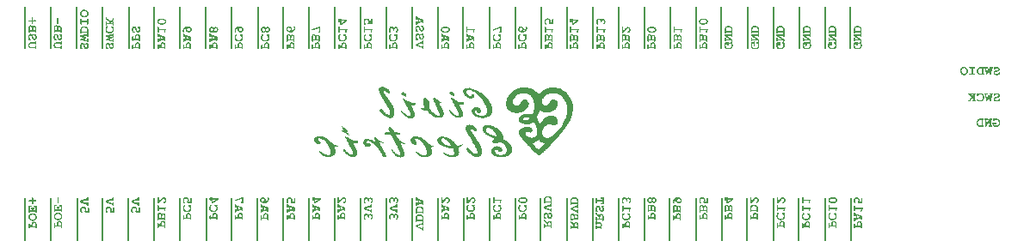
<source format=gbo>
G04*
G04 #@! TF.GenerationSoftware,Altium Limited,Altium Designer,18.1.7 (191)*
G04*
G04 Layer_Color=32896*
%FSLAX44Y44*%
%MOMM*%
G71*
G01*
G75*
%ADD11C,0.1500*%
G36*
X1319773Y1247559D02*
X1319877Y1247530D01*
X1320055Y1247440D01*
X1320114Y1247381D01*
X1320159Y1247336D01*
X1320189Y1247307D01*
X1320204Y1247292D01*
X1320248Y1247232D01*
X1320278Y1247143D01*
X1320323Y1246920D01*
X1320337Y1246816D01*
Y1246653D01*
X1326950Y1243948D01*
Y1241081D01*
X1326935Y1240902D01*
X1326920Y1240754D01*
X1326890Y1240635D01*
X1326860Y1240531D01*
X1326816Y1240457D01*
X1326786Y1240412D01*
X1326771Y1240382D01*
X1326756Y1240367D01*
X1326682Y1240308D01*
X1326608Y1240263D01*
X1326459Y1240204D01*
X1326385Y1240189D01*
X1326326Y1240174D01*
X1326296D01*
X1326281D01*
X1326177Y1240189D01*
X1326073Y1240204D01*
X1325924Y1240278D01*
X1325865Y1240308D01*
X1325820Y1240338D01*
X1325805Y1240353D01*
X1325791Y1240367D01*
X1325731Y1240457D01*
X1325687Y1240561D01*
X1325642Y1240798D01*
X1325627Y1240917D01*
X1325612Y1241006D01*
Y1241957D01*
X1320337Y1239818D01*
X1320323Y1239639D01*
X1320308Y1239491D01*
X1320278Y1239372D01*
X1320248Y1239283D01*
X1320204Y1239208D01*
X1320174Y1239164D01*
X1320159Y1239134D01*
X1320144Y1239119D01*
X1320070Y1239045D01*
X1319996Y1239000D01*
X1319847Y1238941D01*
X1319773Y1238926D01*
X1319713Y1238911D01*
X1319684D01*
X1319669D01*
X1319565Y1238926D01*
X1319461Y1238941D01*
X1319312Y1239015D01*
X1319253Y1239060D01*
X1319208Y1239090D01*
X1319193Y1239104D01*
X1319178Y1239119D01*
X1319119Y1239208D01*
X1319074Y1239312D01*
X1319030Y1239535D01*
X1319015Y1239654D01*
X1319000Y1239743D01*
Y1241586D01*
X1319015Y1241764D01*
X1319030Y1241913D01*
X1319059Y1242047D01*
X1319089Y1242150D01*
X1319119Y1242225D01*
X1319149Y1242269D01*
X1319178Y1242299D01*
Y1242314D01*
X1319253Y1242388D01*
X1319327Y1242433D01*
X1319490Y1242492D01*
X1319565Y1242507D01*
X1319624Y1242522D01*
X1319654D01*
X1319669D01*
X1319773Y1242507D01*
X1319862Y1242492D01*
X1320025Y1242418D01*
X1320070Y1242373D01*
X1320114Y1242344D01*
X1320129Y1242329D01*
X1320144Y1242314D01*
X1320204Y1242225D01*
X1320263Y1242106D01*
X1320308Y1241868D01*
X1320323Y1241764D01*
X1320337Y1241675D01*
Y1241259D01*
X1321169Y1241601D01*
Y1244870D01*
X1320337Y1245211D01*
Y1244885D01*
X1320323Y1244706D01*
X1320308Y1244558D01*
X1320278Y1244424D01*
X1320248Y1244320D01*
X1320204Y1244246D01*
X1320174Y1244201D01*
X1320159Y1244171D01*
X1320144Y1244156D01*
X1320070Y1244097D01*
X1319996Y1244053D01*
X1319847Y1243993D01*
X1319773Y1243978D01*
X1319713Y1243963D01*
X1319684D01*
X1319669D01*
X1319565Y1243978D01*
X1319461Y1243993D01*
X1319312Y1244067D01*
X1319253Y1244097D01*
X1319208Y1244127D01*
X1319193Y1244142D01*
X1319178Y1244156D01*
X1319119Y1244246D01*
X1319074Y1244364D01*
X1319030Y1244602D01*
X1319015Y1244706D01*
X1319000Y1244795D01*
Y1246653D01*
X1319015Y1246831D01*
X1319030Y1246980D01*
X1319059Y1247098D01*
X1319089Y1247203D01*
X1319119Y1247277D01*
X1319149Y1247321D01*
X1319178Y1247351D01*
Y1247366D01*
X1319253Y1247440D01*
X1319327Y1247485D01*
X1319490Y1247544D01*
X1319565Y1247559D01*
X1319624Y1247574D01*
X1319654D01*
X1319669D01*
X1319773Y1247559D01*
D02*
G37*
G36*
X1323621Y1238540D02*
X1323829Y1238525D01*
X1323993Y1238495D01*
X1324126Y1238465D01*
X1324230Y1238436D01*
X1324305Y1238421D01*
X1324319Y1238406D01*
X1324676Y1238257D01*
X1324840Y1238183D01*
X1324988Y1238109D01*
X1325122Y1238035D01*
X1325211Y1237975D01*
X1325285Y1237945D01*
X1325300Y1237931D01*
X1325479Y1237812D01*
X1325627Y1237708D01*
X1325761Y1237604D01*
X1325865Y1237514D01*
X1325954Y1237425D01*
X1326028Y1237366D01*
X1326058Y1237336D01*
X1326073Y1237321D01*
X1326207Y1237173D01*
X1326326Y1236994D01*
X1326429Y1236831D01*
X1326519Y1236667D01*
X1326593Y1236519D01*
X1326638Y1236400D01*
X1326667Y1236326D01*
X1326682Y1236311D01*
Y1236296D01*
X1326771Y1236058D01*
X1326831Y1235835D01*
X1326875Y1235612D01*
X1326905Y1235419D01*
X1326920Y1235256D01*
X1326935Y1235137D01*
Y1235018D01*
X1326950Y1232180D01*
X1326935Y1232002D01*
X1326920Y1231853D01*
X1326890Y1231720D01*
X1326860Y1231616D01*
X1326816Y1231541D01*
X1326786Y1231497D01*
X1326771Y1231467D01*
X1326756Y1231452D01*
X1326682Y1231393D01*
X1326608Y1231348D01*
X1326459Y1231289D01*
X1326385Y1231274D01*
X1326326Y1231259D01*
X1326296D01*
X1326281D01*
X1326177Y1231274D01*
X1326073Y1231289D01*
X1325924Y1231363D01*
X1325865Y1231393D01*
X1325820Y1231422D01*
X1325805Y1231437D01*
X1325791Y1231452D01*
X1325731Y1231541D01*
X1325687Y1231660D01*
X1325642Y1231898D01*
X1325627Y1232002D01*
X1325612Y1232091D01*
Y1232180D01*
X1320337D01*
X1320323Y1232002D01*
X1320308Y1231853D01*
X1320278Y1231720D01*
X1320248Y1231616D01*
X1320204Y1231541D01*
X1320174Y1231497D01*
X1320159Y1231467D01*
X1320144Y1231452D01*
X1320070Y1231393D01*
X1319996Y1231348D01*
X1319847Y1231289D01*
X1319773Y1231274D01*
X1319713Y1231259D01*
X1319684D01*
X1319669D01*
X1319565Y1231274D01*
X1319461Y1231289D01*
X1319312Y1231363D01*
X1319253Y1231393D01*
X1319208Y1231422D01*
X1319193Y1231437D01*
X1319178Y1231452D01*
X1319119Y1231541D01*
X1319074Y1231660D01*
X1319030Y1231898D01*
X1319015Y1232002D01*
X1319000Y1232091D01*
Y1234899D01*
X1319015Y1235271D01*
X1319045Y1235612D01*
X1319089Y1235910D01*
X1319149Y1236162D01*
X1319208Y1236356D01*
X1319253Y1236504D01*
X1319282Y1236593D01*
X1319297Y1236623D01*
X1319386Y1236786D01*
X1319476Y1236935D01*
X1319579Y1237084D01*
X1319669Y1237217D01*
X1319758Y1237336D01*
X1319832Y1237425D01*
X1319892Y1237485D01*
X1319906Y1237500D01*
X1320070Y1237663D01*
X1320248Y1237827D01*
X1320426Y1237960D01*
X1320605Y1238064D01*
X1320753Y1238153D01*
X1320872Y1238213D01*
X1320947Y1238257D01*
X1320976Y1238272D01*
X1321229Y1238376D01*
X1321496Y1238451D01*
X1321749Y1238495D01*
X1321987Y1238540D01*
X1322195Y1238555D01*
X1322343Y1238569D01*
X1322403D01*
X1322447D01*
X1322477D01*
X1322492D01*
X1323146D01*
X1323398D01*
X1323621Y1238540D01*
D02*
G37*
G36*
Y1230486D02*
X1323829Y1230471D01*
X1323993Y1230442D01*
X1324126Y1230412D01*
X1324230Y1230382D01*
X1324305Y1230367D01*
X1324319Y1230352D01*
X1324676Y1230204D01*
X1324840Y1230130D01*
X1324988Y1230055D01*
X1325122Y1229981D01*
X1325211Y1229921D01*
X1325285Y1229892D01*
X1325300Y1229877D01*
X1325479Y1229758D01*
X1325627Y1229654D01*
X1325761Y1229550D01*
X1325865Y1229461D01*
X1325954Y1229372D01*
X1326028Y1229312D01*
X1326058Y1229283D01*
X1326073Y1229268D01*
X1326207Y1229119D01*
X1326326Y1228941D01*
X1326429Y1228777D01*
X1326519Y1228614D01*
X1326593Y1228465D01*
X1326638Y1228346D01*
X1326667Y1228272D01*
X1326682Y1228257D01*
Y1228242D01*
X1326771Y1228005D01*
X1326831Y1227782D01*
X1326875Y1227559D01*
X1326905Y1227366D01*
X1326920Y1227202D01*
X1326935Y1227084D01*
Y1226965D01*
X1326950Y1224127D01*
X1326935Y1223948D01*
X1326920Y1223800D01*
X1326890Y1223666D01*
X1326860Y1223562D01*
X1326816Y1223488D01*
X1326786Y1223443D01*
X1326771Y1223413D01*
X1326756Y1223398D01*
X1326682Y1223339D01*
X1326635Y1223311D01*
X1326638Y1223309D01*
X1326682Y1223265D01*
X1326727Y1223235D01*
X1326741Y1223220D01*
X1326756Y1223205D01*
X1326816Y1223116D01*
X1326875Y1223012D01*
X1326920Y1222774D01*
X1326935Y1222670D01*
X1326950Y1222581D01*
Y1220709D01*
X1326935Y1220531D01*
X1326920Y1220382D01*
X1326890Y1220263D01*
X1326860Y1220159D01*
X1326816Y1220085D01*
X1326786Y1220040D01*
X1326771Y1220011D01*
X1326756Y1219996D01*
X1326682Y1219936D01*
X1326608Y1219892D01*
X1326459Y1219832D01*
X1326385Y1219817D01*
X1326326Y1219803D01*
X1326296D01*
X1326281D01*
X1326177Y1219817D01*
X1326073Y1219832D01*
X1325924Y1219907D01*
X1325865Y1219936D01*
X1325820Y1219966D01*
X1325805Y1219981D01*
X1325791Y1219996D01*
X1325731Y1220085D01*
X1325687Y1220189D01*
X1325642Y1220427D01*
X1325627Y1220546D01*
X1325612Y1220635D01*
Y1221021D01*
X1320947Y1219074D01*
X1325612Y1217128D01*
Y1217440D01*
X1325627Y1217618D01*
X1325642Y1217767D01*
X1325672Y1217886D01*
X1325701Y1217990D01*
X1325731Y1218064D01*
X1325761Y1218109D01*
X1325791Y1218138D01*
Y1218153D01*
X1325865Y1218227D01*
X1325939Y1218272D01*
X1326103Y1218332D01*
X1326177Y1218346D01*
X1326236Y1218361D01*
X1326266D01*
X1326281D01*
X1326385Y1218346D01*
X1326474Y1218332D01*
X1326638Y1218257D01*
X1326682Y1218213D01*
X1326727Y1218183D01*
X1326741Y1218168D01*
X1326756Y1218153D01*
X1326816Y1218064D01*
X1326875Y1217960D01*
X1326920Y1217722D01*
X1326935Y1217618D01*
X1326950Y1217529D01*
Y1215672D01*
X1326935Y1215493D01*
X1326920Y1215345D01*
X1326890Y1215226D01*
X1326860Y1215137D01*
X1326816Y1215062D01*
X1326786Y1215018D01*
X1326771Y1214988D01*
X1326756Y1214973D01*
X1326682Y1214899D01*
X1326608Y1214855D01*
X1326459Y1214795D01*
X1326385Y1214780D01*
X1326326Y1214765D01*
X1326296D01*
X1326281D01*
X1326162Y1214780D01*
X1326058Y1214810D01*
X1325895Y1214914D01*
X1325820Y1214958D01*
X1325776Y1215003D01*
X1325746Y1215033D01*
X1325731Y1215048D01*
X1325687Y1215107D01*
X1325657Y1215196D01*
X1325642Y1215300D01*
X1325627Y1215404D01*
X1325612Y1215508D01*
Y1215672D01*
X1319000Y1218450D01*
Y1219728D01*
X1325612Y1222492D01*
Y1222670D01*
X1325627Y1222804D01*
X1325657Y1222923D01*
X1325672Y1222997D01*
X1325701Y1223057D01*
X1325716Y1223101D01*
X1325731Y1223131D01*
X1325820Y1223220D01*
X1325924Y1223294D01*
X1325939Y1223302D01*
X1325924Y1223309D01*
X1325865Y1223339D01*
X1325820Y1223369D01*
X1325805Y1223384D01*
X1325791Y1223398D01*
X1325731Y1223488D01*
X1325687Y1223606D01*
X1325642Y1223844D01*
X1325627Y1223948D01*
X1325612Y1224037D01*
Y1224127D01*
X1320337D01*
X1320323Y1223948D01*
X1320308Y1223800D01*
X1320278Y1223666D01*
X1320248Y1223562D01*
X1320204Y1223488D01*
X1320174Y1223443D01*
X1320159Y1223413D01*
X1320144Y1223398D01*
X1320070Y1223339D01*
X1319996Y1223294D01*
X1319847Y1223235D01*
X1319773Y1223220D01*
X1319713Y1223205D01*
X1319684D01*
X1319669D01*
X1319565Y1223220D01*
X1319461Y1223235D01*
X1319312Y1223309D01*
X1319253Y1223339D01*
X1319208Y1223369D01*
X1319193Y1223384D01*
X1319178Y1223398D01*
X1319119Y1223488D01*
X1319074Y1223606D01*
X1319030Y1223844D01*
X1319015Y1223948D01*
X1319000Y1224037D01*
Y1226846D01*
X1319015Y1227217D01*
X1319045Y1227559D01*
X1319089Y1227856D01*
X1319149Y1228109D01*
X1319208Y1228302D01*
X1319253Y1228450D01*
X1319282Y1228540D01*
X1319297Y1228569D01*
X1319386Y1228733D01*
X1319476Y1228881D01*
X1319579Y1229030D01*
X1319669Y1229164D01*
X1319758Y1229283D01*
X1319832Y1229372D01*
X1319892Y1229431D01*
X1319906Y1229446D01*
X1320070Y1229610D01*
X1320248Y1229773D01*
X1320426Y1229907D01*
X1320605Y1230011D01*
X1320753Y1230100D01*
X1320872Y1230159D01*
X1320947Y1230204D01*
X1320976Y1230219D01*
X1321229Y1230323D01*
X1321496Y1230397D01*
X1321749Y1230442D01*
X1321987Y1230486D01*
X1322195Y1230501D01*
X1322343Y1230516D01*
X1322403D01*
X1322447D01*
X1322477D01*
X1322492D01*
X1323146D01*
X1323398D01*
X1323621Y1230486D01*
D02*
G37*
G36*
X1625645Y1247559D02*
X1625734Y1247544D01*
X1625898Y1247470D01*
X1625942Y1247425D01*
X1625987Y1247396D01*
X1626001Y1247381D01*
X1626016Y1247366D01*
X1626076Y1247277D01*
X1626135Y1247173D01*
X1626180Y1246935D01*
X1626195Y1246831D01*
X1626210Y1246742D01*
Y1246653D01*
X1631485D01*
Y1244870D01*
X1625987Y1241660D01*
X1624872D01*
Y1245315D01*
X1624337D01*
Y1244795D01*
X1624323Y1244617D01*
X1624308Y1244469D01*
X1624278Y1244335D01*
X1624248Y1244231D01*
X1624204Y1244156D01*
X1624174Y1244112D01*
X1624159Y1244082D01*
X1624144Y1244067D01*
X1624070Y1244008D01*
X1623996Y1243963D01*
X1623847Y1243904D01*
X1623773Y1243889D01*
X1623713Y1243874D01*
X1623683D01*
X1623669D01*
X1623565Y1243889D01*
X1623461Y1243904D01*
X1623312Y1243978D01*
X1623253Y1244008D01*
X1623208Y1244038D01*
X1623193Y1244053D01*
X1623178Y1244067D01*
X1623119Y1244156D01*
X1623074Y1244275D01*
X1623030Y1244513D01*
X1623015Y1244617D01*
X1623000Y1244706D01*
Y1246653D01*
X1623015Y1246831D01*
X1623030Y1246980D01*
X1623059Y1247098D01*
X1623089Y1247203D01*
X1623119Y1247277D01*
X1623149Y1247321D01*
X1623178Y1247351D01*
Y1247366D01*
X1623253Y1247440D01*
X1623327Y1247485D01*
X1623490Y1247544D01*
X1623565Y1247559D01*
X1623624Y1247574D01*
X1623654D01*
X1623669D01*
X1623773Y1247559D01*
X1623862Y1247544D01*
X1624025Y1247470D01*
X1624070Y1247425D01*
X1624114Y1247396D01*
X1624129Y1247381D01*
X1624144Y1247366D01*
X1624204Y1247277D01*
X1624263Y1247173D01*
X1624308Y1246935D01*
X1624323Y1246831D01*
X1624337Y1246742D01*
Y1246653D01*
X1624872D01*
X1624887Y1246831D01*
X1624902Y1246980D01*
X1624932Y1247098D01*
X1624961Y1247203D01*
X1624991Y1247277D01*
X1625021Y1247321D01*
X1625051Y1247351D01*
Y1247366D01*
X1625125Y1247440D01*
X1625199Y1247485D01*
X1625363Y1247544D01*
X1625437Y1247559D01*
X1625496Y1247574D01*
X1625526D01*
X1625541D01*
X1625645Y1247559D01*
D02*
G37*
G36*
X1625333Y1240308D02*
X1625541Y1240278D01*
X1625734Y1240219D01*
X1625912Y1240159D01*
X1626046Y1240100D01*
X1626150Y1240041D01*
X1626210Y1240011D01*
X1626239Y1239996D01*
X1626418Y1239862D01*
X1626596Y1239714D01*
X1626745Y1239565D01*
X1626878Y1239416D01*
X1626982Y1239268D01*
X1627056Y1239164D01*
X1627116Y1239090D01*
X1627131Y1239060D01*
X1627250Y1239179D01*
X1627383Y1239283D01*
X1627502Y1239372D01*
X1627606Y1239446D01*
X1627710Y1239491D01*
X1627785Y1239535D01*
X1627829Y1239565D01*
X1627844D01*
X1627993Y1239624D01*
X1628141Y1239669D01*
X1628275Y1239699D01*
X1628409Y1239728D01*
X1628513D01*
X1628602Y1239743D01*
X1628661D01*
X1628676D01*
X1628840Y1239728D01*
X1629003Y1239714D01*
X1629315Y1239624D01*
X1629583Y1239506D01*
X1629820Y1239372D01*
X1630013Y1239238D01*
X1630147Y1239119D01*
X1630236Y1239030D01*
X1630266Y1239015D01*
Y1239000D01*
X1630385Y1238852D01*
X1630489Y1238703D01*
X1630667Y1238391D01*
X1630786Y1238064D01*
X1630860Y1237752D01*
X1630920Y1237485D01*
X1630935Y1237366D01*
Y1237262D01*
X1630950Y1237173D01*
Y1233696D01*
X1630935Y1233517D01*
X1630920Y1233369D01*
X1630890Y1233235D01*
X1630860Y1233131D01*
X1630816Y1233057D01*
X1630786Y1233012D01*
X1630771Y1232982D01*
X1630756Y1232968D01*
X1630682Y1232908D01*
X1630608Y1232864D01*
X1630459Y1232804D01*
X1630385Y1232789D01*
X1630325Y1232775D01*
X1630296D01*
X1630281D01*
X1630177Y1232789D01*
X1630073Y1232804D01*
X1629924Y1232878D01*
X1629865Y1232908D01*
X1629820Y1232938D01*
X1629805Y1232953D01*
X1629791Y1232968D01*
X1629731Y1233057D01*
X1629687Y1233176D01*
X1629642Y1233413D01*
X1629627Y1233517D01*
X1629612Y1233607D01*
Y1233904D01*
X1624337D01*
Y1233696D01*
X1624323Y1233517D01*
X1624308Y1233369D01*
X1624278Y1233235D01*
X1624248Y1233131D01*
X1624204Y1233057D01*
X1624174Y1233012D01*
X1624159Y1232982D01*
X1624144Y1232968D01*
X1624070Y1232908D01*
X1623996Y1232864D01*
X1623847Y1232804D01*
X1623773Y1232789D01*
X1623713Y1232775D01*
X1623683D01*
X1623669D01*
X1623565Y1232789D01*
X1623461Y1232804D01*
X1623312Y1232878D01*
X1623253Y1232908D01*
X1623208Y1232938D01*
X1623193Y1232953D01*
X1623178Y1232968D01*
X1623119Y1233057D01*
X1623074Y1233176D01*
X1623030Y1233413D01*
X1623015Y1233517D01*
X1623000Y1233607D01*
Y1237633D01*
X1623015Y1237901D01*
X1623030Y1238124D01*
X1623059Y1238332D01*
X1623089Y1238510D01*
X1623119Y1238644D01*
X1623134Y1238748D01*
X1623163Y1238822D01*
Y1238837D01*
X1623238Y1239015D01*
X1623312Y1239179D01*
X1623386Y1239312D01*
X1623461Y1239431D01*
X1623520Y1239535D01*
X1623565Y1239610D01*
X1623594Y1239654D01*
X1623609Y1239669D01*
X1623788Y1239847D01*
X1623951Y1239966D01*
X1624025Y1240026D01*
X1624085Y1240055D01*
X1624129Y1240085D01*
X1624144D01*
X1624308Y1240159D01*
X1624471Y1240219D01*
X1624635Y1240263D01*
X1624783Y1240293D01*
X1624902Y1240308D01*
X1625006Y1240323D01*
X1625065D01*
X1625095D01*
X1625333Y1240308D01*
D02*
G37*
G36*
X1628572Y1232284D02*
X1628765Y1232269D01*
X1629107Y1232180D01*
X1629419Y1232046D01*
X1629687Y1231898D01*
X1629895Y1231749D01*
X1629984Y1231690D01*
X1630058Y1231616D01*
X1630117Y1231571D01*
X1630162Y1231526D01*
X1630177Y1231512D01*
X1630192Y1231497D01*
X1630325Y1231348D01*
X1630444Y1231170D01*
X1630548Y1231006D01*
X1630638Y1230828D01*
X1630771Y1230456D01*
X1630860Y1230115D01*
X1630890Y1229966D01*
X1630905Y1229818D01*
X1630920Y1229684D01*
X1630935Y1229565D01*
X1630950Y1229476D01*
Y1226251D01*
X1630935Y1226073D01*
X1630920Y1225925D01*
X1630890Y1225791D01*
X1630860Y1225687D01*
X1630816Y1225612D01*
X1630786Y1225568D01*
X1630771Y1225538D01*
X1630756Y1225523D01*
X1630682Y1225464D01*
X1630608Y1225419D01*
X1630459Y1225360D01*
X1630385Y1225345D01*
X1630325Y1225330D01*
X1630296D01*
X1630281D01*
X1630177Y1225345D01*
X1630073Y1225360D01*
X1629924Y1225434D01*
X1629865Y1225464D01*
X1629820Y1225494D01*
X1629805Y1225508D01*
X1629791Y1225523D01*
X1629731Y1225612D01*
X1629687Y1225731D01*
X1629642Y1225969D01*
X1629627Y1226073D01*
X1629612Y1226162D01*
Y1226459D01*
X1624337D01*
Y1226251D01*
X1624323Y1226073D01*
X1624308Y1225925D01*
X1624278Y1225791D01*
X1624248Y1225687D01*
X1624204Y1225612D01*
X1624174Y1225568D01*
X1624159Y1225538D01*
X1624144Y1225523D01*
X1624070Y1225464D01*
X1623996Y1225419D01*
X1623847Y1225360D01*
X1623773Y1225345D01*
X1623713Y1225330D01*
X1623683D01*
X1623669D01*
X1623565Y1225345D01*
X1623461Y1225360D01*
X1623312Y1225434D01*
X1623253Y1225464D01*
X1623208Y1225494D01*
X1623193Y1225508D01*
X1623178Y1225523D01*
X1623119Y1225612D01*
X1623074Y1225731D01*
X1623030Y1225969D01*
X1623015Y1226073D01*
X1623000Y1226162D01*
Y1229149D01*
X1623015Y1229327D01*
X1623030Y1229476D01*
X1623059Y1229595D01*
X1623089Y1229699D01*
X1623119Y1229773D01*
X1623149Y1229818D01*
X1623178Y1229847D01*
Y1229862D01*
X1623253Y1229936D01*
X1623327Y1229981D01*
X1623490Y1230040D01*
X1623565Y1230055D01*
X1623624Y1230070D01*
X1623654D01*
X1623669D01*
X1623773Y1230055D01*
X1623862Y1230040D01*
X1624025Y1229966D01*
X1624070Y1229921D01*
X1624114Y1229892D01*
X1624129Y1229877D01*
X1624144Y1229862D01*
X1624204Y1229773D01*
X1624263Y1229669D01*
X1624308Y1229431D01*
X1624323Y1229327D01*
X1624337Y1229238D01*
Y1227797D01*
X1625719D01*
Y1229060D01*
X1625734Y1229357D01*
X1625749Y1229610D01*
X1625779Y1229832D01*
X1625823Y1230026D01*
X1625853Y1230174D01*
X1625883Y1230278D01*
X1625898Y1230352D01*
X1625912Y1230367D01*
X1625987Y1230561D01*
X1626076Y1230739D01*
X1626180Y1230902D01*
X1626269Y1231051D01*
X1626343Y1231170D01*
X1626418Y1231274D01*
X1626462Y1231333D01*
X1626477Y1231348D01*
X1626626Y1231512D01*
X1626759Y1231660D01*
X1626893Y1231764D01*
X1627012Y1231868D01*
X1627116Y1231927D01*
X1627190Y1231987D01*
X1627250Y1232002D01*
X1627265Y1232017D01*
X1627458Y1232106D01*
X1627666Y1232180D01*
X1627844Y1232225D01*
X1628022Y1232269D01*
X1628171Y1232284D01*
X1628275Y1232299D01*
X1628349D01*
X1628379D01*
X1628572Y1232284D01*
D02*
G37*
G36*
X1145510Y1416186D02*
X1145941Y1416141D01*
X1146342Y1416082D01*
X1146684Y1416022D01*
X1146848Y1415992D01*
X1146981Y1415963D01*
X1147100Y1415933D01*
X1147204Y1415903D01*
X1147293Y1415874D01*
X1147353Y1415859D01*
X1147383Y1415844D01*
X1147397D01*
X1147799Y1415695D01*
X1148140Y1415532D01*
X1148438Y1415354D01*
X1148690Y1415175D01*
X1148868Y1415012D01*
X1149017Y1414878D01*
X1149091Y1414789D01*
X1149121Y1414774D01*
Y1414759D01*
X1149314Y1414477D01*
X1149463Y1414180D01*
X1149567Y1413882D01*
X1149641Y1413615D01*
X1149686Y1413392D01*
X1149700Y1413288D01*
Y1413199D01*
X1149715Y1413125D01*
Y1413035D01*
X1149700Y1412783D01*
X1149671Y1412545D01*
X1149611Y1412322D01*
X1149537Y1412114D01*
X1149448Y1411921D01*
X1149359Y1411758D01*
X1149255Y1411594D01*
X1149151Y1411446D01*
X1149047Y1411327D01*
X1148943Y1411208D01*
X1148854Y1411119D01*
X1148764Y1411030D01*
X1148690Y1410970D01*
X1148631Y1410926D01*
X1148601Y1410911D01*
X1148586Y1410896D01*
X1148274Y1410717D01*
X1147947Y1410584D01*
X1147650Y1410480D01*
X1147368Y1410420D01*
X1147115Y1410376D01*
X1147011Y1410361D01*
X1146922D01*
X1146862Y1410346D01*
X1146803D01*
X1146773D01*
X1146758D01*
X1146521Y1410361D01*
X1146298Y1410376D01*
X1145882Y1410465D01*
X1145510Y1410599D01*
X1145347Y1410673D01*
X1145198Y1410747D01*
X1145064Y1410822D01*
X1144946Y1410896D01*
X1144842Y1410970D01*
X1144753Y1411030D01*
X1144693Y1411074D01*
X1144649Y1411119D01*
X1144619Y1411134D01*
X1144604Y1411148D01*
X1144455Y1411312D01*
X1144322Y1411461D01*
X1144203Y1411624D01*
X1144114Y1411787D01*
X1144024Y1411951D01*
X1143950Y1412114D01*
X1143846Y1412411D01*
X1143787Y1412664D01*
X1143772Y1412768D01*
X1143757Y1412872D01*
X1143742Y1412946D01*
Y1413050D01*
X1143757Y1413214D01*
X1143772Y1413377D01*
X1143801Y1413526D01*
X1143831Y1413660D01*
X1143861Y1413779D01*
X1143891Y1413853D01*
X1143920Y1413912D01*
Y1413927D01*
X1143995Y1414091D01*
X1144099Y1414254D01*
X1144188Y1414403D01*
X1144292Y1414551D01*
X1144381Y1414670D01*
X1144455Y1414774D01*
X1144515Y1414834D01*
X1144530Y1414863D01*
X1144351Y1414819D01*
X1144173Y1414759D01*
X1143846Y1414611D01*
X1143564Y1414432D01*
X1143311Y1414254D01*
X1143103Y1414076D01*
X1142955Y1413927D01*
X1142910Y1413868D01*
X1142865Y1413838D01*
X1142850Y1413808D01*
X1142836Y1413793D01*
X1142717Y1413630D01*
X1142613Y1413466D01*
X1142434Y1413139D01*
X1142316Y1412827D01*
X1142241Y1412530D01*
X1142182Y1412293D01*
X1142167Y1412189D01*
Y1412099D01*
X1142152Y1412025D01*
Y1411921D01*
X1142167Y1411713D01*
X1142212Y1411535D01*
X1142241Y1411475D01*
X1142256Y1411416D01*
X1142271Y1411386D01*
Y1411371D01*
X1142330Y1411238D01*
X1142360Y1411134D01*
X1142375Y1411059D01*
Y1411030D01*
X1142360Y1410926D01*
X1142345Y1410836D01*
X1142286Y1410688D01*
X1142241Y1410628D01*
X1142212Y1410584D01*
X1142197Y1410569D01*
X1142182Y1410554D01*
X1142108Y1410495D01*
X1142018Y1410450D01*
X1141870Y1410391D01*
X1141796Y1410376D01*
X1141736Y1410361D01*
X1141706D01*
X1141692D01*
X1141573Y1410376D01*
X1141454Y1410405D01*
X1141365Y1410450D01*
X1141275Y1410509D01*
X1141216Y1410569D01*
X1141171Y1410614D01*
X1141142Y1410643D01*
X1141127Y1410658D01*
X1141023Y1410836D01*
X1140949Y1411044D01*
X1140889Y1411252D01*
X1140859Y1411446D01*
X1140830Y1411624D01*
X1140815Y1411772D01*
Y1411906D01*
X1140830Y1412174D01*
X1140859Y1412441D01*
X1140904Y1412709D01*
X1140964Y1412946D01*
X1141112Y1413407D01*
X1141201Y1413615D01*
X1141290Y1413808D01*
X1141379Y1413987D01*
X1141469Y1414150D01*
X1141543Y1414284D01*
X1141617Y1414403D01*
X1141677Y1414492D01*
X1141721Y1414551D01*
X1141751Y1414596D01*
X1141766Y1414611D01*
X1142004Y1414893D01*
X1142271Y1415131D01*
X1142539Y1415354D01*
X1142806Y1415532D01*
X1143088Y1415680D01*
X1143356Y1415814D01*
X1143623Y1415918D01*
X1143891Y1416007D01*
X1144128Y1416067D01*
X1144351Y1416111D01*
X1144545Y1416156D01*
X1144723Y1416171D01*
X1144871Y1416186D01*
X1144975Y1416201D01*
X1145035D01*
X1145064D01*
X1145510Y1416186D01*
D02*
G37*
G36*
X1142568Y1408474D02*
X1142657Y1408459D01*
X1142806Y1408385D01*
X1142865Y1408340D01*
X1142910Y1408310D01*
X1142925Y1408295D01*
X1142940Y1408281D01*
X1143014Y1408206D01*
X1143059Y1408117D01*
X1143118Y1407969D01*
X1143133Y1407894D01*
X1143148Y1407850D01*
Y1407805D01*
X1143133Y1407701D01*
X1143118Y1407612D01*
X1143088Y1407553D01*
X1143073Y1407538D01*
X1143014Y1407434D01*
X1142925Y1407330D01*
X1142836Y1407240D01*
X1142821Y1407226D01*
X1142806Y1407211D01*
X1142687Y1407092D01*
X1142583Y1406958D01*
X1142494Y1406854D01*
X1142434Y1406750D01*
X1142390Y1406676D01*
X1142360Y1406616D01*
X1142330Y1406572D01*
Y1406557D01*
X1142271Y1406349D01*
X1142226Y1406141D01*
X1142182Y1405933D01*
X1142167Y1405725D01*
X1142152Y1405562D01*
X1142137Y1405413D01*
Y1405294D01*
X1142152Y1405071D01*
X1142167Y1404848D01*
X1142241Y1404462D01*
X1142345Y1404120D01*
X1142464Y1403853D01*
X1142524Y1403734D01*
X1142568Y1403630D01*
X1142628Y1403541D01*
X1142672Y1403466D01*
X1142717Y1403407D01*
X1142747Y1403362D01*
X1142776Y1403347D01*
Y1403333D01*
X1142910Y1403214D01*
X1143029Y1403110D01*
X1143311Y1402931D01*
X1143579Y1402812D01*
X1143846Y1402723D01*
X1144069Y1402679D01*
X1144158Y1402649D01*
X1144247D01*
X1144322Y1402634D01*
X1144366D01*
X1144396D01*
X1144411D01*
X1145287D01*
X1145585Y1402649D01*
X1145852Y1402694D01*
X1146090Y1402753D01*
X1146298Y1402827D01*
X1146461Y1402902D01*
X1146595Y1402961D01*
X1146669Y1403006D01*
X1146699Y1403021D01*
X1146907Y1403169D01*
X1147085Y1403318D01*
X1147234Y1403466D01*
X1147353Y1403615D01*
X1147442Y1403734D01*
X1147516Y1403823D01*
X1147546Y1403897D01*
X1147561Y1403912D01*
X1147650Y1404105D01*
X1147709Y1404298D01*
X1147769Y1404492D01*
X1147799Y1404655D01*
X1147813Y1404804D01*
X1147828Y1404922D01*
Y1405205D01*
X1147799Y1405383D01*
X1147769Y1405547D01*
X1147739Y1405695D01*
X1147709Y1405814D01*
X1147680Y1405918D01*
X1147665Y1405977D01*
X1147650Y1405992D01*
X1147576Y1406171D01*
X1147501Y1406319D01*
X1147427Y1406453D01*
X1147353Y1406557D01*
X1147279Y1406646D01*
X1147219Y1406706D01*
X1147189Y1406735D01*
X1147175Y1406750D01*
X1147041Y1406839D01*
X1146892Y1406899D01*
X1146833Y1406914D01*
X1146788Y1406929D01*
X1146758Y1406943D01*
X1146744D01*
X1146595Y1406973D01*
X1146476Y1407018D01*
X1146387Y1407047D01*
X1146313Y1407092D01*
X1146253Y1407122D01*
X1146209Y1407151D01*
X1146194Y1407181D01*
X1146179D01*
X1146090Y1407315D01*
X1146045Y1407463D01*
Y1407523D01*
X1146030Y1407567D01*
Y1407612D01*
X1146045Y1407716D01*
X1146060Y1407805D01*
X1146134Y1407954D01*
X1146164Y1408013D01*
X1146194Y1408058D01*
X1146209Y1408073D01*
X1146224Y1408087D01*
X1146313Y1408147D01*
X1146417Y1408206D01*
X1146655Y1408251D01*
X1146758Y1408266D01*
X1146848Y1408281D01*
X1146907D01*
X1146922D01*
X1148066D01*
X1148230Y1408266D01*
X1148378Y1408251D01*
X1148497Y1408221D01*
X1148586Y1408192D01*
X1148660Y1408147D01*
X1148705Y1408117D01*
X1148735Y1408102D01*
X1148750Y1408087D01*
X1148824Y1408013D01*
X1148868Y1407924D01*
X1148928Y1407775D01*
X1148943Y1407701D01*
X1148958Y1407642D01*
Y1407597D01*
X1148943Y1407478D01*
X1148913Y1407374D01*
X1148883Y1407315D01*
X1148868Y1407285D01*
X1148794Y1407181D01*
X1148705Y1407092D01*
X1148646Y1407032D01*
X1148631Y1407018D01*
X1148616D01*
X1148794Y1406676D01*
X1148854Y1406512D01*
X1148913Y1406364D01*
X1148958Y1406245D01*
X1148987Y1406141D01*
X1149017Y1406082D01*
Y1406052D01*
X1149106Y1405665D01*
X1149136Y1405487D01*
X1149151Y1405324D01*
X1149166Y1405175D01*
Y1404967D01*
X1149151Y1404610D01*
X1149091Y1404269D01*
X1149002Y1403957D01*
X1148913Y1403689D01*
X1148824Y1403452D01*
X1148779Y1403362D01*
X1148735Y1403273D01*
X1148705Y1403214D01*
X1148675Y1403169D01*
X1148660Y1403139D01*
Y1403125D01*
X1148467Y1402812D01*
X1148230Y1402545D01*
X1148007Y1402322D01*
X1147784Y1402129D01*
X1147576Y1401980D01*
X1147412Y1401862D01*
X1147353Y1401817D01*
X1147308Y1401802D01*
X1147279Y1401772D01*
X1147264D01*
X1146922Y1401609D01*
X1146580Y1401505D01*
X1146238Y1401416D01*
X1145941Y1401356D01*
X1145689Y1401327D01*
X1145570Y1401312D01*
X1145481D01*
X1145406Y1401297D01*
X1145347D01*
X1145317D01*
X1145302D01*
X1144381D01*
X1144009Y1401327D01*
X1143668Y1401386D01*
X1143356Y1401460D01*
X1143073Y1401564D01*
X1142850Y1401668D01*
X1142761Y1401713D01*
X1142672Y1401743D01*
X1142613Y1401787D01*
X1142568Y1401802D01*
X1142539Y1401832D01*
X1142524D01*
X1142226Y1402040D01*
X1141974Y1402278D01*
X1141766Y1402486D01*
X1141588Y1402694D01*
X1141454Y1402887D01*
X1141365Y1403021D01*
X1141335Y1403080D01*
X1141305Y1403125D01*
X1141290Y1403139D01*
Y1403154D01*
X1141127Y1403526D01*
X1141008Y1403897D01*
X1140919Y1404254D01*
X1140859Y1404596D01*
X1140845Y1404744D01*
X1140830Y1404878D01*
X1140815Y1404997D01*
Y1405101D01*
X1140800Y1405190D01*
Y1405309D01*
X1140815Y1405680D01*
X1140859Y1406037D01*
X1140904Y1406349D01*
X1140978Y1406631D01*
X1141038Y1406854D01*
X1141068Y1406958D01*
X1141082Y1407032D01*
X1141112Y1407092D01*
X1141127Y1407137D01*
X1141142Y1407166D01*
Y1407181D01*
X1141246Y1407404D01*
X1141365Y1407612D01*
X1141484Y1407775D01*
X1141602Y1407924D01*
X1141706Y1408043D01*
X1141796Y1408132D01*
X1141855Y1408192D01*
X1141870Y1408206D01*
X1141989Y1408295D01*
X1142093Y1408370D01*
X1142197Y1408414D01*
X1142286Y1408459D01*
X1142360Y1408474D01*
X1142420Y1408489D01*
X1142449D01*
X1142464D01*
X1142568Y1408474D01*
D02*
G37*
G36*
X1146580Y1400554D02*
X1146773Y1400539D01*
X1147115Y1400450D01*
X1147427Y1400316D01*
X1147695Y1400168D01*
X1147903Y1400019D01*
X1147992Y1399960D01*
X1148066Y1399885D01*
X1148126Y1399841D01*
X1148170Y1399796D01*
X1148185Y1399781D01*
X1148200Y1399766D01*
X1148334Y1399618D01*
X1148452Y1399440D01*
X1148556Y1399276D01*
X1148646Y1399098D01*
X1148779Y1398726D01*
X1148868Y1398385D01*
X1148898Y1398236D01*
X1148913Y1398087D01*
X1148928Y1397954D01*
X1148943Y1397835D01*
X1148958Y1397746D01*
Y1394521D01*
X1148943Y1394343D01*
X1148928Y1394194D01*
X1148898Y1394061D01*
X1148868Y1393957D01*
X1148824Y1393882D01*
X1148794Y1393838D01*
X1148779Y1393808D01*
X1148764Y1393793D01*
X1148690Y1393734D01*
X1148616Y1393689D01*
X1148467Y1393630D01*
X1148393Y1393615D01*
X1148334Y1393600D01*
X1148304D01*
X1148289D01*
X1148185Y1393615D01*
X1148081Y1393630D01*
X1147932Y1393704D01*
X1147873Y1393734D01*
X1147828Y1393763D01*
X1147813Y1393778D01*
X1147799Y1393793D01*
X1147739Y1393882D01*
X1147695Y1394001D01*
X1147650Y1394239D01*
X1147635Y1394343D01*
X1147620Y1394432D01*
Y1394729D01*
X1142345D01*
Y1394521D01*
X1142330Y1394343D01*
X1142316Y1394194D01*
X1142286Y1394061D01*
X1142256Y1393957D01*
X1142212Y1393882D01*
X1142182Y1393838D01*
X1142167Y1393808D01*
X1142152Y1393793D01*
X1142078Y1393734D01*
X1142004Y1393689D01*
X1141855Y1393630D01*
X1141781Y1393615D01*
X1141721Y1393600D01*
X1141692D01*
X1141677D01*
X1141573Y1393615D01*
X1141469Y1393630D01*
X1141320Y1393704D01*
X1141261Y1393734D01*
X1141216Y1393763D01*
X1141201Y1393778D01*
X1141186Y1393793D01*
X1141127Y1393882D01*
X1141082Y1394001D01*
X1141038Y1394239D01*
X1141023Y1394343D01*
X1141008Y1394432D01*
Y1397419D01*
X1141023Y1397597D01*
X1141038Y1397746D01*
X1141068Y1397865D01*
X1141097Y1397968D01*
X1141127Y1398043D01*
X1141157Y1398087D01*
X1141186Y1398117D01*
Y1398132D01*
X1141261Y1398206D01*
X1141335Y1398251D01*
X1141498Y1398310D01*
X1141573Y1398325D01*
X1141632Y1398340D01*
X1141662D01*
X1141677D01*
X1141781Y1398325D01*
X1141870Y1398310D01*
X1142033Y1398236D01*
X1142078Y1398191D01*
X1142122Y1398162D01*
X1142137Y1398147D01*
X1142152Y1398132D01*
X1142212Y1398043D01*
X1142271Y1397939D01*
X1142316Y1397701D01*
X1142330Y1397597D01*
X1142345Y1397508D01*
Y1396067D01*
X1143727D01*
Y1397330D01*
X1143742Y1397627D01*
X1143757Y1397879D01*
X1143787Y1398102D01*
X1143831Y1398295D01*
X1143861Y1398444D01*
X1143891Y1398548D01*
X1143905Y1398622D01*
X1143920Y1398637D01*
X1143995Y1398830D01*
X1144084Y1399009D01*
X1144188Y1399172D01*
X1144277Y1399321D01*
X1144351Y1399440D01*
X1144426Y1399544D01*
X1144470Y1399603D01*
X1144485Y1399618D01*
X1144634Y1399781D01*
X1144767Y1399930D01*
X1144901Y1400034D01*
X1145020Y1400138D01*
X1145124Y1400197D01*
X1145198Y1400257D01*
X1145258Y1400272D01*
X1145273Y1400287D01*
X1145466Y1400376D01*
X1145674Y1400450D01*
X1145852Y1400495D01*
X1146030Y1400539D01*
X1146179Y1400554D01*
X1146283Y1400569D01*
X1146357D01*
X1146387D01*
X1146580Y1400554D01*
D02*
G37*
G36*
X1601195Y1247559D02*
X1601418Y1247544D01*
X1601848Y1247440D01*
X1602220Y1247307D01*
X1602383Y1247232D01*
X1602532Y1247158D01*
X1602666Y1247084D01*
X1602785Y1247009D01*
X1602889Y1246935D01*
X1602978Y1246876D01*
X1603037Y1246816D01*
X1603082Y1246772D01*
X1603112Y1246757D01*
X1603126Y1246742D01*
X1603275Y1246579D01*
X1603409Y1246415D01*
X1603513Y1246252D01*
X1603617Y1246073D01*
X1603706Y1245910D01*
X1603765Y1245732D01*
X1603869Y1245405D01*
X1603929Y1245122D01*
X1603944Y1245003D01*
X1603958Y1244899D01*
X1603973Y1244810D01*
Y1244691D01*
X1603958Y1244454D01*
X1603944Y1244231D01*
X1603899Y1243993D01*
X1603855Y1243785D01*
X1603810Y1243607D01*
X1603780Y1243458D01*
X1603750Y1243369D01*
X1603736Y1243354D01*
Y1243339D01*
X1605340D01*
Y1246103D01*
X1605355Y1246281D01*
X1605370Y1246415D01*
X1605400Y1246534D01*
X1605430Y1246638D01*
X1605459Y1246712D01*
X1605489Y1246757D01*
X1605519Y1246786D01*
Y1246801D01*
X1605593Y1246876D01*
X1605682Y1246920D01*
X1605831Y1246980D01*
X1605890Y1246994D01*
X1605950Y1247009D01*
X1605979D01*
X1605994D01*
X1606098Y1246994D01*
X1606202Y1246980D01*
X1606351Y1246905D01*
X1606410Y1246861D01*
X1606455Y1246831D01*
X1606470Y1246816D01*
X1606485Y1246801D01*
X1606544Y1246712D01*
X1606603Y1246608D01*
X1606648Y1246370D01*
X1606663Y1246266D01*
X1606678Y1246177D01*
Y1242002D01*
X1602785D01*
X1602666Y1242017D01*
X1602562Y1242032D01*
X1602473Y1242061D01*
X1602398Y1242106D01*
X1602339Y1242136D01*
X1602294Y1242165D01*
X1602265Y1242180D01*
X1602250Y1242195D01*
X1602175Y1242269D01*
X1602131Y1242358D01*
X1602071Y1242507D01*
X1602056Y1242567D01*
X1602042Y1242626D01*
Y1242671D01*
X1602056Y1242804D01*
X1602101Y1242923D01*
X1602131Y1243012D01*
X1602146Y1243027D01*
Y1243042D01*
X1602309Y1243384D01*
X1602428Y1243696D01*
X1602517Y1243963D01*
X1602577Y1244216D01*
X1602606Y1244409D01*
X1602636Y1244558D01*
Y1244691D01*
X1602621Y1244929D01*
X1602562Y1245152D01*
X1602487Y1245345D01*
X1602413Y1245509D01*
X1602324Y1245628D01*
X1602250Y1245732D01*
X1602190Y1245791D01*
X1602175Y1245806D01*
X1601997Y1245954D01*
X1601789Y1246058D01*
X1601581Y1246133D01*
X1601373Y1246177D01*
X1601195Y1246222D01*
X1601061Y1246237D01*
X1601001D01*
X1600957D01*
X1600942D01*
X1600927D01*
X1600645Y1246222D01*
X1600392Y1246162D01*
X1600184Y1246103D01*
X1600021Y1246014D01*
X1599887Y1245939D01*
X1599798Y1245865D01*
X1599738Y1245806D01*
X1599724Y1245791D01*
X1599649Y1245702D01*
X1599590Y1245598D01*
X1599501Y1245345D01*
X1599427Y1245063D01*
X1599382Y1244795D01*
X1599352Y1244543D01*
Y1244424D01*
X1599337Y1244320D01*
Y1243889D01*
X1599352Y1243681D01*
X1599382Y1243503D01*
X1599397Y1243339D01*
X1599427Y1243220D01*
X1599441Y1243116D01*
X1599456Y1243057D01*
Y1243042D01*
X1599545Y1242834D01*
X1599649Y1242656D01*
X1599694Y1242581D01*
X1599738Y1242522D01*
X1599753Y1242492D01*
X1599768Y1242477D01*
X1599843Y1242373D01*
X1599902Y1242284D01*
X1599932Y1242210D01*
X1599961Y1242136D01*
X1599976Y1242076D01*
X1599991Y1242032D01*
Y1241987D01*
X1599976Y1241883D01*
X1599961Y1241794D01*
X1599887Y1241645D01*
X1599843Y1241586D01*
X1599813Y1241541D01*
X1599798Y1241526D01*
X1599783Y1241512D01*
X1599709Y1241452D01*
X1599635Y1241408D01*
X1599486Y1241348D01*
X1599412Y1241333D01*
X1599367Y1241318D01*
X1599337D01*
X1599323D01*
X1599174Y1241333D01*
X1599025Y1241393D01*
X1598891Y1241482D01*
X1598788Y1241571D01*
X1598698Y1241660D01*
X1598624Y1241749D01*
X1598580Y1241809D01*
X1598565Y1241824D01*
X1598371Y1242180D01*
X1598238Y1242567D01*
X1598134Y1242968D01*
X1598074Y1243339D01*
X1598045Y1243518D01*
X1598030Y1243681D01*
X1598015Y1243830D01*
Y1243948D01*
X1598000Y1244053D01*
Y1244201D01*
X1598015Y1244513D01*
X1598030Y1244795D01*
X1598074Y1245078D01*
X1598119Y1245315D01*
X1598178Y1245553D01*
X1598238Y1245761D01*
X1598312Y1245939D01*
X1598386Y1246118D01*
X1598461Y1246266D01*
X1598535Y1246385D01*
X1598594Y1246504D01*
X1598654Y1246579D01*
X1598698Y1246653D01*
X1598743Y1246697D01*
X1598758Y1246727D01*
X1598773Y1246742D01*
X1598921Y1246890D01*
X1599100Y1247024D01*
X1599263Y1247128D01*
X1599441Y1247217D01*
X1599813Y1247366D01*
X1600155Y1247470D01*
X1600318Y1247500D01*
X1600467Y1247530D01*
X1600600Y1247544D01*
X1600719Y1247559D01*
X1600808Y1247574D01*
X1600883D01*
X1600927D01*
X1600942D01*
X1601195Y1247559D01*
D02*
G37*
G36*
X1600526Y1240100D02*
X1600734Y1240070D01*
X1600927Y1240011D01*
X1601105Y1239951D01*
X1601239Y1239892D01*
X1601343Y1239833D01*
X1601403Y1239803D01*
X1601432Y1239788D01*
X1601611Y1239654D01*
X1601789Y1239506D01*
X1601938Y1239357D01*
X1602071Y1239208D01*
X1602175Y1239060D01*
X1602250Y1238956D01*
X1602309Y1238882D01*
X1602324Y1238852D01*
X1602443Y1238971D01*
X1602577Y1239075D01*
X1602695Y1239164D01*
X1602800Y1239238D01*
X1602903Y1239283D01*
X1602978Y1239327D01*
X1603022Y1239357D01*
X1603037D01*
X1603186Y1239416D01*
X1603334Y1239461D01*
X1603468Y1239491D01*
X1603602Y1239520D01*
X1603706D01*
X1603795Y1239535D01*
X1603855D01*
X1603869D01*
X1604033Y1239520D01*
X1604196Y1239506D01*
X1604508Y1239416D01*
X1604776Y1239298D01*
X1605013Y1239164D01*
X1605207Y1239030D01*
X1605340Y1238911D01*
X1605430Y1238822D01*
X1605459Y1238807D01*
Y1238792D01*
X1605578Y1238644D01*
X1605682Y1238495D01*
X1605860Y1238183D01*
X1605979Y1237856D01*
X1606054Y1237544D01*
X1606113Y1237277D01*
X1606128Y1237158D01*
Y1237054D01*
X1606143Y1236965D01*
Y1233488D01*
X1606128Y1233309D01*
X1606113Y1233161D01*
X1606083Y1233027D01*
X1606054Y1232923D01*
X1606009Y1232849D01*
X1605979Y1232804D01*
X1605964Y1232775D01*
X1605950Y1232760D01*
X1605875Y1232700D01*
X1605801Y1232656D01*
X1605652Y1232596D01*
X1605578Y1232581D01*
X1605519Y1232566D01*
X1605489D01*
X1605474D01*
X1605370Y1232581D01*
X1605266Y1232596D01*
X1605117Y1232671D01*
X1605058Y1232700D01*
X1605013Y1232730D01*
X1604999Y1232745D01*
X1604984Y1232760D01*
X1604924Y1232849D01*
X1604880Y1232968D01*
X1604835Y1233205D01*
X1604820Y1233309D01*
X1604805Y1233399D01*
Y1233696D01*
X1599530D01*
Y1233488D01*
X1599516Y1233309D01*
X1599501Y1233161D01*
X1599471Y1233027D01*
X1599441Y1232923D01*
X1599397Y1232849D01*
X1599367Y1232804D01*
X1599352Y1232775D01*
X1599337Y1232760D01*
X1599263Y1232700D01*
X1599189Y1232656D01*
X1599040Y1232596D01*
X1598966Y1232581D01*
X1598906Y1232566D01*
X1598877D01*
X1598862D01*
X1598758Y1232581D01*
X1598654Y1232596D01*
X1598505Y1232671D01*
X1598446Y1232700D01*
X1598401Y1232730D01*
X1598386Y1232745D01*
X1598371Y1232760D01*
X1598312Y1232849D01*
X1598268Y1232968D01*
X1598223Y1233205D01*
X1598208Y1233309D01*
X1598193Y1233399D01*
Y1237425D01*
X1598208Y1237693D01*
X1598223Y1237916D01*
X1598253Y1238124D01*
X1598282Y1238302D01*
X1598312Y1238436D01*
X1598327Y1238540D01*
X1598357Y1238614D01*
Y1238629D01*
X1598431Y1238807D01*
X1598505Y1238971D01*
X1598580Y1239104D01*
X1598654Y1239223D01*
X1598713Y1239327D01*
X1598758Y1239402D01*
X1598788Y1239446D01*
X1598802Y1239461D01*
X1598981Y1239639D01*
X1599144Y1239758D01*
X1599218Y1239818D01*
X1599278Y1239847D01*
X1599323Y1239877D01*
X1599337D01*
X1599501Y1239951D01*
X1599664Y1240011D01*
X1599828Y1240055D01*
X1599976Y1240085D01*
X1600095Y1240100D01*
X1600199Y1240115D01*
X1600259D01*
X1600288D01*
X1600526Y1240100D01*
D02*
G37*
G36*
X1603765Y1232076D02*
X1603958Y1232061D01*
X1604300Y1231972D01*
X1604612Y1231838D01*
X1604880Y1231690D01*
X1605088Y1231541D01*
X1605177Y1231482D01*
X1605251Y1231407D01*
X1605311Y1231363D01*
X1605355Y1231318D01*
X1605370Y1231303D01*
X1605385Y1231289D01*
X1605519Y1231140D01*
X1605638Y1230962D01*
X1605741Y1230798D01*
X1605831Y1230620D01*
X1605964Y1230248D01*
X1606054Y1229907D01*
X1606083Y1229758D01*
X1606098Y1229610D01*
X1606113Y1229476D01*
X1606128Y1229357D01*
X1606143Y1229268D01*
Y1226043D01*
X1606128Y1225865D01*
X1606113Y1225716D01*
X1606083Y1225583D01*
X1606054Y1225479D01*
X1606009Y1225404D01*
X1605979Y1225360D01*
X1605964Y1225330D01*
X1605950Y1225315D01*
X1605875Y1225256D01*
X1605801Y1225211D01*
X1605652Y1225152D01*
X1605578Y1225137D01*
X1605519Y1225122D01*
X1605489D01*
X1605474D01*
X1605370Y1225137D01*
X1605266Y1225152D01*
X1605117Y1225226D01*
X1605058Y1225256D01*
X1605013Y1225285D01*
X1604999Y1225300D01*
X1604984Y1225315D01*
X1604924Y1225404D01*
X1604880Y1225523D01*
X1604835Y1225761D01*
X1604820Y1225865D01*
X1604805Y1225954D01*
Y1226251D01*
X1599530D01*
Y1226043D01*
X1599516Y1225865D01*
X1599501Y1225716D01*
X1599471Y1225583D01*
X1599441Y1225479D01*
X1599397Y1225404D01*
X1599367Y1225360D01*
X1599352Y1225330D01*
X1599337Y1225315D01*
X1599263Y1225256D01*
X1599189Y1225211D01*
X1599040Y1225152D01*
X1598966Y1225137D01*
X1598906Y1225122D01*
X1598877D01*
X1598862D01*
X1598758Y1225137D01*
X1598654Y1225152D01*
X1598505Y1225226D01*
X1598446Y1225256D01*
X1598401Y1225285D01*
X1598386Y1225300D01*
X1598371Y1225315D01*
X1598312Y1225404D01*
X1598268Y1225523D01*
X1598223Y1225761D01*
X1598208Y1225865D01*
X1598193Y1225954D01*
Y1228941D01*
X1598208Y1229119D01*
X1598223Y1229268D01*
X1598253Y1229387D01*
X1598282Y1229491D01*
X1598312Y1229565D01*
X1598342Y1229610D01*
X1598371Y1229639D01*
Y1229654D01*
X1598446Y1229728D01*
X1598520Y1229773D01*
X1598683Y1229832D01*
X1598758Y1229847D01*
X1598817Y1229862D01*
X1598847D01*
X1598862D01*
X1598966Y1229847D01*
X1599055Y1229832D01*
X1599218Y1229758D01*
X1599263Y1229714D01*
X1599308Y1229684D01*
X1599323Y1229669D01*
X1599337Y1229654D01*
X1599397Y1229565D01*
X1599456Y1229461D01*
X1599501Y1229223D01*
X1599516Y1229119D01*
X1599530Y1229030D01*
Y1227589D01*
X1600912D01*
Y1228852D01*
X1600927Y1229149D01*
X1600942Y1229401D01*
X1600972Y1229624D01*
X1601016Y1229818D01*
X1601046Y1229966D01*
X1601076Y1230070D01*
X1601091Y1230144D01*
X1601105Y1230159D01*
X1601180Y1230352D01*
X1601269Y1230531D01*
X1601373Y1230694D01*
X1601462Y1230843D01*
X1601536Y1230962D01*
X1601611Y1231066D01*
X1601655Y1231125D01*
X1601670Y1231140D01*
X1601819Y1231303D01*
X1601953Y1231452D01*
X1602086Y1231556D01*
X1602205Y1231660D01*
X1602309Y1231720D01*
X1602383Y1231779D01*
X1602443Y1231794D01*
X1602458Y1231809D01*
X1602651Y1231898D01*
X1602859Y1231972D01*
X1603037Y1232017D01*
X1603215Y1232061D01*
X1603364Y1232076D01*
X1603468Y1232091D01*
X1603542D01*
X1603572D01*
X1603765Y1232076D01*
D02*
G37*
G36*
X1319781Y1426394D02*
X1319885Y1426364D01*
X1320063Y1426275D01*
X1320123Y1426215D01*
X1320167Y1426171D01*
X1320197Y1426141D01*
X1320212Y1426126D01*
X1320256Y1426067D01*
X1320286Y1425978D01*
X1320331Y1425755D01*
X1320345Y1425651D01*
Y1425487D01*
X1326958Y1422783D01*
Y1419915D01*
X1326943Y1419737D01*
X1326928Y1419588D01*
X1326898Y1419469D01*
X1326868Y1419365D01*
X1326824Y1419291D01*
X1326794Y1419247D01*
X1326779Y1419217D01*
X1326764Y1419202D01*
X1326690Y1419142D01*
X1326616Y1419098D01*
X1326467Y1419039D01*
X1326393Y1419024D01*
X1326333Y1419009D01*
X1326304D01*
X1326289D01*
X1326185Y1419024D01*
X1326081Y1419039D01*
X1325932Y1419113D01*
X1325873Y1419142D01*
X1325828Y1419172D01*
X1325813Y1419187D01*
X1325799Y1419202D01*
X1325739Y1419291D01*
X1325695Y1419395D01*
X1325650Y1419633D01*
X1325635Y1419752D01*
X1325620Y1419841D01*
Y1420792D01*
X1320345Y1418652D01*
X1320331Y1418474D01*
X1320316Y1418325D01*
X1320286Y1418206D01*
X1320256Y1418117D01*
X1320212Y1418043D01*
X1320182Y1417998D01*
X1320167Y1417969D01*
X1320152Y1417954D01*
X1320078Y1417879D01*
X1320004Y1417835D01*
X1319855Y1417776D01*
X1319781Y1417761D01*
X1319721Y1417746D01*
X1319691D01*
X1319677D01*
X1319573Y1417761D01*
X1319469Y1417776D01*
X1319320Y1417850D01*
X1319261Y1417894D01*
X1319216Y1417924D01*
X1319201Y1417939D01*
X1319186Y1417954D01*
X1319127Y1418043D01*
X1319082Y1418147D01*
X1319038Y1418370D01*
X1319023Y1418489D01*
X1319008Y1418578D01*
Y1420420D01*
X1319023Y1420599D01*
X1319038Y1420747D01*
X1319068Y1420881D01*
X1319097Y1420985D01*
X1319127Y1421059D01*
X1319157Y1421104D01*
X1319186Y1421134D01*
Y1421149D01*
X1319261Y1421223D01*
X1319335Y1421267D01*
X1319498Y1421327D01*
X1319573Y1421342D01*
X1319632Y1421357D01*
X1319662D01*
X1319677D01*
X1319781Y1421342D01*
X1319870Y1421327D01*
X1320033Y1421252D01*
X1320078Y1421208D01*
X1320123Y1421178D01*
X1320137Y1421163D01*
X1320152Y1421149D01*
X1320212Y1421059D01*
X1320271Y1420941D01*
X1320316Y1420703D01*
X1320331Y1420599D01*
X1320345Y1420510D01*
Y1420094D01*
X1321177Y1420435D01*
Y1423704D01*
X1320345Y1424046D01*
Y1423719D01*
X1320331Y1423541D01*
X1320316Y1423392D01*
X1320286Y1423259D01*
X1320256Y1423154D01*
X1320212Y1423080D01*
X1320182Y1423036D01*
X1320167Y1423006D01*
X1320152Y1422991D01*
X1320078Y1422932D01*
X1320004Y1422887D01*
X1319855Y1422828D01*
X1319781Y1422813D01*
X1319721Y1422798D01*
X1319691D01*
X1319677D01*
X1319573Y1422813D01*
X1319469Y1422828D01*
X1319320Y1422902D01*
X1319261Y1422932D01*
X1319216Y1422961D01*
X1319201Y1422976D01*
X1319186Y1422991D01*
X1319127Y1423080D01*
X1319082Y1423199D01*
X1319038Y1423437D01*
X1319023Y1423541D01*
X1319008Y1423630D01*
Y1425487D01*
X1319023Y1425666D01*
X1319038Y1425814D01*
X1319068Y1425933D01*
X1319097Y1426037D01*
X1319127Y1426111D01*
X1319157Y1426156D01*
X1319186Y1426186D01*
Y1426201D01*
X1319261Y1426275D01*
X1319335Y1426319D01*
X1319498Y1426379D01*
X1319573Y1426394D01*
X1319632Y1426409D01*
X1319662D01*
X1319677D01*
X1319781Y1426394D01*
D02*
G37*
G36*
X1321430Y1417226D02*
X1321668Y1417181D01*
X1321876Y1417122D01*
X1322069Y1417062D01*
X1322203Y1416988D01*
X1322322Y1416929D01*
X1322381Y1416884D01*
X1322411Y1416869D01*
X1322589Y1416720D01*
X1322753Y1416572D01*
X1322886Y1416409D01*
X1322990Y1416275D01*
X1323065Y1416141D01*
X1323124Y1416037D01*
X1323154Y1415978D01*
X1323169Y1415948D01*
X1323258Y1415725D01*
X1323347Y1415472D01*
X1323421Y1415205D01*
X1323481Y1414952D01*
X1323540Y1414715D01*
X1323555Y1414610D01*
X1323585Y1414536D01*
X1323600Y1414462D01*
Y1414402D01*
X1323614Y1414373D01*
Y1414358D01*
X1323659Y1414180D01*
X1323689Y1414016D01*
X1323718Y1413868D01*
X1323748Y1413734D01*
X1323778Y1413615D01*
X1323808Y1413511D01*
X1323852Y1413347D01*
X1323882Y1413229D01*
X1323911Y1413154D01*
X1323926Y1413125D01*
Y1413110D01*
X1324045Y1412887D01*
X1324105Y1412813D01*
X1324149Y1412738D01*
X1324209Y1412679D01*
X1324253Y1412634D01*
X1324268Y1412619D01*
X1324283Y1412605D01*
X1324372Y1412545D01*
X1324461Y1412515D01*
X1324625Y1412456D01*
X1324684D01*
X1324729Y1412441D01*
X1324758D01*
X1324773D01*
X1324907Y1412456D01*
X1325041Y1412501D01*
X1325160Y1412575D01*
X1325264Y1412649D01*
X1325353Y1412723D01*
X1325427Y1412798D01*
X1325472Y1412842D01*
X1325487Y1412857D01*
X1325605Y1413021D01*
X1325680Y1413214D01*
X1325739Y1413407D01*
X1325784Y1413585D01*
X1325813Y1413749D01*
X1325828Y1413882D01*
Y1414180D01*
X1325799Y1414358D01*
X1325769Y1414507D01*
X1325739Y1414625D01*
X1325709Y1414729D01*
X1325680Y1414819D01*
X1325665Y1414863D01*
X1325650Y1414878D01*
X1325591Y1415012D01*
X1325516Y1415131D01*
X1325442Y1415235D01*
X1325383Y1415309D01*
X1325323Y1415383D01*
X1325278Y1415428D01*
X1325249Y1415443D01*
X1325234Y1415457D01*
X1325175Y1415502D01*
X1325100Y1415532D01*
X1324937Y1415591D01*
X1324863Y1415606D01*
X1324803Y1415621D01*
X1324758Y1415636D01*
X1324744D01*
X1324625Y1415665D01*
X1324536Y1415695D01*
X1324461Y1415740D01*
X1324402Y1415770D01*
X1324357Y1415799D01*
X1324328Y1415829D01*
X1324313Y1415844D01*
X1324223Y1415992D01*
X1324179Y1416141D01*
Y1416200D01*
X1324164Y1416245D01*
Y1416290D01*
X1324179Y1416394D01*
X1324194Y1416483D01*
X1324268Y1416631D01*
X1324298Y1416691D01*
X1324328Y1416735D01*
X1324342Y1416750D01*
X1324357Y1416765D01*
X1324446Y1416824D01*
X1324550Y1416884D01*
X1324788Y1416929D01*
X1324892Y1416943D01*
X1324981Y1416958D01*
X1325041D01*
X1325056D01*
X1326066D01*
X1326230Y1416943D01*
X1326378Y1416929D01*
X1326497Y1416899D01*
X1326586Y1416869D01*
X1326660Y1416824D01*
X1326705Y1416795D01*
X1326735Y1416780D01*
X1326750Y1416765D01*
X1326824Y1416691D01*
X1326868Y1416602D01*
X1326928Y1416453D01*
X1326943Y1416379D01*
X1326958Y1416319D01*
Y1416275D01*
X1326943Y1416171D01*
X1326913Y1416082D01*
X1326839Y1415918D01*
X1326779Y1415844D01*
X1326750Y1415799D01*
X1326720Y1415770D01*
X1326705Y1415755D01*
X1326854Y1415472D01*
X1326913Y1415339D01*
X1326958Y1415205D01*
X1327002Y1415101D01*
X1327032Y1415012D01*
X1327047Y1414952D01*
Y1414937D01*
X1327121Y1414610D01*
X1327136Y1414447D01*
X1327151Y1414299D01*
X1327166Y1414180D01*
Y1413987D01*
X1327151Y1413749D01*
X1327136Y1413526D01*
X1327047Y1413125D01*
X1326943Y1412768D01*
X1326868Y1412605D01*
X1326809Y1412471D01*
X1326735Y1412337D01*
X1326675Y1412233D01*
X1326601Y1412129D01*
X1326556Y1412055D01*
X1326512Y1411995D01*
X1326467Y1411951D01*
X1326452Y1411921D01*
X1326438Y1411906D01*
X1326304Y1411772D01*
X1326155Y1411639D01*
X1326007Y1411535D01*
X1325873Y1411446D01*
X1325576Y1411297D01*
X1325323Y1411208D01*
X1325085Y1411148D01*
X1324996Y1411134D01*
X1324907Y1411119D01*
X1324833Y1411104D01*
X1324788D01*
X1324758D01*
X1324744D01*
X1324521Y1411119D01*
X1324313Y1411148D01*
X1324120Y1411208D01*
X1323941Y1411267D01*
X1323808Y1411327D01*
X1323689Y1411386D01*
X1323629Y1411416D01*
X1323600Y1411431D01*
X1323421Y1411564D01*
X1323258Y1411713D01*
X1323109Y1411847D01*
X1322990Y1411995D01*
X1322901Y1412114D01*
X1322842Y1412218D01*
X1322797Y1412278D01*
X1322782Y1412307D01*
X1322678Y1412545D01*
X1322589Y1412813D01*
X1322500Y1413080D01*
X1322426Y1413347D01*
X1322366Y1413600D01*
X1322351Y1413704D01*
X1322336Y1413793D01*
X1322307Y1413868D01*
Y1413927D01*
X1322292Y1413957D01*
Y1413972D01*
X1322262Y1414135D01*
X1322232Y1414284D01*
X1322188Y1414536D01*
X1322143Y1414744D01*
X1322099Y1414893D01*
X1322069Y1415012D01*
X1322039Y1415086D01*
X1322024Y1415131D01*
Y1415146D01*
X1321965Y1415279D01*
X1321906Y1415413D01*
X1321846Y1415502D01*
X1321787Y1415591D01*
X1321727Y1415651D01*
X1321698Y1415695D01*
X1321668Y1415710D01*
X1321653Y1415725D01*
X1321564Y1415784D01*
X1321490Y1415829D01*
X1321341Y1415888D01*
X1321281D01*
X1321237Y1415903D01*
X1321207D01*
X1321192D01*
X1321059Y1415888D01*
X1320925Y1415844D01*
X1320821Y1415784D01*
X1320732Y1415725D01*
X1320657Y1415651D01*
X1320598Y1415591D01*
X1320568Y1415547D01*
X1320553Y1415532D01*
X1320420Y1415309D01*
X1320316Y1415056D01*
X1320241Y1414804D01*
X1320197Y1414566D01*
X1320167Y1414358D01*
X1320137Y1414194D01*
Y1414046D01*
X1320152Y1413838D01*
X1320167Y1413645D01*
X1320197Y1413466D01*
X1320241Y1413303D01*
X1320286Y1413169D01*
X1320316Y1413080D01*
X1320331Y1413021D01*
X1320345Y1412991D01*
X1320420Y1412827D01*
X1320494Y1412679D01*
X1320568Y1412560D01*
X1320628Y1412471D01*
X1320672Y1412411D01*
X1320717Y1412352D01*
X1320732Y1412337D01*
X1320746Y1412322D01*
X1320791Y1412278D01*
X1320851Y1412248D01*
X1320984Y1412189D01*
X1321044Y1412159D01*
X1321103Y1412144D01*
X1321133Y1412129D01*
X1321148D01*
X1321252Y1412099D01*
X1321341Y1412055D01*
X1321415Y1412025D01*
X1321475Y1411980D01*
X1321534Y1411921D01*
X1321564Y1411906D01*
Y1411891D01*
X1321638Y1411758D01*
X1321683Y1411624D01*
X1321698Y1411579D01*
Y1411490D01*
X1321683Y1411386D01*
X1321668Y1411282D01*
X1321593Y1411134D01*
X1321549Y1411074D01*
X1321519Y1411030D01*
X1321504Y1411015D01*
X1321490Y1411000D01*
X1321400Y1410940D01*
X1321296Y1410896D01*
X1321059Y1410851D01*
X1320955Y1410836D01*
X1320865Y1410822D01*
X1320806D01*
X1320791D01*
X1319885D01*
X1319721Y1410836D01*
X1319573Y1410851D01*
X1319454Y1410881D01*
X1319365Y1410911D01*
X1319290Y1410940D01*
X1319246Y1410970D01*
X1319216Y1411000D01*
X1319201D01*
X1319142Y1411074D01*
X1319097Y1411163D01*
X1319038Y1411312D01*
X1319023Y1411386D01*
X1319008Y1411446D01*
Y1411490D01*
X1319023Y1411594D01*
X1319038Y1411683D01*
X1319053Y1411743D01*
Y1411758D01*
X1319082Y1411802D01*
X1319127Y1411862D01*
X1319216Y1411951D01*
X1319305Y1412025D01*
X1319320Y1412055D01*
X1319335D01*
X1319157Y1412426D01*
X1319097Y1412590D01*
X1319038Y1412738D01*
X1318993Y1412872D01*
X1318963Y1412976D01*
X1318934Y1413035D01*
Y1413065D01*
X1318859Y1413466D01*
X1318830Y1413645D01*
X1318815Y1413823D01*
Y1413957D01*
X1318800Y1414076D01*
Y1414165D01*
X1318815Y1414432D01*
X1318830Y1414685D01*
X1318919Y1415146D01*
X1318978Y1415354D01*
X1319053Y1415547D01*
X1319127Y1415725D01*
X1319201Y1415888D01*
X1319261Y1416037D01*
X1319335Y1416156D01*
X1319409Y1416275D01*
X1319469Y1416364D01*
X1319513Y1416438D01*
X1319558Y1416483D01*
X1319573Y1416512D01*
X1319588Y1416527D01*
X1319706Y1416646D01*
X1319825Y1416765D01*
X1320093Y1416943D01*
X1320345Y1417062D01*
X1320613Y1417151D01*
X1320836Y1417211D01*
X1320925Y1417226D01*
X1321014D01*
X1321088Y1417241D01*
X1321133D01*
X1321163D01*
X1321177D01*
X1321430Y1417226D01*
D02*
G37*
G36*
Y1409172D02*
X1321668Y1409128D01*
X1321876Y1409068D01*
X1322069Y1409009D01*
X1322203Y1408934D01*
X1322322Y1408875D01*
X1322381Y1408830D01*
X1322411Y1408815D01*
X1322589Y1408667D01*
X1322753Y1408518D01*
X1322886Y1408355D01*
X1322990Y1408221D01*
X1323065Y1408087D01*
X1323124Y1407983D01*
X1323154Y1407924D01*
X1323169Y1407894D01*
X1323258Y1407671D01*
X1323347Y1407419D01*
X1323421Y1407151D01*
X1323481Y1406899D01*
X1323540Y1406661D01*
X1323555Y1406557D01*
X1323585Y1406483D01*
X1323600Y1406408D01*
Y1406349D01*
X1323614Y1406319D01*
Y1406304D01*
X1323659Y1406126D01*
X1323689Y1405963D01*
X1323718Y1405814D01*
X1323748Y1405680D01*
X1323778Y1405561D01*
X1323808Y1405457D01*
X1323852Y1405294D01*
X1323882Y1405175D01*
X1323911Y1405101D01*
X1323926Y1405071D01*
Y1405056D01*
X1324045Y1404833D01*
X1324105Y1404759D01*
X1324149Y1404685D01*
X1324209Y1404625D01*
X1324253Y1404581D01*
X1324268Y1404566D01*
X1324283Y1404551D01*
X1324372Y1404492D01*
X1324461Y1404462D01*
X1324625Y1404402D01*
X1324684D01*
X1324729Y1404388D01*
X1324758D01*
X1324773D01*
X1324907Y1404402D01*
X1325041Y1404447D01*
X1325160Y1404521D01*
X1325264Y1404596D01*
X1325353Y1404670D01*
X1325427Y1404744D01*
X1325472Y1404789D01*
X1325487Y1404804D01*
X1325605Y1404967D01*
X1325680Y1405160D01*
X1325739Y1405353D01*
X1325784Y1405532D01*
X1325813Y1405695D01*
X1325828Y1405829D01*
Y1406126D01*
X1325799Y1406304D01*
X1325769Y1406453D01*
X1325739Y1406572D01*
X1325709Y1406676D01*
X1325680Y1406765D01*
X1325665Y1406810D01*
X1325650Y1406824D01*
X1325591Y1406958D01*
X1325516Y1407077D01*
X1325442Y1407181D01*
X1325383Y1407255D01*
X1325323Y1407330D01*
X1325278Y1407374D01*
X1325249Y1407389D01*
X1325234Y1407404D01*
X1325175Y1407448D01*
X1325100Y1407478D01*
X1324937Y1407538D01*
X1324863Y1407552D01*
X1324803Y1407567D01*
X1324758Y1407582D01*
X1324744D01*
X1324625Y1407612D01*
X1324536Y1407642D01*
X1324461Y1407686D01*
X1324402Y1407716D01*
X1324357Y1407746D01*
X1324328Y1407775D01*
X1324313Y1407790D01*
X1324223Y1407939D01*
X1324179Y1408087D01*
Y1408147D01*
X1324164Y1408191D01*
Y1408236D01*
X1324179Y1408340D01*
X1324194Y1408429D01*
X1324268Y1408578D01*
X1324298Y1408637D01*
X1324328Y1408682D01*
X1324342Y1408697D01*
X1324357Y1408712D01*
X1324446Y1408771D01*
X1324550Y1408830D01*
X1324788Y1408875D01*
X1324892Y1408890D01*
X1324981Y1408905D01*
X1325041D01*
X1325056D01*
X1326066D01*
X1326230Y1408890D01*
X1326378Y1408875D01*
X1326497Y1408845D01*
X1326586Y1408815D01*
X1326660Y1408771D01*
X1326705Y1408741D01*
X1326735Y1408726D01*
X1326750Y1408712D01*
X1326824Y1408637D01*
X1326868Y1408548D01*
X1326928Y1408400D01*
X1326943Y1408325D01*
X1326958Y1408266D01*
Y1408221D01*
X1326943Y1408117D01*
X1326913Y1408028D01*
X1326839Y1407865D01*
X1326779Y1407790D01*
X1326750Y1407746D01*
X1326720Y1407716D01*
X1326705Y1407701D01*
X1326854Y1407419D01*
X1326913Y1407285D01*
X1326958Y1407151D01*
X1327002Y1407047D01*
X1327032Y1406958D01*
X1327047Y1406899D01*
Y1406884D01*
X1327121Y1406557D01*
X1327136Y1406393D01*
X1327151Y1406245D01*
X1327166Y1406126D01*
Y1405933D01*
X1327151Y1405695D01*
X1327136Y1405472D01*
X1327047Y1405071D01*
X1326943Y1404714D01*
X1326868Y1404551D01*
X1326809Y1404417D01*
X1326735Y1404283D01*
X1326675Y1404180D01*
X1326601Y1404075D01*
X1326556Y1404001D01*
X1326512Y1403942D01*
X1326467Y1403897D01*
X1326452Y1403867D01*
X1326438Y1403853D01*
X1326304Y1403719D01*
X1326155Y1403585D01*
X1326007Y1403481D01*
X1325873Y1403392D01*
X1325576Y1403243D01*
X1325323Y1403154D01*
X1325085Y1403095D01*
X1324996Y1403080D01*
X1324907Y1403065D01*
X1324833Y1403050D01*
X1324788D01*
X1324758D01*
X1324744D01*
X1324521Y1403065D01*
X1324313Y1403095D01*
X1324120Y1403154D01*
X1323941Y1403214D01*
X1323808Y1403273D01*
X1323689Y1403333D01*
X1323629Y1403362D01*
X1323600Y1403377D01*
X1323421Y1403511D01*
X1323258Y1403659D01*
X1323109Y1403793D01*
X1322990Y1403942D01*
X1322901Y1404061D01*
X1322842Y1404165D01*
X1322797Y1404224D01*
X1322782Y1404254D01*
X1322678Y1404492D01*
X1322589Y1404759D01*
X1322500Y1405027D01*
X1322426Y1405294D01*
X1322366Y1405547D01*
X1322351Y1405651D01*
X1322336Y1405740D01*
X1322307Y1405814D01*
Y1405873D01*
X1322292Y1405903D01*
Y1405918D01*
X1322262Y1406082D01*
X1322232Y1406230D01*
X1322188Y1406483D01*
X1322143Y1406691D01*
X1322099Y1406839D01*
X1322069Y1406958D01*
X1322039Y1407032D01*
X1322024Y1407077D01*
Y1407092D01*
X1321965Y1407226D01*
X1321906Y1407359D01*
X1321846Y1407448D01*
X1321787Y1407538D01*
X1321727Y1407597D01*
X1321698Y1407642D01*
X1321668Y1407657D01*
X1321653Y1407671D01*
X1321564Y1407731D01*
X1321490Y1407775D01*
X1321341Y1407835D01*
X1321281D01*
X1321237Y1407850D01*
X1321207D01*
X1321192D01*
X1321059Y1407835D01*
X1320925Y1407790D01*
X1320821Y1407731D01*
X1320732Y1407671D01*
X1320657Y1407597D01*
X1320598Y1407538D01*
X1320568Y1407493D01*
X1320553Y1407478D01*
X1320420Y1407255D01*
X1320316Y1407003D01*
X1320241Y1406750D01*
X1320197Y1406512D01*
X1320167Y1406304D01*
X1320137Y1406141D01*
Y1405992D01*
X1320152Y1405784D01*
X1320167Y1405591D01*
X1320197Y1405413D01*
X1320241Y1405249D01*
X1320286Y1405116D01*
X1320316Y1405027D01*
X1320331Y1404967D01*
X1320345Y1404937D01*
X1320420Y1404774D01*
X1320494Y1404625D01*
X1320568Y1404506D01*
X1320628Y1404417D01*
X1320672Y1404358D01*
X1320717Y1404298D01*
X1320732Y1404283D01*
X1320746Y1404269D01*
X1320791Y1404224D01*
X1320851Y1404194D01*
X1320984Y1404135D01*
X1321044Y1404105D01*
X1321103Y1404090D01*
X1321133Y1404075D01*
X1321148D01*
X1321252Y1404046D01*
X1321341Y1404001D01*
X1321415Y1403972D01*
X1321475Y1403927D01*
X1321534Y1403867D01*
X1321564Y1403853D01*
Y1403838D01*
X1321638Y1403704D01*
X1321683Y1403570D01*
X1321698Y1403526D01*
Y1403437D01*
X1321683Y1403333D01*
X1321668Y1403228D01*
X1321593Y1403080D01*
X1321549Y1403020D01*
X1321519Y1402976D01*
X1321504Y1402961D01*
X1321490Y1402946D01*
X1321400Y1402887D01*
X1321296Y1402842D01*
X1321059Y1402798D01*
X1320955Y1402783D01*
X1320865Y1402768D01*
X1320806D01*
X1320791D01*
X1319885D01*
X1319721Y1402783D01*
X1319573Y1402798D01*
X1319454Y1402827D01*
X1319365Y1402857D01*
X1319290Y1402887D01*
X1319246Y1402917D01*
X1319216Y1402946D01*
X1319201D01*
X1319142Y1403020D01*
X1319097Y1403110D01*
X1319038Y1403258D01*
X1319023Y1403333D01*
X1319008Y1403392D01*
Y1403437D01*
X1319023Y1403541D01*
X1319038Y1403630D01*
X1319053Y1403689D01*
Y1403704D01*
X1319082Y1403749D01*
X1319127Y1403808D01*
X1319216Y1403897D01*
X1319305Y1403972D01*
X1319320Y1404001D01*
X1319335D01*
X1319157Y1404373D01*
X1319097Y1404536D01*
X1319038Y1404685D01*
X1318993Y1404819D01*
X1318963Y1404922D01*
X1318934Y1404982D01*
Y1405012D01*
X1318859Y1405413D01*
X1318830Y1405591D01*
X1318815Y1405769D01*
Y1405903D01*
X1318800Y1406022D01*
Y1406111D01*
X1318815Y1406379D01*
X1318830Y1406631D01*
X1318919Y1407092D01*
X1318978Y1407300D01*
X1319053Y1407493D01*
X1319127Y1407671D01*
X1319201Y1407835D01*
X1319261Y1407983D01*
X1319335Y1408102D01*
X1319409Y1408221D01*
X1319469Y1408310D01*
X1319513Y1408385D01*
X1319558Y1408429D01*
X1319573Y1408459D01*
X1319588Y1408474D01*
X1319706Y1408593D01*
X1319825Y1408712D01*
X1320093Y1408890D01*
X1320345Y1409009D01*
X1320613Y1409098D01*
X1320836Y1409157D01*
X1320925Y1409172D01*
X1321014D01*
X1321088Y1409187D01*
X1321133D01*
X1321163D01*
X1321177D01*
X1321430Y1409172D01*
D02*
G37*
G36*
X1326393Y1402233D02*
X1326482Y1402218D01*
X1326646Y1402144D01*
X1326690Y1402099D01*
X1326735Y1402070D01*
X1326750Y1402055D01*
X1326764Y1402040D01*
X1326824Y1401951D01*
X1326883Y1401847D01*
X1326928Y1401609D01*
X1326943Y1401505D01*
X1326958Y1401416D01*
Y1399543D01*
X1326943Y1399365D01*
X1326928Y1399217D01*
X1326898Y1399098D01*
X1326868Y1398994D01*
X1326824Y1398919D01*
X1326794Y1398875D01*
X1326779Y1398845D01*
X1326764Y1398830D01*
X1326690Y1398771D01*
X1326616Y1398726D01*
X1326467Y1398667D01*
X1326393Y1398652D01*
X1326333Y1398637D01*
X1326304D01*
X1326289D01*
X1326185Y1398652D01*
X1326081Y1398667D01*
X1325932Y1398741D01*
X1325873Y1398771D01*
X1325828Y1398801D01*
X1325813Y1398815D01*
X1325799Y1398830D01*
X1325739Y1398919D01*
X1325695Y1399023D01*
X1325650Y1399261D01*
X1325635Y1399380D01*
X1325620Y1399469D01*
Y1399855D01*
X1320955Y1397909D01*
X1325620Y1395963D01*
Y1396275D01*
X1325635Y1396453D01*
X1325650Y1396601D01*
X1325680Y1396720D01*
X1325709Y1396824D01*
X1325739Y1396899D01*
X1325769Y1396943D01*
X1325799Y1396973D01*
Y1396988D01*
X1325873Y1397062D01*
X1325947Y1397107D01*
X1326111Y1397166D01*
X1326185Y1397181D01*
X1326244Y1397196D01*
X1326274D01*
X1326289D01*
X1326393Y1397181D01*
X1326482Y1397166D01*
X1326646Y1397092D01*
X1326690Y1397047D01*
X1326735Y1397018D01*
X1326750Y1397003D01*
X1326764Y1396988D01*
X1326824Y1396899D01*
X1326883Y1396795D01*
X1326928Y1396557D01*
X1326943Y1396453D01*
X1326958Y1396364D01*
Y1394506D01*
X1326943Y1394328D01*
X1326928Y1394179D01*
X1326898Y1394061D01*
X1326868Y1393971D01*
X1326824Y1393897D01*
X1326794Y1393853D01*
X1326779Y1393823D01*
X1326764Y1393808D01*
X1326690Y1393734D01*
X1326616Y1393689D01*
X1326467Y1393630D01*
X1326393Y1393615D01*
X1326333Y1393600D01*
X1326304D01*
X1326289D01*
X1326170Y1393615D01*
X1326066Y1393645D01*
X1325903Y1393748D01*
X1325828Y1393793D01*
X1325784Y1393838D01*
X1325754Y1393867D01*
X1325739Y1393882D01*
X1325695Y1393942D01*
X1325665Y1394031D01*
X1325650Y1394135D01*
X1325635Y1394239D01*
X1325620Y1394343D01*
Y1394506D01*
X1319008Y1397285D01*
Y1398563D01*
X1325620Y1401327D01*
Y1401505D01*
X1325635Y1401639D01*
X1325665Y1401758D01*
X1325680Y1401832D01*
X1325709Y1401891D01*
X1325724Y1401936D01*
X1325739Y1401965D01*
X1325828Y1402055D01*
X1325932Y1402129D01*
X1326022Y1402173D01*
X1326111Y1402218D01*
X1326185Y1402233D01*
X1326244Y1402248D01*
X1326274D01*
X1326289D01*
X1326393Y1402233D01*
D02*
G37*
G36*
X1425602Y1247559D02*
X1425973Y1247500D01*
X1426315Y1247411D01*
X1426627Y1247321D01*
X1426761Y1247262D01*
X1426880Y1247217D01*
X1426984Y1247173D01*
X1427073Y1247143D01*
X1427147Y1247098D01*
X1427192Y1247084D01*
X1427222Y1247054D01*
X1427236D01*
X1427578Y1246861D01*
X1427846Y1246668D01*
X1428083Y1246489D01*
X1428262Y1246326D01*
X1428395Y1246192D01*
X1428484Y1246088D01*
X1428544Y1246014D01*
X1428559Y1245984D01*
X1428678Y1245761D01*
X1428767Y1245538D01*
X1428826Y1245301D01*
X1428871Y1245093D01*
X1428900Y1244899D01*
X1428915Y1244751D01*
Y1244617D01*
X1428900Y1244364D01*
X1428871Y1244112D01*
X1428811Y1243889D01*
X1428722Y1243681D01*
X1428633Y1243488D01*
X1428529Y1243309D01*
X1428425Y1243146D01*
X1428321Y1242998D01*
X1428202Y1242879D01*
X1428098Y1242760D01*
X1427994Y1242671D01*
X1427905Y1242581D01*
X1427831Y1242522D01*
X1427771Y1242477D01*
X1427727Y1242462D01*
X1427712Y1242448D01*
X1427489Y1242314D01*
X1427266Y1242210D01*
X1427028Y1242106D01*
X1426805Y1242017D01*
X1426389Y1241883D01*
X1426003Y1241794D01*
X1425840Y1241764D01*
X1425676Y1241749D01*
X1425542Y1241734D01*
X1425423Y1241720D01*
X1425334Y1241705D01*
X1425260D01*
X1425215D01*
X1425201D01*
X1423715D01*
X1423314Y1241720D01*
X1422942Y1241779D01*
X1422600Y1241853D01*
X1422303Y1241957D01*
X1422155Y1242002D01*
X1422036Y1242047D01*
X1421932Y1242076D01*
X1421842Y1242121D01*
X1421783Y1242150D01*
X1421724Y1242180D01*
X1421694Y1242195D01*
X1421679D01*
X1421352Y1242388D01*
X1421070Y1242581D01*
X1420847Y1242760D01*
X1420669Y1242923D01*
X1420535Y1243057D01*
X1420446Y1243176D01*
X1420386Y1243235D01*
X1420372Y1243265D01*
X1420253Y1243488D01*
X1420164Y1243711D01*
X1420104Y1243948D01*
X1420059Y1244156D01*
X1420030Y1244350D01*
X1420015Y1244498D01*
Y1244632D01*
X1420030Y1244885D01*
X1420059Y1245137D01*
X1420119Y1245360D01*
X1420208Y1245568D01*
X1420297Y1245761D01*
X1420386Y1245939D01*
X1420505Y1246103D01*
X1420609Y1246252D01*
X1420713Y1246370D01*
X1420832Y1246489D01*
X1420921Y1246579D01*
X1421025Y1246668D01*
X1421100Y1246727D01*
X1421159Y1246772D01*
X1421189Y1246786D01*
X1421204Y1246801D01*
X1421427Y1246935D01*
X1421664Y1247054D01*
X1421887Y1247158D01*
X1422110Y1247247D01*
X1422526Y1247381D01*
X1422912Y1247485D01*
X1423076Y1247515D01*
X1423239Y1247530D01*
X1423373Y1247544D01*
X1423492Y1247559D01*
X1423581Y1247574D01*
X1423655D01*
X1423700D01*
X1423715D01*
X1425201D01*
X1425602Y1247559D01*
D02*
G37*
G36*
X1421768Y1240159D02*
X1421857Y1240145D01*
X1422006Y1240070D01*
X1422065Y1240026D01*
X1422110Y1239996D01*
X1422125Y1239981D01*
X1422140Y1239966D01*
X1422214Y1239892D01*
X1422259Y1239803D01*
X1422318Y1239654D01*
X1422333Y1239580D01*
X1422348Y1239535D01*
Y1239491D01*
X1422333Y1239387D01*
X1422318Y1239298D01*
X1422288Y1239238D01*
X1422273Y1239223D01*
X1422214Y1239119D01*
X1422125Y1239015D01*
X1422036Y1238926D01*
X1422021Y1238911D01*
X1422006Y1238896D01*
X1421887Y1238777D01*
X1421783Y1238644D01*
X1421694Y1238540D01*
X1421635Y1238436D01*
X1421590Y1238362D01*
X1421560Y1238302D01*
X1421530Y1238257D01*
Y1238243D01*
X1421471Y1238035D01*
X1421427Y1237827D01*
X1421382Y1237618D01*
X1421367Y1237411D01*
X1421352Y1237247D01*
X1421337Y1237098D01*
Y1236980D01*
X1421352Y1236757D01*
X1421367Y1236534D01*
X1421441Y1236148D01*
X1421545Y1235806D01*
X1421664Y1235538D01*
X1421724Y1235419D01*
X1421768Y1235315D01*
X1421828Y1235226D01*
X1421872Y1235152D01*
X1421917Y1235092D01*
X1421947Y1235048D01*
X1421976Y1235033D01*
Y1235018D01*
X1422110Y1234899D01*
X1422229Y1234795D01*
X1422511Y1234617D01*
X1422779Y1234498D01*
X1423046Y1234409D01*
X1423269Y1234364D01*
X1423358Y1234335D01*
X1423447D01*
X1423522Y1234320D01*
X1423566D01*
X1423596D01*
X1423611D01*
X1424487D01*
X1424785Y1234335D01*
X1425052Y1234379D01*
X1425290Y1234439D01*
X1425498Y1234513D01*
X1425661Y1234587D01*
X1425795Y1234647D01*
X1425869Y1234691D01*
X1425899Y1234706D01*
X1426107Y1234855D01*
X1426285Y1235003D01*
X1426434Y1235152D01*
X1426553Y1235301D01*
X1426642Y1235419D01*
X1426716Y1235508D01*
X1426746Y1235583D01*
X1426761Y1235598D01*
X1426850Y1235791D01*
X1426909Y1235984D01*
X1426969Y1236177D01*
X1426999Y1236341D01*
X1427014Y1236489D01*
X1427028Y1236608D01*
Y1236890D01*
X1426999Y1237069D01*
X1426969Y1237232D01*
X1426939Y1237381D01*
X1426909Y1237500D01*
X1426880Y1237604D01*
X1426865Y1237663D01*
X1426850Y1237678D01*
X1426776Y1237856D01*
X1426701Y1238005D01*
X1426627Y1238139D01*
X1426553Y1238243D01*
X1426478Y1238332D01*
X1426419Y1238391D01*
X1426389Y1238421D01*
X1426375Y1238436D01*
X1426241Y1238525D01*
X1426092Y1238584D01*
X1426033Y1238599D01*
X1425988Y1238614D01*
X1425959Y1238629D01*
X1425944D01*
X1425795Y1238659D01*
X1425676Y1238703D01*
X1425587Y1238733D01*
X1425513Y1238777D01*
X1425453Y1238807D01*
X1425409Y1238837D01*
X1425394Y1238867D01*
X1425379D01*
X1425290Y1239000D01*
X1425245Y1239149D01*
Y1239208D01*
X1425230Y1239253D01*
Y1239298D01*
X1425245Y1239402D01*
X1425260Y1239491D01*
X1425334Y1239639D01*
X1425364Y1239699D01*
X1425394Y1239743D01*
X1425409Y1239758D01*
X1425423Y1239773D01*
X1425513Y1239833D01*
X1425617Y1239892D01*
X1425854Y1239937D01*
X1425959Y1239951D01*
X1426048Y1239966D01*
X1426107D01*
X1426122D01*
X1427266D01*
X1427430Y1239951D01*
X1427578Y1239937D01*
X1427697Y1239907D01*
X1427786Y1239877D01*
X1427860Y1239833D01*
X1427905Y1239803D01*
X1427935Y1239788D01*
X1427950Y1239773D01*
X1428024Y1239699D01*
X1428068Y1239610D01*
X1428128Y1239461D01*
X1428143Y1239387D01*
X1428158Y1239327D01*
Y1239283D01*
X1428143Y1239164D01*
X1428113Y1239060D01*
X1428083Y1239000D01*
X1428068Y1238971D01*
X1427994Y1238867D01*
X1427905Y1238777D01*
X1427846Y1238718D01*
X1427831Y1238703D01*
X1427816D01*
X1427994Y1238362D01*
X1428054Y1238198D01*
X1428113Y1238049D01*
X1428158Y1237931D01*
X1428187Y1237827D01*
X1428217Y1237767D01*
Y1237737D01*
X1428306Y1237351D01*
X1428336Y1237173D01*
X1428351Y1237009D01*
X1428366Y1236861D01*
Y1236653D01*
X1428351Y1236296D01*
X1428291Y1235954D01*
X1428202Y1235642D01*
X1428113Y1235375D01*
X1428024Y1235137D01*
X1427979Y1235048D01*
X1427935Y1234959D01*
X1427905Y1234899D01*
X1427875Y1234855D01*
X1427860Y1234825D01*
Y1234810D01*
X1427667Y1234498D01*
X1427430Y1234231D01*
X1427207Y1234008D01*
X1426984Y1233815D01*
X1426776Y1233666D01*
X1426612Y1233547D01*
X1426553Y1233503D01*
X1426508Y1233488D01*
X1426478Y1233458D01*
X1426464D01*
X1426122Y1233295D01*
X1425780Y1233191D01*
X1425438Y1233101D01*
X1425141Y1233042D01*
X1424889Y1233012D01*
X1424770Y1232997D01*
X1424681D01*
X1424606Y1232982D01*
X1424547D01*
X1424517D01*
X1424502D01*
X1423581D01*
X1423210Y1233012D01*
X1422868Y1233072D01*
X1422556Y1233146D01*
X1422273Y1233250D01*
X1422050Y1233354D01*
X1421961Y1233399D01*
X1421872Y1233428D01*
X1421813Y1233473D01*
X1421768Y1233488D01*
X1421738Y1233517D01*
X1421724D01*
X1421427Y1233725D01*
X1421174Y1233963D01*
X1420966Y1234171D01*
X1420788Y1234379D01*
X1420654Y1234572D01*
X1420565Y1234706D01*
X1420535Y1234766D01*
X1420505Y1234810D01*
X1420490Y1234825D01*
Y1234840D01*
X1420327Y1235211D01*
X1420208Y1235583D01*
X1420119Y1235939D01*
X1420059Y1236281D01*
X1420045Y1236430D01*
X1420030Y1236563D01*
X1420015Y1236682D01*
Y1236786D01*
X1420000Y1236876D01*
Y1236994D01*
X1420015Y1237366D01*
X1420059Y1237722D01*
X1420104Y1238035D01*
X1420178Y1238317D01*
X1420238Y1238540D01*
X1420267Y1238644D01*
X1420282Y1238718D01*
X1420312Y1238777D01*
X1420327Y1238822D01*
X1420342Y1238852D01*
Y1238867D01*
X1420446Y1239090D01*
X1420565Y1239298D01*
X1420683Y1239461D01*
X1420802Y1239610D01*
X1420906Y1239728D01*
X1420996Y1239818D01*
X1421055Y1239877D01*
X1421070Y1239892D01*
X1421189Y1239981D01*
X1421293Y1240055D01*
X1421397Y1240100D01*
X1421486Y1240145D01*
X1421560Y1240159D01*
X1421620Y1240174D01*
X1421649D01*
X1421664D01*
X1421768Y1240159D01*
D02*
G37*
G36*
X1425780Y1232240D02*
X1425973Y1232225D01*
X1426315Y1232135D01*
X1426627Y1232002D01*
X1426895Y1231853D01*
X1427103Y1231705D01*
X1427192Y1231645D01*
X1427266Y1231571D01*
X1427325Y1231526D01*
X1427370Y1231482D01*
X1427385Y1231467D01*
X1427400Y1231452D01*
X1427534Y1231303D01*
X1427652Y1231125D01*
X1427756Y1230962D01*
X1427846Y1230783D01*
X1427979Y1230412D01*
X1428068Y1230070D01*
X1428098Y1229921D01*
X1428113Y1229773D01*
X1428128Y1229639D01*
X1428143Y1229520D01*
X1428158Y1229431D01*
Y1226207D01*
X1428143Y1226029D01*
X1428128Y1225880D01*
X1428098Y1225746D01*
X1428068Y1225642D01*
X1428024Y1225568D01*
X1427994Y1225523D01*
X1427979Y1225494D01*
X1427964Y1225479D01*
X1427890Y1225419D01*
X1427816Y1225375D01*
X1427667Y1225315D01*
X1427593Y1225300D01*
X1427534Y1225285D01*
X1427504D01*
X1427489D01*
X1427385Y1225300D01*
X1427281Y1225315D01*
X1427132Y1225389D01*
X1427073Y1225419D01*
X1427028Y1225449D01*
X1427014Y1225464D01*
X1426999Y1225479D01*
X1426939Y1225568D01*
X1426895Y1225687D01*
X1426850Y1225925D01*
X1426835Y1226029D01*
X1426820Y1226118D01*
Y1226415D01*
X1421545D01*
Y1226207D01*
X1421530Y1226029D01*
X1421516Y1225880D01*
X1421486Y1225746D01*
X1421456Y1225642D01*
X1421412Y1225568D01*
X1421382Y1225523D01*
X1421367Y1225494D01*
X1421352Y1225479D01*
X1421278Y1225419D01*
X1421204Y1225375D01*
X1421055Y1225315D01*
X1420981Y1225300D01*
X1420921Y1225285D01*
X1420892D01*
X1420877D01*
X1420773Y1225300D01*
X1420669Y1225315D01*
X1420520Y1225389D01*
X1420461Y1225419D01*
X1420416Y1225449D01*
X1420401Y1225464D01*
X1420386Y1225479D01*
X1420327Y1225568D01*
X1420282Y1225687D01*
X1420238Y1225925D01*
X1420223Y1226029D01*
X1420208Y1226118D01*
Y1229104D01*
X1420223Y1229283D01*
X1420238Y1229431D01*
X1420267Y1229550D01*
X1420297Y1229654D01*
X1420327Y1229728D01*
X1420357Y1229773D01*
X1420386Y1229803D01*
Y1229818D01*
X1420461Y1229892D01*
X1420535Y1229936D01*
X1420698Y1229996D01*
X1420773Y1230011D01*
X1420832Y1230026D01*
X1420862D01*
X1420877D01*
X1420981Y1230011D01*
X1421070Y1229996D01*
X1421233Y1229921D01*
X1421278Y1229877D01*
X1421322Y1229847D01*
X1421337Y1229832D01*
X1421352Y1229818D01*
X1421412Y1229728D01*
X1421471Y1229624D01*
X1421516Y1229387D01*
X1421530Y1229283D01*
X1421545Y1229193D01*
Y1227752D01*
X1422927D01*
Y1229015D01*
X1422942Y1229312D01*
X1422957Y1229565D01*
X1422987Y1229788D01*
X1423031Y1229981D01*
X1423061Y1230130D01*
X1423091Y1230234D01*
X1423105Y1230308D01*
X1423120Y1230323D01*
X1423195Y1230516D01*
X1423284Y1230694D01*
X1423388Y1230858D01*
X1423477Y1231006D01*
X1423551Y1231125D01*
X1423626Y1231229D01*
X1423670Y1231289D01*
X1423685Y1231303D01*
X1423834Y1231467D01*
X1423967Y1231616D01*
X1424101Y1231720D01*
X1424220Y1231824D01*
X1424324Y1231883D01*
X1424398Y1231942D01*
X1424458Y1231957D01*
X1424473Y1231972D01*
X1424666Y1232061D01*
X1424874Y1232135D01*
X1425052Y1232180D01*
X1425230Y1232225D01*
X1425379Y1232240D01*
X1425483Y1232254D01*
X1425557D01*
X1425587D01*
X1425780Y1232240D01*
D02*
G37*
G36*
X1042430Y1416171D02*
X1042668Y1416126D01*
X1042876Y1416067D01*
X1043069Y1416007D01*
X1043203Y1415933D01*
X1043322Y1415874D01*
X1043381Y1415829D01*
X1043411Y1415814D01*
X1043589Y1415665D01*
X1043753Y1415517D01*
X1043886Y1415354D01*
X1043990Y1415220D01*
X1044064Y1415086D01*
X1044124Y1414982D01*
X1044154Y1414923D01*
X1044168Y1414893D01*
X1044258Y1414670D01*
X1044347Y1414417D01*
X1044421Y1414150D01*
X1044481Y1413897D01*
X1044540Y1413660D01*
X1044555Y1413555D01*
X1044585Y1413481D01*
X1044600Y1413407D01*
Y1413347D01*
X1044614Y1413318D01*
Y1413303D01*
X1044659Y1413125D01*
X1044689Y1412961D01*
X1044718Y1412813D01*
X1044748Y1412679D01*
X1044778Y1412560D01*
X1044808Y1412456D01*
X1044852Y1412292D01*
X1044882Y1412174D01*
X1044911Y1412099D01*
X1044926Y1412070D01*
Y1412055D01*
X1045045Y1411832D01*
X1045105Y1411758D01*
X1045149Y1411683D01*
X1045209Y1411624D01*
X1045253Y1411579D01*
X1045268Y1411564D01*
X1045283Y1411550D01*
X1045372Y1411490D01*
X1045461Y1411460D01*
X1045625Y1411401D01*
X1045684D01*
X1045729Y1411386D01*
X1045759D01*
X1045773D01*
X1045907Y1411401D01*
X1046041Y1411446D01*
X1046160Y1411520D01*
X1046264Y1411594D01*
X1046353Y1411668D01*
X1046427Y1411743D01*
X1046472Y1411787D01*
X1046487Y1411802D01*
X1046605Y1411966D01*
X1046680Y1412159D01*
X1046739Y1412352D01*
X1046784Y1412530D01*
X1046814Y1412694D01*
X1046828Y1412827D01*
Y1413125D01*
X1046799Y1413303D01*
X1046769Y1413452D01*
X1046739Y1413570D01*
X1046709Y1413674D01*
X1046680Y1413764D01*
X1046665Y1413808D01*
X1046650Y1413823D01*
X1046591Y1413957D01*
X1046516Y1414076D01*
X1046442Y1414180D01*
X1046383Y1414254D01*
X1046323Y1414328D01*
X1046279Y1414373D01*
X1046249Y1414388D01*
X1046234Y1414402D01*
X1046174Y1414447D01*
X1046100Y1414477D01*
X1045937Y1414536D01*
X1045863Y1414551D01*
X1045803Y1414566D01*
X1045759Y1414581D01*
X1045744D01*
X1045625Y1414610D01*
X1045536Y1414640D01*
X1045461Y1414685D01*
X1045402Y1414715D01*
X1045357Y1414744D01*
X1045328Y1414774D01*
X1045313Y1414789D01*
X1045223Y1414937D01*
X1045179Y1415086D01*
Y1415146D01*
X1045164Y1415190D01*
Y1415235D01*
X1045179Y1415339D01*
X1045194Y1415428D01*
X1045268Y1415576D01*
X1045298Y1415636D01*
X1045328Y1415680D01*
X1045342Y1415695D01*
X1045357Y1415710D01*
X1045446Y1415770D01*
X1045550Y1415829D01*
X1045788Y1415874D01*
X1045892Y1415888D01*
X1045981Y1415903D01*
X1046041D01*
X1046056D01*
X1047066D01*
X1047230Y1415888D01*
X1047378Y1415874D01*
X1047497Y1415844D01*
X1047586Y1415814D01*
X1047660Y1415770D01*
X1047705Y1415740D01*
X1047735Y1415725D01*
X1047750Y1415710D01*
X1047824Y1415636D01*
X1047868Y1415547D01*
X1047928Y1415398D01*
X1047943Y1415324D01*
X1047958Y1415264D01*
Y1415220D01*
X1047943Y1415116D01*
X1047913Y1415027D01*
X1047839Y1414863D01*
X1047779Y1414789D01*
X1047750Y1414744D01*
X1047720Y1414715D01*
X1047705Y1414700D01*
X1047854Y1414417D01*
X1047913Y1414284D01*
X1047958Y1414150D01*
X1048002Y1414046D01*
X1048032Y1413957D01*
X1048047Y1413897D01*
Y1413882D01*
X1048121Y1413555D01*
X1048136Y1413392D01*
X1048151Y1413244D01*
X1048166Y1413125D01*
Y1412932D01*
X1048151Y1412694D01*
X1048136Y1412471D01*
X1048047Y1412070D01*
X1047943Y1411713D01*
X1047868Y1411550D01*
X1047809Y1411416D01*
X1047735Y1411282D01*
X1047675Y1411178D01*
X1047601Y1411074D01*
X1047556Y1411000D01*
X1047512Y1410940D01*
X1047467Y1410896D01*
X1047452Y1410866D01*
X1047438Y1410851D01*
X1047304Y1410717D01*
X1047155Y1410584D01*
X1047007Y1410480D01*
X1046873Y1410391D01*
X1046576Y1410242D01*
X1046323Y1410153D01*
X1046085Y1410093D01*
X1045996Y1410078D01*
X1045907Y1410064D01*
X1045833Y1410049D01*
X1045788D01*
X1045759D01*
X1045744D01*
X1045521Y1410064D01*
X1045313Y1410093D01*
X1045119Y1410153D01*
X1044941Y1410212D01*
X1044808Y1410272D01*
X1044689Y1410331D01*
X1044629Y1410361D01*
X1044600Y1410376D01*
X1044421Y1410509D01*
X1044258Y1410658D01*
X1044109Y1410792D01*
X1043990Y1410940D01*
X1043901Y1411059D01*
X1043842Y1411163D01*
X1043797Y1411223D01*
X1043782Y1411252D01*
X1043678Y1411490D01*
X1043589Y1411758D01*
X1043500Y1412025D01*
X1043426Y1412292D01*
X1043366Y1412545D01*
X1043351Y1412649D01*
X1043336Y1412738D01*
X1043307Y1412813D01*
Y1412872D01*
X1043292Y1412902D01*
Y1412917D01*
X1043262Y1413080D01*
X1043232Y1413229D01*
X1043188Y1413481D01*
X1043143Y1413689D01*
X1043099Y1413838D01*
X1043069Y1413957D01*
X1043039Y1414031D01*
X1043024Y1414076D01*
Y1414091D01*
X1042965Y1414224D01*
X1042906Y1414358D01*
X1042846Y1414447D01*
X1042787Y1414536D01*
X1042727Y1414596D01*
X1042698Y1414640D01*
X1042668Y1414655D01*
X1042653Y1414670D01*
X1042564Y1414729D01*
X1042489Y1414774D01*
X1042341Y1414833D01*
X1042281D01*
X1042237Y1414848D01*
X1042207D01*
X1042192D01*
X1042059Y1414833D01*
X1041925Y1414789D01*
X1041821Y1414729D01*
X1041732Y1414670D01*
X1041657Y1414596D01*
X1041598Y1414536D01*
X1041568Y1414492D01*
X1041553Y1414477D01*
X1041420Y1414254D01*
X1041316Y1414001D01*
X1041241Y1413749D01*
X1041197Y1413511D01*
X1041167Y1413303D01*
X1041137Y1413139D01*
Y1412991D01*
X1041152Y1412783D01*
X1041167Y1412590D01*
X1041197Y1412411D01*
X1041241Y1412248D01*
X1041286Y1412114D01*
X1041316Y1412025D01*
X1041330Y1411966D01*
X1041345Y1411936D01*
X1041420Y1411772D01*
X1041494Y1411624D01*
X1041568Y1411505D01*
X1041628Y1411416D01*
X1041672Y1411356D01*
X1041717Y1411297D01*
X1041732Y1411282D01*
X1041747Y1411267D01*
X1041791Y1411223D01*
X1041851Y1411193D01*
X1041984Y1411134D01*
X1042044Y1411104D01*
X1042103Y1411089D01*
X1042133Y1411074D01*
X1042148D01*
X1042252Y1411044D01*
X1042341Y1411000D01*
X1042415Y1410970D01*
X1042475Y1410925D01*
X1042534Y1410866D01*
X1042564Y1410851D01*
Y1410836D01*
X1042638Y1410703D01*
X1042683Y1410569D01*
X1042698Y1410524D01*
Y1410435D01*
X1042683Y1410331D01*
X1042668Y1410227D01*
X1042594Y1410078D01*
X1042549Y1410019D01*
X1042519Y1409975D01*
X1042504Y1409960D01*
X1042489Y1409945D01*
X1042400Y1409885D01*
X1042296Y1409841D01*
X1042059Y1409796D01*
X1041955Y1409781D01*
X1041865Y1409767D01*
X1041806D01*
X1041791D01*
X1040885D01*
X1040721Y1409781D01*
X1040573Y1409796D01*
X1040454Y1409826D01*
X1040365Y1409856D01*
X1040290Y1409885D01*
X1040246Y1409915D01*
X1040216Y1409945D01*
X1040201D01*
X1040142Y1410019D01*
X1040097Y1410108D01*
X1040038Y1410257D01*
X1040023Y1410331D01*
X1040008Y1410391D01*
Y1410435D01*
X1040023Y1410539D01*
X1040038Y1410628D01*
X1040053Y1410688D01*
Y1410703D01*
X1040082Y1410747D01*
X1040127Y1410807D01*
X1040216Y1410896D01*
X1040305Y1410970D01*
X1040320Y1411000D01*
X1040335D01*
X1040157Y1411371D01*
X1040097Y1411535D01*
X1040038Y1411683D01*
X1039993Y1411817D01*
X1039964Y1411921D01*
X1039934Y1411980D01*
Y1412010D01*
X1039859Y1412411D01*
X1039830Y1412590D01*
X1039815Y1412768D01*
Y1412902D01*
X1039800Y1413021D01*
Y1413110D01*
X1039815Y1413377D01*
X1039830Y1413630D01*
X1039919Y1414091D01*
X1039978Y1414299D01*
X1040053Y1414492D01*
X1040127Y1414670D01*
X1040201Y1414833D01*
X1040261Y1414982D01*
X1040335Y1415101D01*
X1040409Y1415220D01*
X1040469Y1415309D01*
X1040513Y1415383D01*
X1040558Y1415428D01*
X1040573Y1415457D01*
X1040587Y1415472D01*
X1040706Y1415591D01*
X1040825Y1415710D01*
X1041093Y1415888D01*
X1041345Y1416007D01*
X1041613Y1416096D01*
X1041836Y1416156D01*
X1041925Y1416171D01*
X1042014D01*
X1042088Y1416186D01*
X1042133D01*
X1042163D01*
X1042177D01*
X1042430Y1416171D01*
D02*
G37*
G36*
X1045580Y1408607D02*
X1045773Y1408593D01*
X1046115Y1408504D01*
X1046427Y1408370D01*
X1046695Y1408221D01*
X1046903Y1408073D01*
X1046992Y1408013D01*
X1047066Y1407939D01*
X1047125Y1407894D01*
X1047170Y1407850D01*
X1047185Y1407835D01*
X1047200Y1407820D01*
X1047334Y1407671D01*
X1047452Y1407493D01*
X1047556Y1407330D01*
X1047646Y1407151D01*
X1047779Y1406780D01*
X1047868Y1406438D01*
X1047898Y1406290D01*
X1047913Y1406141D01*
X1047928Y1406007D01*
X1047943Y1405888D01*
X1047958Y1405799D01*
Y1402575D01*
X1047943Y1402396D01*
X1047928Y1402248D01*
X1047898Y1402114D01*
X1047868Y1402010D01*
X1047824Y1401936D01*
X1047794Y1401891D01*
X1047779Y1401862D01*
X1047764Y1401847D01*
X1047690Y1401787D01*
X1047616Y1401743D01*
X1047467Y1401683D01*
X1047393Y1401668D01*
X1047334Y1401653D01*
X1047304D01*
X1047289D01*
X1047185Y1401668D01*
X1047081Y1401683D01*
X1046932Y1401758D01*
X1046873Y1401787D01*
X1046828Y1401817D01*
X1046814Y1401832D01*
X1046799Y1401847D01*
X1046739Y1401936D01*
X1046695Y1402055D01*
X1046650Y1402292D01*
X1046635Y1402396D01*
X1046620Y1402486D01*
Y1402783D01*
X1041345D01*
Y1402575D01*
X1041330Y1402396D01*
X1041316Y1402248D01*
X1041286Y1402114D01*
X1041256Y1402010D01*
X1041212Y1401936D01*
X1041182Y1401891D01*
X1041167Y1401862D01*
X1041152Y1401847D01*
X1041078Y1401787D01*
X1041004Y1401743D01*
X1040855Y1401683D01*
X1040781Y1401668D01*
X1040721Y1401653D01*
X1040692D01*
X1040677D01*
X1040573Y1401668D01*
X1040469Y1401683D01*
X1040320Y1401758D01*
X1040261Y1401787D01*
X1040216Y1401817D01*
X1040201Y1401832D01*
X1040186Y1401847D01*
X1040127Y1401936D01*
X1040082Y1402055D01*
X1040038Y1402292D01*
X1040023Y1402396D01*
X1040008Y1402486D01*
Y1405472D01*
X1040023Y1405651D01*
X1040038Y1405799D01*
X1040068Y1405918D01*
X1040097Y1406022D01*
X1040127Y1406096D01*
X1040157Y1406141D01*
X1040186Y1406171D01*
Y1406185D01*
X1040261Y1406260D01*
X1040335Y1406304D01*
X1040498Y1406364D01*
X1040573Y1406379D01*
X1040632Y1406393D01*
X1040662D01*
X1040677D01*
X1040781Y1406379D01*
X1040870Y1406364D01*
X1041033Y1406290D01*
X1041078Y1406245D01*
X1041123Y1406215D01*
X1041137Y1406200D01*
X1041152Y1406185D01*
X1041212Y1406096D01*
X1041271Y1405992D01*
X1041316Y1405755D01*
X1041330Y1405651D01*
X1041345Y1405561D01*
Y1404120D01*
X1042727D01*
Y1405383D01*
X1042742Y1405680D01*
X1042757Y1405933D01*
X1042787Y1406156D01*
X1042831Y1406349D01*
X1042861Y1406497D01*
X1042891Y1406602D01*
X1042906Y1406676D01*
X1042920Y1406691D01*
X1042995Y1406884D01*
X1043084Y1407062D01*
X1043188Y1407226D01*
X1043277Y1407374D01*
X1043351Y1407493D01*
X1043426Y1407597D01*
X1043470Y1407657D01*
X1043485Y1407671D01*
X1043634Y1407835D01*
X1043767Y1407983D01*
X1043901Y1408087D01*
X1044020Y1408191D01*
X1044124Y1408251D01*
X1044198Y1408310D01*
X1044258Y1408325D01*
X1044273Y1408340D01*
X1044466Y1408429D01*
X1044674Y1408504D01*
X1044852Y1408548D01*
X1045030Y1408593D01*
X1045179Y1408607D01*
X1045283Y1408622D01*
X1045357D01*
X1045387D01*
X1045580Y1408607D01*
D02*
G37*
G36*
Y1400554D02*
X1045773Y1400539D01*
X1046115Y1400450D01*
X1046427Y1400316D01*
X1046695Y1400168D01*
X1046903Y1400019D01*
X1046992Y1399960D01*
X1047066Y1399885D01*
X1047125Y1399841D01*
X1047170Y1399796D01*
X1047185Y1399781D01*
X1047200Y1399766D01*
X1047334Y1399618D01*
X1047452Y1399440D01*
X1047556Y1399276D01*
X1047646Y1399098D01*
X1047779Y1398726D01*
X1047868Y1398385D01*
X1047898Y1398236D01*
X1047913Y1398087D01*
X1047928Y1397954D01*
X1047943Y1397835D01*
X1047958Y1397746D01*
Y1394521D01*
X1047943Y1394343D01*
X1047928Y1394194D01*
X1047898Y1394061D01*
X1047868Y1393956D01*
X1047824Y1393882D01*
X1047794Y1393838D01*
X1047779Y1393808D01*
X1047764Y1393793D01*
X1047690Y1393734D01*
X1047616Y1393689D01*
X1047467Y1393630D01*
X1047393Y1393615D01*
X1047334Y1393600D01*
X1047304D01*
X1047289D01*
X1047185Y1393615D01*
X1047081Y1393630D01*
X1046932Y1393704D01*
X1046873Y1393734D01*
X1046828Y1393763D01*
X1046814Y1393778D01*
X1046799Y1393793D01*
X1046739Y1393882D01*
X1046695Y1394001D01*
X1046650Y1394239D01*
X1046635Y1394343D01*
X1046620Y1394432D01*
Y1394729D01*
X1041345D01*
Y1394521D01*
X1041330Y1394343D01*
X1041316Y1394194D01*
X1041286Y1394061D01*
X1041256Y1393956D01*
X1041212Y1393882D01*
X1041182Y1393838D01*
X1041167Y1393808D01*
X1041152Y1393793D01*
X1041078Y1393734D01*
X1041004Y1393689D01*
X1040855Y1393630D01*
X1040781Y1393615D01*
X1040721Y1393600D01*
X1040692D01*
X1040677D01*
X1040573Y1393615D01*
X1040469Y1393630D01*
X1040320Y1393704D01*
X1040261Y1393734D01*
X1040216Y1393763D01*
X1040201Y1393778D01*
X1040186Y1393793D01*
X1040127Y1393882D01*
X1040082Y1394001D01*
X1040038Y1394239D01*
X1040023Y1394343D01*
X1040008Y1394432D01*
Y1397419D01*
X1040023Y1397597D01*
X1040038Y1397746D01*
X1040068Y1397864D01*
X1040097Y1397968D01*
X1040127Y1398043D01*
X1040157Y1398087D01*
X1040186Y1398117D01*
Y1398132D01*
X1040261Y1398206D01*
X1040335Y1398251D01*
X1040498Y1398310D01*
X1040573Y1398325D01*
X1040632Y1398340D01*
X1040662D01*
X1040677D01*
X1040781Y1398325D01*
X1040870Y1398310D01*
X1041033Y1398236D01*
X1041078Y1398191D01*
X1041123Y1398162D01*
X1041137Y1398147D01*
X1041152Y1398132D01*
X1041212Y1398043D01*
X1041271Y1397939D01*
X1041316Y1397701D01*
X1041330Y1397597D01*
X1041345Y1397508D01*
Y1396066D01*
X1042727D01*
Y1397330D01*
X1042742Y1397627D01*
X1042757Y1397879D01*
X1042787Y1398102D01*
X1042831Y1398295D01*
X1042861Y1398444D01*
X1042891Y1398548D01*
X1042906Y1398622D01*
X1042920Y1398637D01*
X1042995Y1398830D01*
X1043084Y1399009D01*
X1043188Y1399172D01*
X1043277Y1399321D01*
X1043351Y1399440D01*
X1043426Y1399543D01*
X1043470Y1399603D01*
X1043485Y1399618D01*
X1043634Y1399781D01*
X1043767Y1399930D01*
X1043901Y1400034D01*
X1044020Y1400138D01*
X1044124Y1400197D01*
X1044198Y1400257D01*
X1044258Y1400272D01*
X1044273Y1400287D01*
X1044466Y1400376D01*
X1044674Y1400450D01*
X1044852Y1400495D01*
X1045030Y1400539D01*
X1045179Y1400554D01*
X1045283Y1400569D01*
X1045357D01*
X1045387D01*
X1045580Y1400554D01*
D02*
G37*
G36*
X1729629Y1416661D02*
X1729837Y1416646D01*
X1730001Y1416617D01*
X1730134Y1416587D01*
X1730238Y1416557D01*
X1730313Y1416542D01*
X1730328Y1416527D01*
X1730684Y1416379D01*
X1730848Y1416304D01*
X1730996Y1416230D01*
X1731130Y1416156D01*
X1731219Y1416096D01*
X1731293Y1416067D01*
X1731308Y1416052D01*
X1731487Y1415933D01*
X1731635Y1415829D01*
X1731769Y1415725D01*
X1731873Y1415636D01*
X1731962Y1415547D01*
X1732036Y1415487D01*
X1732066Y1415457D01*
X1732081Y1415443D01*
X1732215Y1415294D01*
X1732334Y1415116D01*
X1732437Y1414952D01*
X1732527Y1414789D01*
X1732601Y1414640D01*
X1732646Y1414521D01*
X1732675Y1414447D01*
X1732690Y1414432D01*
Y1414417D01*
X1732779Y1414180D01*
X1732839Y1413957D01*
X1732883Y1413734D01*
X1732913Y1413541D01*
X1732928Y1413377D01*
X1732943Y1413258D01*
Y1413139D01*
X1732958Y1410301D01*
X1732943Y1410123D01*
X1732928Y1409975D01*
X1732898Y1409841D01*
X1732868Y1409737D01*
X1732824Y1409662D01*
X1732794Y1409618D01*
X1732779Y1409588D01*
X1732764Y1409573D01*
X1732690Y1409514D01*
X1732616Y1409469D01*
X1732467Y1409410D01*
X1732393Y1409395D01*
X1732334Y1409380D01*
X1732304D01*
X1732289D01*
X1732185Y1409395D01*
X1732081Y1409410D01*
X1731932Y1409484D01*
X1731873Y1409514D01*
X1731828Y1409544D01*
X1731814Y1409559D01*
X1731799Y1409573D01*
X1731739Y1409662D01*
X1731695Y1409781D01*
X1731650Y1410019D01*
X1731635Y1410123D01*
X1731620Y1410212D01*
Y1410301D01*
X1726345D01*
X1726331Y1410123D01*
X1726316Y1409975D01*
X1726286Y1409841D01*
X1726256Y1409737D01*
X1726212Y1409662D01*
X1726182Y1409618D01*
X1726167Y1409588D01*
X1726152Y1409573D01*
X1726078Y1409514D01*
X1726004Y1409469D01*
X1725855Y1409410D01*
X1725781Y1409395D01*
X1725721Y1409380D01*
X1725692D01*
X1725677D01*
X1725573Y1409395D01*
X1725469Y1409410D01*
X1725320Y1409484D01*
X1725261Y1409514D01*
X1725216Y1409544D01*
X1725201Y1409559D01*
X1725186Y1409573D01*
X1725127Y1409662D01*
X1725082Y1409781D01*
X1725038Y1410019D01*
X1725023Y1410123D01*
X1725008Y1410212D01*
Y1413021D01*
X1725023Y1413392D01*
X1725053Y1413734D01*
X1725097Y1414031D01*
X1725157Y1414284D01*
X1725216Y1414477D01*
X1725261Y1414625D01*
X1725290Y1414715D01*
X1725305Y1414744D01*
X1725394Y1414908D01*
X1725484Y1415056D01*
X1725587Y1415205D01*
X1725677Y1415339D01*
X1725766Y1415457D01*
X1725840Y1415547D01*
X1725900Y1415606D01*
X1725914Y1415621D01*
X1726078Y1415784D01*
X1726256Y1415948D01*
X1726434Y1416082D01*
X1726613Y1416186D01*
X1726761Y1416275D01*
X1726880Y1416334D01*
X1726955Y1416379D01*
X1726984Y1416394D01*
X1727237Y1416498D01*
X1727504Y1416572D01*
X1727757Y1416617D01*
X1727995Y1416661D01*
X1728203Y1416676D01*
X1728351Y1416691D01*
X1728411D01*
X1728455D01*
X1728485D01*
X1728500D01*
X1729154D01*
X1729406D01*
X1729629Y1416661D01*
D02*
G37*
G36*
X1732393Y1409261D02*
X1732482Y1409246D01*
X1732646Y1409172D01*
X1732690Y1409128D01*
X1732735Y1409098D01*
X1732750Y1409083D01*
X1732764Y1409068D01*
X1732824Y1408979D01*
X1732883Y1408875D01*
X1732928Y1408637D01*
X1732943Y1408533D01*
X1732958Y1408444D01*
Y1406527D01*
X1732943Y1406349D01*
X1732928Y1406200D01*
X1732898Y1406067D01*
X1732868Y1405963D01*
X1732824Y1405888D01*
X1732794Y1405844D01*
X1732779Y1405814D01*
X1732764Y1405799D01*
X1732690Y1405740D01*
X1732616Y1405695D01*
X1732467Y1405636D01*
X1732393Y1405621D01*
X1732334Y1405606D01*
X1732304D01*
X1732289D01*
X1732185Y1405621D01*
X1732081Y1405636D01*
X1731932Y1405710D01*
X1731873Y1405740D01*
X1731828Y1405769D01*
X1731814Y1405784D01*
X1731799Y1405799D01*
X1731739Y1405888D01*
X1731695Y1406007D01*
X1731650Y1406245D01*
X1731635Y1406349D01*
X1731620Y1406438D01*
Y1407018D01*
X1727564D01*
X1732958Y1403526D01*
Y1402010D01*
X1732943Y1401832D01*
X1732928Y1401683D01*
X1732898Y1401550D01*
X1732868Y1401445D01*
X1732824Y1401371D01*
X1732794Y1401327D01*
X1732779Y1401297D01*
X1732764Y1401282D01*
X1732690Y1401223D01*
X1732616Y1401178D01*
X1732467Y1401119D01*
X1732393Y1401104D01*
X1732334Y1401089D01*
X1732304D01*
X1732289D01*
X1732185Y1401104D01*
X1732081Y1401119D01*
X1731932Y1401193D01*
X1731873Y1401223D01*
X1731828Y1401252D01*
X1731814Y1401267D01*
X1731799Y1401282D01*
X1731739Y1401371D01*
X1731695Y1401490D01*
X1731650Y1401728D01*
X1731635Y1401832D01*
X1731620Y1401921D01*
Y1402218D01*
X1726345D01*
X1726331Y1402040D01*
X1726316Y1401891D01*
X1726286Y1401758D01*
X1726256Y1401653D01*
X1726212Y1401579D01*
X1726182Y1401535D01*
X1726167Y1401505D01*
X1726152Y1401490D01*
X1726078Y1401431D01*
X1726004Y1401386D01*
X1725855Y1401327D01*
X1725781Y1401312D01*
X1725721Y1401297D01*
X1725692D01*
X1725677D01*
X1725573Y1401312D01*
X1725469Y1401327D01*
X1725320Y1401401D01*
X1725261Y1401431D01*
X1725216Y1401460D01*
X1725201Y1401475D01*
X1725186Y1401490D01*
X1725127Y1401579D01*
X1725082Y1401698D01*
X1725038Y1401936D01*
X1725023Y1402040D01*
X1725008Y1402129D01*
Y1404046D01*
X1725023Y1404224D01*
X1725038Y1404373D01*
X1725067Y1404492D01*
X1725097Y1404596D01*
X1725127Y1404670D01*
X1725157Y1404714D01*
X1725186Y1404744D01*
Y1404759D01*
X1725261Y1404833D01*
X1725335Y1404878D01*
X1725498Y1404937D01*
X1725573Y1404952D01*
X1725632Y1404967D01*
X1725662D01*
X1725677D01*
X1725781Y1404952D01*
X1725870Y1404937D01*
X1726033Y1404863D01*
X1726078Y1404819D01*
X1726122Y1404789D01*
X1726137Y1404774D01*
X1726152Y1404759D01*
X1726212Y1404670D01*
X1726271Y1404566D01*
X1726316Y1404328D01*
X1726331Y1404224D01*
X1726345Y1404135D01*
Y1403555D01*
X1730417D01*
X1725008Y1407032D01*
Y1408355D01*
X1731620D01*
X1731635Y1408533D01*
X1731650Y1408682D01*
X1731680Y1408801D01*
X1731709Y1408905D01*
X1731739Y1408979D01*
X1731769Y1409023D01*
X1731799Y1409053D01*
Y1409068D01*
X1731873Y1409142D01*
X1731947Y1409187D01*
X1732111Y1409246D01*
X1732185Y1409261D01*
X1732244Y1409276D01*
X1732274D01*
X1732289D01*
X1732393Y1409261D01*
D02*
G37*
G36*
X1728232Y1401237D02*
X1728322Y1401223D01*
X1728485Y1401148D01*
X1728530Y1401104D01*
X1728574Y1401074D01*
X1728589Y1401059D01*
X1728604Y1401044D01*
X1728663Y1400970D01*
X1728723Y1400881D01*
X1728767Y1400732D01*
X1728782Y1400673D01*
X1728797Y1400628D01*
Y1397879D01*
X1728782Y1397701D01*
X1728767Y1397552D01*
X1728738Y1397419D01*
X1728708Y1397315D01*
X1728663Y1397240D01*
X1728634Y1397196D01*
X1728619Y1397166D01*
X1728604Y1397151D01*
X1728530Y1397092D01*
X1728455Y1397047D01*
X1728307Y1396988D01*
X1728232Y1396973D01*
X1728173Y1396958D01*
X1728143D01*
X1728128D01*
X1728024Y1396973D01*
X1727920Y1396988D01*
X1727772Y1397062D01*
X1727712Y1397092D01*
X1727668Y1397121D01*
X1727653Y1397136D01*
X1727638Y1397151D01*
X1727579Y1397240D01*
X1727534Y1397359D01*
X1727489Y1397597D01*
X1727475Y1397701D01*
X1727460Y1397790D01*
Y1399246D01*
X1726494D01*
X1726375Y1398949D01*
X1726286Y1398652D01*
X1726227Y1398370D01*
X1726182Y1398117D01*
X1726152Y1397879D01*
Y1397790D01*
X1726137Y1397716D01*
Y1397300D01*
X1726167Y1397077D01*
X1726182Y1396869D01*
X1726227Y1396661D01*
X1726271Y1396483D01*
X1726316Y1396319D01*
X1726360Y1396171D01*
X1726420Y1396052D01*
X1726464Y1395933D01*
X1726509Y1395829D01*
X1726553Y1395755D01*
X1726598Y1395680D01*
X1726642Y1395636D01*
X1726657Y1395591D01*
X1726687Y1395576D01*
Y1395561D01*
X1726925Y1395353D01*
X1727192Y1395205D01*
X1727460Y1395086D01*
X1727727Y1395011D01*
X1727980Y1394967D01*
X1728084Y1394952D01*
X1728173D01*
X1728247Y1394937D01*
X1728307D01*
X1728336D01*
X1728351D01*
X1729317D01*
X1729585Y1394952D01*
X1729822Y1394997D01*
X1730045Y1395041D01*
X1730253Y1395116D01*
X1730417Y1395175D01*
X1730536Y1395220D01*
X1730610Y1395264D01*
X1730640Y1395279D01*
X1730848Y1395413D01*
X1731026Y1395546D01*
X1731174Y1395680D01*
X1731293Y1395814D01*
X1731382Y1395918D01*
X1731442Y1395992D01*
X1731472Y1396052D01*
X1731487Y1396066D01*
X1731605Y1396289D01*
X1731680Y1396527D01*
X1731739Y1396765D01*
X1731784Y1396973D01*
X1731814Y1397166D01*
X1731828Y1397315D01*
Y1397656D01*
X1731799Y1397850D01*
X1731784Y1398013D01*
X1731754Y1398162D01*
X1731724Y1398295D01*
X1731709Y1398385D01*
X1731680Y1398444D01*
Y1398459D01*
X1731620Y1398607D01*
X1731561Y1398741D01*
X1731501Y1398860D01*
X1731457Y1398934D01*
X1731412Y1399009D01*
X1731368Y1399053D01*
X1731353Y1399068D01*
X1731338Y1399083D01*
X1731279Y1399128D01*
X1731219Y1399172D01*
X1731071Y1399232D01*
X1730996Y1399261D01*
X1730937Y1399276D01*
X1730892Y1399291D01*
X1730877D01*
X1730759Y1399321D01*
X1730669Y1399365D01*
X1730580Y1399395D01*
X1730521Y1399440D01*
X1730476Y1399469D01*
X1730446Y1399499D01*
X1730432Y1399514D01*
X1730357Y1399648D01*
X1730313Y1399781D01*
Y1399826D01*
X1730298Y1399870D01*
Y1399915D01*
X1730313Y1400019D01*
X1730328Y1400108D01*
X1730402Y1400257D01*
X1730432Y1400316D01*
X1730461Y1400361D01*
X1730476Y1400376D01*
X1730491Y1400390D01*
X1730580Y1400450D01*
X1730684Y1400509D01*
X1730922Y1400554D01*
X1731026Y1400569D01*
X1731115Y1400584D01*
X1731174D01*
X1731189D01*
X1732066D01*
X1732229Y1400569D01*
X1732378Y1400554D01*
X1732497Y1400524D01*
X1732586Y1400495D01*
X1732660Y1400450D01*
X1732705Y1400420D01*
X1732735Y1400405D01*
X1732750Y1400390D01*
X1732824Y1400316D01*
X1732868Y1400242D01*
X1732928Y1400093D01*
X1732943Y1400019D01*
X1732958Y1399960D01*
Y1399915D01*
X1732943Y1399826D01*
X1732928Y1399722D01*
X1732839Y1399558D01*
X1732794Y1399499D01*
X1732764Y1399440D01*
X1732735Y1399410D01*
X1732720Y1399395D01*
X1732868Y1399053D01*
X1732928Y1398905D01*
X1732973Y1398756D01*
X1733002Y1398622D01*
X1733032Y1398533D01*
X1733047Y1398474D01*
Y1398444D01*
X1733121Y1398073D01*
X1733136Y1397894D01*
X1733151Y1397746D01*
X1733166Y1397597D01*
Y1397404D01*
X1733151Y1397062D01*
X1733106Y1396735D01*
X1733032Y1396423D01*
X1732943Y1396141D01*
X1732839Y1395873D01*
X1732705Y1395636D01*
X1732586Y1395413D01*
X1732452Y1395205D01*
X1732304Y1395026D01*
X1732185Y1394863D01*
X1732066Y1394729D01*
X1731947Y1394625D01*
X1731858Y1394536D01*
X1731784Y1394462D01*
X1731739Y1394432D01*
X1731724Y1394417D01*
X1731531Y1394269D01*
X1731323Y1394150D01*
X1731115Y1394046D01*
X1730907Y1393942D01*
X1730506Y1393793D01*
X1730119Y1393704D01*
X1729956Y1393674D01*
X1729807Y1393645D01*
X1729659Y1393630D01*
X1729540Y1393615D01*
X1729451Y1393600D01*
X1729377D01*
X1729332D01*
X1729317D01*
X1728351D01*
X1728024Y1393615D01*
X1727727Y1393645D01*
X1727460Y1393704D01*
X1727222Y1393763D01*
X1727029Y1393823D01*
X1726880Y1393882D01*
X1726836Y1393897D01*
X1726791Y1393912D01*
X1726776Y1393927D01*
X1726761D01*
X1726509Y1394046D01*
X1726301Y1394179D01*
X1726122Y1394298D01*
X1725959Y1394417D01*
X1725840Y1394506D01*
X1725766Y1394581D01*
X1725706Y1394640D01*
X1725692Y1394655D01*
X1725558Y1394818D01*
X1725454Y1394997D01*
X1725350Y1395175D01*
X1725261Y1395353D01*
X1725186Y1395502D01*
X1725142Y1395621D01*
X1725112Y1395710D01*
X1725097Y1395740D01*
X1724993Y1396066D01*
X1724919Y1396408D01*
X1724874Y1396720D01*
X1724845Y1397018D01*
X1724815Y1397270D01*
Y1397374D01*
X1724800Y1397463D01*
Y1397642D01*
X1724815Y1397909D01*
X1724830Y1398177D01*
X1724859Y1398399D01*
X1724889Y1398607D01*
X1724919Y1398786D01*
X1724949Y1398919D01*
X1724978Y1398994D01*
Y1399023D01*
X1725053Y1399276D01*
X1725157Y1399543D01*
X1725276Y1399796D01*
X1725379Y1400049D01*
X1725484Y1400257D01*
X1725573Y1400435D01*
X1725602Y1400495D01*
X1725632Y1400539D01*
X1725647Y1400569D01*
Y1400584D01*
X1727460D01*
X1727475Y1400673D01*
X1727489Y1400762D01*
X1727549Y1400910D01*
X1727579Y1400970D01*
X1727608Y1401015D01*
X1727638Y1401029D01*
Y1401044D01*
X1727712Y1401119D01*
X1727787Y1401163D01*
X1727950Y1401223D01*
X1728024Y1401237D01*
X1728084Y1401252D01*
X1728114D01*
X1728128D01*
X1728232Y1401237D01*
D02*
G37*
G36*
X941931Y1425190D02*
X942020Y1425175D01*
X942183Y1425101D01*
X942228Y1425056D01*
X942273Y1425027D01*
X942287Y1425012D01*
X942302Y1424997D01*
X942362Y1424908D01*
X942421Y1424804D01*
X942466Y1424566D01*
X942481Y1424462D01*
X942495Y1424373D01*
Y1422382D01*
X944724Y1422397D01*
X944903Y1422382D01*
X945036Y1422367D01*
X945155Y1422337D01*
X945259Y1422307D01*
X945333Y1422263D01*
X945378Y1422233D01*
X945408Y1422218D01*
X945423Y1422204D01*
X945497Y1422129D01*
X945542Y1422055D01*
X945601Y1421906D01*
X945616Y1421832D01*
X945631Y1421773D01*
Y1421728D01*
X945616Y1421624D01*
X945601Y1421520D01*
X945527Y1421371D01*
X945482Y1421312D01*
X945437Y1421267D01*
X945423Y1421252D01*
X945408Y1421238D01*
X945319Y1421178D01*
X945215Y1421134D01*
X944992Y1421089D01*
X944888Y1421074D01*
X944799Y1421059D01*
X944739D01*
X944724D01*
X942495D01*
Y1419128D01*
X942481Y1418964D01*
X942466Y1418816D01*
X942436Y1418697D01*
X942406Y1418593D01*
X942362Y1418518D01*
X942332Y1418474D01*
X942317Y1418444D01*
X942302Y1418429D01*
X942228Y1418370D01*
X942154Y1418325D01*
X942005Y1418266D01*
X941931Y1418251D01*
X941871Y1418236D01*
X941842D01*
X941827D01*
X941723Y1418251D01*
X941619Y1418266D01*
X941470Y1418340D01*
X941411Y1418370D01*
X941366Y1418400D01*
X941351Y1418414D01*
X941336Y1418429D01*
X941277Y1418518D01*
X941232Y1418622D01*
X941188Y1418860D01*
X941173Y1418964D01*
X941158Y1419053D01*
Y1421059D01*
X938900D01*
X938736Y1421074D01*
X938587Y1421089D01*
X938469Y1421119D01*
X938365Y1421149D01*
X938290Y1421178D01*
X938246Y1421208D01*
X938216Y1421238D01*
X938201D01*
X938142Y1421312D01*
X938097Y1421386D01*
X938038Y1421550D01*
X938023Y1421609D01*
X938008Y1421669D01*
Y1421713D01*
X938023Y1421817D01*
X938038Y1421906D01*
X938112Y1422070D01*
X938142Y1422114D01*
X938171Y1422159D01*
X938186Y1422174D01*
X938201Y1422189D01*
X938290Y1422248D01*
X938394Y1422307D01*
X938632Y1422352D01*
X938736Y1422367D01*
X938825Y1422382D01*
X938885D01*
X938900D01*
X941158D01*
Y1424299D01*
X941173Y1424477D01*
X941188Y1424611D01*
X941218Y1424729D01*
X941247Y1424834D01*
X941277Y1424908D01*
X941307Y1424952D01*
X941336Y1424982D01*
Y1424997D01*
X941411Y1425071D01*
X941500Y1425116D01*
X941648Y1425175D01*
X941723Y1425190D01*
X941782Y1425205D01*
X941812D01*
X941827D01*
X941931Y1425190D01*
D02*
G37*
G36*
X940341Y1417345D02*
X940549Y1417315D01*
X940742Y1417255D01*
X940920Y1417196D01*
X941054Y1417137D01*
X941158Y1417077D01*
X941218Y1417047D01*
X941247Y1417032D01*
X941426Y1416899D01*
X941604Y1416750D01*
X941752Y1416602D01*
X941886Y1416453D01*
X941990Y1416304D01*
X942065Y1416200D01*
X942124Y1416126D01*
X942139Y1416096D01*
X942258Y1416215D01*
X942391Y1416319D01*
X942510Y1416409D01*
X942614Y1416483D01*
X942718Y1416527D01*
X942793Y1416572D01*
X942837Y1416602D01*
X942852D01*
X943001Y1416661D01*
X943149Y1416706D01*
X943283Y1416735D01*
X943417Y1416765D01*
X943521D01*
X943610Y1416780D01*
X943669D01*
X943684D01*
X943848Y1416765D01*
X944011Y1416750D01*
X944323Y1416661D01*
X944591Y1416542D01*
X944828Y1416409D01*
X945022Y1416275D01*
X945155Y1416156D01*
X945244Y1416067D01*
X945274Y1416052D01*
Y1416037D01*
X945393Y1415888D01*
X945497Y1415740D01*
X945675Y1415428D01*
X945794Y1415101D01*
X945868Y1414789D01*
X945928Y1414521D01*
X945943Y1414402D01*
Y1414299D01*
X945958Y1414209D01*
Y1410732D01*
X945943Y1410554D01*
X945928Y1410405D01*
X945898Y1410272D01*
X945868Y1410168D01*
X945824Y1410093D01*
X945794Y1410049D01*
X945779Y1410019D01*
X945764Y1410004D01*
X945690Y1409945D01*
X945616Y1409900D01*
X945467Y1409841D01*
X945393Y1409826D01*
X945333Y1409811D01*
X945304D01*
X945289D01*
X945185Y1409826D01*
X945081Y1409841D01*
X944932Y1409915D01*
X944873Y1409945D01*
X944828Y1409975D01*
X944814Y1409989D01*
X944799Y1410004D01*
X944739Y1410093D01*
X944695Y1410212D01*
X944650Y1410450D01*
X944635Y1410554D01*
X944620Y1410643D01*
Y1410940D01*
X939345D01*
Y1410732D01*
X939331Y1410554D01*
X939316Y1410405D01*
X939286Y1410272D01*
X939256Y1410168D01*
X939212Y1410093D01*
X939182Y1410049D01*
X939167Y1410019D01*
X939152Y1410004D01*
X939078Y1409945D01*
X939004Y1409900D01*
X938855Y1409841D01*
X938781Y1409826D01*
X938721Y1409811D01*
X938691D01*
X938677D01*
X938573Y1409826D01*
X938469Y1409841D01*
X938320Y1409915D01*
X938261Y1409945D01*
X938216Y1409975D01*
X938201Y1409989D01*
X938186Y1410004D01*
X938127Y1410093D01*
X938082Y1410212D01*
X938038Y1410450D01*
X938023Y1410554D01*
X938008Y1410643D01*
Y1414670D01*
X938023Y1414937D01*
X938038Y1415160D01*
X938067Y1415368D01*
X938097Y1415547D01*
X938127Y1415680D01*
X938142Y1415784D01*
X938171Y1415859D01*
Y1415874D01*
X938246Y1416052D01*
X938320Y1416215D01*
X938394Y1416349D01*
X938469Y1416468D01*
X938528Y1416572D01*
X938573Y1416646D01*
X938602Y1416691D01*
X938617Y1416706D01*
X938796Y1416884D01*
X938959Y1417003D01*
X939033Y1417062D01*
X939093Y1417092D01*
X939137Y1417122D01*
X939152D01*
X939316Y1417196D01*
X939479Y1417255D01*
X939642Y1417300D01*
X939791Y1417330D01*
X939910Y1417345D01*
X940014Y1417359D01*
X940073D01*
X940103D01*
X940341Y1417345D01*
D02*
G37*
G36*
X940430Y1408830D02*
X940668Y1408786D01*
X940876Y1408726D01*
X941069Y1408667D01*
X941203Y1408593D01*
X941322Y1408533D01*
X941381Y1408489D01*
X941411Y1408474D01*
X941589Y1408325D01*
X941752Y1408177D01*
X941886Y1408013D01*
X941990Y1407879D01*
X942065Y1407746D01*
X942124Y1407642D01*
X942154Y1407582D01*
X942169Y1407552D01*
X942258Y1407330D01*
X942347Y1407077D01*
X942421Y1406810D01*
X942481Y1406557D01*
X942540Y1406319D01*
X942555Y1406215D01*
X942585Y1406141D01*
X942599Y1406067D01*
Y1406007D01*
X942614Y1405977D01*
Y1405963D01*
X942659Y1405784D01*
X942689Y1405621D01*
X942718Y1405472D01*
X942748Y1405338D01*
X942778Y1405220D01*
X942807Y1405116D01*
X942852Y1404952D01*
X942882Y1404833D01*
X942912Y1404759D01*
X942926Y1404729D01*
Y1404714D01*
X943045Y1404492D01*
X943105Y1404417D01*
X943149Y1404343D01*
X943209Y1404283D01*
X943253Y1404239D01*
X943268Y1404224D01*
X943283Y1404209D01*
X943372Y1404150D01*
X943461Y1404120D01*
X943625Y1404061D01*
X943684D01*
X943729Y1404046D01*
X943758D01*
X943773D01*
X943907Y1404061D01*
X944041Y1404105D01*
X944160Y1404180D01*
X944264Y1404254D01*
X944353Y1404328D01*
X944427Y1404402D01*
X944472Y1404447D01*
X944487Y1404462D01*
X944605Y1404625D01*
X944680Y1404819D01*
X944739Y1405012D01*
X944784Y1405190D01*
X944814Y1405353D01*
X944828Y1405487D01*
Y1405784D01*
X944799Y1405963D01*
X944769Y1406111D01*
X944739Y1406230D01*
X944709Y1406334D01*
X944680Y1406423D01*
X944665Y1406468D01*
X944650Y1406483D01*
X944591Y1406616D01*
X944516Y1406735D01*
X944442Y1406839D01*
X944382Y1406914D01*
X944323Y1406988D01*
X944278Y1407032D01*
X944249Y1407047D01*
X944234Y1407062D01*
X944174Y1407107D01*
X944100Y1407137D01*
X943937Y1407196D01*
X943863Y1407211D01*
X943803Y1407226D01*
X943758Y1407240D01*
X943744D01*
X943625Y1407270D01*
X943536Y1407300D01*
X943461Y1407345D01*
X943402Y1407374D01*
X943357Y1407404D01*
X943328Y1407434D01*
X943313Y1407448D01*
X943223Y1407597D01*
X943179Y1407746D01*
Y1407805D01*
X943164Y1407850D01*
Y1407894D01*
X943179Y1407998D01*
X943194Y1408087D01*
X943268Y1408236D01*
X943298Y1408295D01*
X943328Y1408340D01*
X943342Y1408355D01*
X943357Y1408370D01*
X943446Y1408429D01*
X943550Y1408489D01*
X943788Y1408533D01*
X943892Y1408548D01*
X943981Y1408563D01*
X944041D01*
X944056D01*
X945066D01*
X945229Y1408548D01*
X945378Y1408533D01*
X945497Y1408504D01*
X945586Y1408474D01*
X945660Y1408429D01*
X945705Y1408400D01*
X945735Y1408385D01*
X945750Y1408370D01*
X945824Y1408295D01*
X945868Y1408206D01*
X945928Y1408058D01*
X945943Y1407983D01*
X945958Y1407924D01*
Y1407879D01*
X945943Y1407775D01*
X945913Y1407686D01*
X945839Y1407523D01*
X945779Y1407448D01*
X945750Y1407404D01*
X945720Y1407374D01*
X945705Y1407359D01*
X945854Y1407077D01*
X945913Y1406943D01*
X945958Y1406810D01*
X946002Y1406705D01*
X946032Y1406616D01*
X946047Y1406557D01*
Y1406542D01*
X946121Y1406215D01*
X946136Y1406052D01*
X946151Y1405903D01*
X946166Y1405784D01*
Y1405591D01*
X946151Y1405353D01*
X946136Y1405130D01*
X946047Y1404729D01*
X945943Y1404373D01*
X945868Y1404209D01*
X945809Y1404075D01*
X945735Y1403942D01*
X945675Y1403838D01*
X945601Y1403734D01*
X945556Y1403659D01*
X945512Y1403600D01*
X945467Y1403555D01*
X945452Y1403526D01*
X945437Y1403511D01*
X945304Y1403377D01*
X945155Y1403243D01*
X945007Y1403139D01*
X944873Y1403050D01*
X944576Y1402902D01*
X944323Y1402812D01*
X944085Y1402753D01*
X943996Y1402738D01*
X943907Y1402723D01*
X943833Y1402708D01*
X943788D01*
X943758D01*
X943744D01*
X943521Y1402723D01*
X943313Y1402753D01*
X943120Y1402812D01*
X942941Y1402872D01*
X942807Y1402931D01*
X942689Y1402991D01*
X942629Y1403020D01*
X942599Y1403035D01*
X942421Y1403169D01*
X942258Y1403318D01*
X942109Y1403451D01*
X941990Y1403600D01*
X941901Y1403719D01*
X941842Y1403823D01*
X941797Y1403882D01*
X941782Y1403912D01*
X941678Y1404150D01*
X941589Y1404417D01*
X941500Y1404685D01*
X941426Y1404952D01*
X941366Y1405205D01*
X941351Y1405309D01*
X941336Y1405398D01*
X941307Y1405472D01*
Y1405532D01*
X941292Y1405561D01*
Y1405576D01*
X941262Y1405740D01*
X941232Y1405888D01*
X941188Y1406141D01*
X941143Y1406349D01*
X941099Y1406497D01*
X941069Y1406616D01*
X941039Y1406691D01*
X941024Y1406735D01*
Y1406750D01*
X940965Y1406884D01*
X940906Y1407018D01*
X940846Y1407107D01*
X940787Y1407196D01*
X940727Y1407255D01*
X940697Y1407300D01*
X940668Y1407315D01*
X940653Y1407330D01*
X940564Y1407389D01*
X940490Y1407434D01*
X940341Y1407493D01*
X940282D01*
X940237Y1407508D01*
X940207D01*
X940192D01*
X940059Y1407493D01*
X939925Y1407448D01*
X939821Y1407389D01*
X939732Y1407330D01*
X939657Y1407255D01*
X939598Y1407196D01*
X939568Y1407151D01*
X939553Y1407137D01*
X939420Y1406914D01*
X939316Y1406661D01*
X939241Y1406408D01*
X939197Y1406171D01*
X939167Y1405963D01*
X939137Y1405799D01*
Y1405651D01*
X939152Y1405443D01*
X939167Y1405249D01*
X939197Y1405071D01*
X939241Y1404908D01*
X939286Y1404774D01*
X939316Y1404685D01*
X939331Y1404625D01*
X939345Y1404596D01*
X939420Y1404432D01*
X939494Y1404283D01*
X939568Y1404165D01*
X939628Y1404075D01*
X939672Y1404016D01*
X939717Y1403957D01*
X939732Y1403942D01*
X939746Y1403927D01*
X939791Y1403882D01*
X939850Y1403853D01*
X939984Y1403793D01*
X940044Y1403763D01*
X940103Y1403749D01*
X940133Y1403734D01*
X940148D01*
X940252Y1403704D01*
X940341Y1403659D01*
X940415Y1403630D01*
X940475Y1403585D01*
X940534Y1403526D01*
X940564Y1403511D01*
Y1403496D01*
X940638Y1403362D01*
X940683Y1403228D01*
X940697Y1403184D01*
Y1403095D01*
X940683Y1402991D01*
X940668Y1402887D01*
X940593Y1402738D01*
X940549Y1402679D01*
X940519Y1402634D01*
X940504Y1402619D01*
X940490Y1402605D01*
X940400Y1402545D01*
X940296Y1402500D01*
X940059Y1402456D01*
X939955Y1402441D01*
X939865Y1402426D01*
X939806D01*
X939791D01*
X938885D01*
X938721Y1402441D01*
X938573Y1402456D01*
X938454Y1402486D01*
X938365Y1402515D01*
X938290Y1402545D01*
X938246Y1402575D01*
X938216Y1402605D01*
X938201D01*
X938142Y1402679D01*
X938097Y1402768D01*
X938038Y1402917D01*
X938023Y1402991D01*
X938008Y1403050D01*
Y1403095D01*
X938023Y1403199D01*
X938038Y1403288D01*
X938053Y1403347D01*
Y1403362D01*
X938082Y1403407D01*
X938127Y1403466D01*
X938216Y1403555D01*
X938305Y1403630D01*
X938320Y1403659D01*
X938335D01*
X938157Y1404031D01*
X938097Y1404194D01*
X938038Y1404343D01*
X937993Y1404477D01*
X937963Y1404581D01*
X937934Y1404640D01*
Y1404670D01*
X937859Y1405071D01*
X937830Y1405249D01*
X937815Y1405428D01*
Y1405561D01*
X937800Y1405680D01*
Y1405769D01*
X937815Y1406037D01*
X937830Y1406290D01*
X937919Y1406750D01*
X937978Y1406958D01*
X938053Y1407151D01*
X938127Y1407330D01*
X938201Y1407493D01*
X938261Y1407642D01*
X938335Y1407760D01*
X938409Y1407879D01*
X938469Y1407969D01*
X938513Y1408043D01*
X938558Y1408087D01*
X938573Y1408117D01*
X938587Y1408132D01*
X938706Y1408251D01*
X938825Y1408370D01*
X939093Y1408548D01*
X939345Y1408667D01*
X939613Y1408756D01*
X939836Y1408815D01*
X939925Y1408830D01*
X940014D01*
X940088Y1408845D01*
X940133D01*
X940163D01*
X940177D01*
X940430Y1408830D01*
D02*
G37*
G36*
X945393Y1401564D02*
X945482Y1401550D01*
X945646Y1401475D01*
X945690Y1401431D01*
X945735Y1401401D01*
X945750Y1401386D01*
X945764Y1401371D01*
X945824Y1401282D01*
X945883Y1401178D01*
X945928Y1400940D01*
X945943Y1400836D01*
X945958Y1400747D01*
Y1398830D01*
X945943Y1398682D01*
X945928Y1398548D01*
X945898Y1398429D01*
X945868Y1398340D01*
X945824Y1398266D01*
X945794Y1398221D01*
X945779Y1398191D01*
X945764Y1398177D01*
X945690Y1398117D01*
X945616Y1398073D01*
X945467Y1398013D01*
X945393Y1397998D01*
X945333Y1397983D01*
X945304D01*
X945289D01*
X945185Y1397998D01*
X945081Y1398013D01*
X944932Y1398087D01*
X944873Y1398117D01*
X944828Y1398147D01*
X944814Y1398162D01*
X944799Y1398177D01*
X944739Y1398266D01*
X944695Y1398370D01*
X944650Y1398578D01*
X944635Y1398682D01*
X944620Y1398756D01*
Y1399321D01*
X940668D01*
X940534D01*
X940400Y1399291D01*
X940282Y1399261D01*
X940192Y1399232D01*
X940103Y1399202D01*
X940044Y1399172D01*
X940014Y1399157D01*
X939999Y1399142D01*
X939850Y1399038D01*
X939732Y1398934D01*
X939613Y1398815D01*
X939524Y1398711D01*
X939449Y1398622D01*
X939405Y1398548D01*
X939375Y1398488D01*
X939360Y1398474D01*
X939286Y1398310D01*
X939227Y1398162D01*
X939197Y1398013D01*
X939167Y1397879D01*
X939152Y1397760D01*
X939137Y1397656D01*
Y1397582D01*
X939152Y1397330D01*
X939212Y1397092D01*
X939286Y1396884D01*
X939375Y1396705D01*
X939449Y1396557D01*
X939524Y1396453D01*
X939583Y1396393D01*
X939598Y1396364D01*
X939776Y1396200D01*
X939955Y1396066D01*
X940133Y1395977D01*
X940311Y1395918D01*
X940445Y1395888D01*
X940564Y1395873D01*
X940638Y1395858D01*
X940668D01*
X944620D01*
Y1396349D01*
X944635Y1396497D01*
X944650Y1396631D01*
X944680Y1396735D01*
X944709Y1396824D01*
X944739Y1396899D01*
X944769Y1396943D01*
X944799Y1396973D01*
Y1396988D01*
X944873Y1397062D01*
X944947Y1397107D01*
X945111Y1397166D01*
X945185Y1397181D01*
X945244Y1397196D01*
X945274D01*
X945289D01*
X945393Y1397181D01*
X945482Y1397166D01*
X945646Y1397092D01*
X945690Y1397047D01*
X945735Y1397018D01*
X945750Y1397003D01*
X945764Y1396988D01*
X945824Y1396899D01*
X945883Y1396795D01*
X945928Y1396587D01*
X945943Y1396497D01*
X945958Y1396423D01*
Y1394521D01*
X945943Y1394343D01*
X945928Y1394194D01*
X945898Y1394061D01*
X945868Y1393956D01*
X945824Y1393882D01*
X945794Y1393838D01*
X945779Y1393808D01*
X945764Y1393793D01*
X945690Y1393734D01*
X945616Y1393689D01*
X945467Y1393630D01*
X945393Y1393615D01*
X945333Y1393600D01*
X945304D01*
X945289D01*
X945185Y1393615D01*
X945081Y1393630D01*
X944932Y1393704D01*
X944873Y1393734D01*
X944828Y1393763D01*
X944814Y1393778D01*
X944799Y1393793D01*
X944739Y1393882D01*
X944695Y1394001D01*
X944650Y1394239D01*
X944635Y1394343D01*
X944620Y1394432D01*
Y1394521D01*
X940787D01*
X940519Y1394536D01*
X940267Y1394566D01*
X940059Y1394595D01*
X939880Y1394640D01*
X939746Y1394685D01*
X939642Y1394729D01*
X939568Y1394744D01*
X939553Y1394759D01*
X939390Y1394863D01*
X939227Y1394967D01*
X939063Y1395071D01*
X938929Y1395190D01*
X938825Y1395279D01*
X938736Y1395353D01*
X938677Y1395413D01*
X938662Y1395428D01*
X938513Y1395606D01*
X938380Y1395769D01*
X938261Y1395933D01*
X938171Y1396096D01*
X938097Y1396230D01*
X938053Y1396334D01*
X938023Y1396393D01*
X938008Y1396423D01*
X937934Y1396631D01*
X937889Y1396839D01*
X937845Y1397032D01*
X937830Y1397211D01*
X937815Y1397374D01*
X937800Y1397493D01*
Y1397597D01*
X937815Y1397835D01*
X937845Y1398058D01*
X937874Y1398266D01*
X937934Y1398474D01*
X938067Y1398830D01*
X938231Y1399142D01*
X938305Y1399291D01*
X938394Y1399410D01*
X938469Y1399514D01*
X938528Y1399588D01*
X938587Y1399662D01*
X938632Y1399707D01*
X938647Y1399737D01*
X938662Y1399751D01*
X938825Y1399915D01*
X939004Y1400049D01*
X939182Y1400168D01*
X939360Y1400272D01*
X939538Y1400361D01*
X939717Y1400435D01*
X940059Y1400539D01*
X940207Y1400584D01*
X940341Y1400613D01*
X940475Y1400628D01*
X940579Y1400643D01*
X940668Y1400658D01*
X940727D01*
X940772D01*
X940787D01*
X944620D01*
X944635Y1400836D01*
X944650Y1400985D01*
X944680Y1401104D01*
X944709Y1401208D01*
X944739Y1401282D01*
X944769Y1401327D01*
X944799Y1401356D01*
Y1401371D01*
X944873Y1401445D01*
X944947Y1401490D01*
X945111Y1401550D01*
X945185Y1401564D01*
X945244Y1401579D01*
X945274D01*
X945289D01*
X945393Y1401564D01*
D02*
G37*
G36*
X1603387Y1423927D02*
X1603759Y1423868D01*
X1604100Y1423779D01*
X1604412Y1423689D01*
X1604546Y1423630D01*
X1604665Y1423585D01*
X1604769Y1423541D01*
X1604858Y1423511D01*
X1604932Y1423466D01*
X1604977Y1423452D01*
X1605007Y1423422D01*
X1605022D01*
X1605363Y1423229D01*
X1605631Y1423036D01*
X1605868Y1422857D01*
X1606047Y1422694D01*
X1606181Y1422560D01*
X1606270Y1422456D01*
X1606329Y1422382D01*
X1606344Y1422352D01*
X1606463Y1422129D01*
X1606552Y1421906D01*
X1606611Y1421669D01*
X1606656Y1421461D01*
X1606686Y1421267D01*
X1606700Y1421119D01*
Y1420985D01*
X1606686Y1420732D01*
X1606656Y1420480D01*
X1606597Y1420257D01*
X1606507Y1420049D01*
X1606418Y1419856D01*
X1606314Y1419677D01*
X1606210Y1419514D01*
X1606106Y1419365D01*
X1605987Y1419247D01*
X1605883Y1419128D01*
X1605779Y1419039D01*
X1605690Y1418949D01*
X1605616Y1418890D01*
X1605556Y1418845D01*
X1605512Y1418831D01*
X1605497Y1418816D01*
X1605274Y1418682D01*
X1605051Y1418578D01*
X1604814Y1418474D01*
X1604591Y1418385D01*
X1604174Y1418251D01*
X1603788Y1418162D01*
X1603625Y1418132D01*
X1603461Y1418117D01*
X1603328Y1418102D01*
X1603209Y1418087D01*
X1603120Y1418073D01*
X1603045D01*
X1603001D01*
X1602986D01*
X1601500D01*
X1601099Y1418087D01*
X1600727Y1418147D01*
X1600385Y1418221D01*
X1600088Y1418325D01*
X1599940Y1418370D01*
X1599821Y1418414D01*
X1599717Y1418444D01*
X1599628Y1418489D01*
X1599568Y1418518D01*
X1599509Y1418548D01*
X1599479Y1418563D01*
X1599464D01*
X1599137Y1418756D01*
X1598855Y1418949D01*
X1598632Y1419128D01*
X1598454Y1419291D01*
X1598320Y1419425D01*
X1598231Y1419544D01*
X1598172Y1419603D01*
X1598157Y1419633D01*
X1598038Y1419856D01*
X1597949Y1420079D01*
X1597889Y1420316D01*
X1597845Y1420524D01*
X1597815Y1420718D01*
X1597800Y1420866D01*
Y1421000D01*
X1597815Y1421252D01*
X1597845Y1421505D01*
X1597904Y1421728D01*
X1597993Y1421936D01*
X1598082Y1422129D01*
X1598172Y1422307D01*
X1598290Y1422471D01*
X1598394Y1422619D01*
X1598498Y1422738D01*
X1598617Y1422857D01*
X1598706Y1422946D01*
X1598810Y1423036D01*
X1598885Y1423095D01*
X1598944Y1423140D01*
X1598974Y1423154D01*
X1598989Y1423169D01*
X1599212Y1423303D01*
X1599449Y1423422D01*
X1599672Y1423526D01*
X1599895Y1423615D01*
X1600311Y1423749D01*
X1600697Y1423853D01*
X1600861Y1423882D01*
X1601024Y1423897D01*
X1601158Y1423912D01*
X1601277Y1423927D01*
X1601366Y1423942D01*
X1601440D01*
X1601485D01*
X1601500D01*
X1602986D01*
X1603387Y1423927D01*
D02*
G37*
G36*
X1598766Y1415903D02*
X1598855Y1415888D01*
X1599018Y1415814D01*
X1599063Y1415770D01*
X1599108Y1415740D01*
X1599122Y1415725D01*
X1599137Y1415710D01*
X1599197Y1415621D01*
X1599256Y1415517D01*
X1599301Y1415279D01*
X1599316Y1415175D01*
X1599330Y1415086D01*
Y1413645D01*
X1606700D01*
X1605943Y1410747D01*
X1605898Y1410599D01*
X1605854Y1410480D01*
X1605809Y1410376D01*
X1605764Y1410301D01*
X1605735Y1410242D01*
X1605705Y1410212D01*
X1605675Y1410182D01*
X1605542Y1410108D01*
X1605408Y1410064D01*
X1605348D01*
X1605304Y1410049D01*
X1605274D01*
X1605259D01*
X1605155Y1410064D01*
X1605051Y1410078D01*
X1604903Y1410138D01*
X1604843Y1410168D01*
X1604799Y1410197D01*
X1604769Y1410227D01*
X1604754D01*
X1604695Y1410301D01*
X1604650Y1410376D01*
X1604591Y1410524D01*
X1604576Y1410584D01*
X1604561Y1410628D01*
Y1410732D01*
X1604576Y1410792D01*
X1604605Y1410940D01*
Y1411000D01*
X1604620Y1411059D01*
X1604635Y1411089D01*
Y1411104D01*
X1604947Y1412307D01*
X1599330D01*
Y1410955D01*
X1599316Y1410777D01*
X1599301Y1410628D01*
X1599271Y1410495D01*
X1599241Y1410391D01*
X1599197Y1410316D01*
X1599167Y1410272D01*
X1599152Y1410242D01*
X1599137Y1410227D01*
X1599063Y1410168D01*
X1598989Y1410123D01*
X1598840Y1410064D01*
X1598766Y1410049D01*
X1598706Y1410034D01*
X1598677D01*
X1598662D01*
X1598558Y1410049D01*
X1598454Y1410064D01*
X1598305Y1410138D01*
X1598246Y1410168D01*
X1598201Y1410197D01*
X1598186Y1410212D01*
X1598172Y1410227D01*
X1598112Y1410316D01*
X1598067Y1410435D01*
X1598023Y1410673D01*
X1598008Y1410777D01*
X1597993Y1410866D01*
Y1414997D01*
X1598008Y1415175D01*
X1598023Y1415324D01*
X1598053Y1415443D01*
X1598082Y1415547D01*
X1598112Y1415621D01*
X1598142Y1415665D01*
X1598172Y1415695D01*
Y1415710D01*
X1598246Y1415784D01*
X1598320Y1415829D01*
X1598483Y1415888D01*
X1598558Y1415903D01*
X1598617Y1415918D01*
X1598647D01*
X1598662D01*
X1598766Y1415903D01*
D02*
G37*
G36*
X1600326Y1408578D02*
X1600534Y1408548D01*
X1600727Y1408489D01*
X1600905Y1408429D01*
X1601039Y1408370D01*
X1601143Y1408310D01*
X1601203Y1408281D01*
X1601232Y1408266D01*
X1601411Y1408132D01*
X1601589Y1407983D01*
X1601738Y1407835D01*
X1601871Y1407686D01*
X1601975Y1407538D01*
X1602050Y1407434D01*
X1602109Y1407359D01*
X1602124Y1407330D01*
X1602243Y1407448D01*
X1602377Y1407552D01*
X1602495Y1407642D01*
X1602599Y1407716D01*
X1602704Y1407760D01*
X1602778Y1407805D01*
X1602822Y1407835D01*
X1602837D01*
X1602986Y1407894D01*
X1603134Y1407939D01*
X1603268Y1407969D01*
X1603402Y1407998D01*
X1603506D01*
X1603595Y1408013D01*
X1603654D01*
X1603669D01*
X1603833Y1407998D01*
X1603996Y1407983D01*
X1604308Y1407894D01*
X1604576Y1407775D01*
X1604814Y1407642D01*
X1605007Y1407508D01*
X1605140Y1407389D01*
X1605229Y1407300D01*
X1605259Y1407285D01*
Y1407270D01*
X1605378Y1407122D01*
X1605482Y1406973D01*
X1605660Y1406661D01*
X1605779Y1406334D01*
X1605854Y1406022D01*
X1605913Y1405755D01*
X1605928Y1405636D01*
Y1405532D01*
X1605943Y1405443D01*
Y1401965D01*
X1605928Y1401787D01*
X1605913Y1401639D01*
X1605883Y1401505D01*
X1605854Y1401401D01*
X1605809Y1401327D01*
X1605779Y1401282D01*
X1605764Y1401252D01*
X1605750Y1401237D01*
X1605675Y1401178D01*
X1605601Y1401133D01*
X1605452Y1401074D01*
X1605378Y1401059D01*
X1605319Y1401044D01*
X1605289D01*
X1605274D01*
X1605170Y1401059D01*
X1605066Y1401074D01*
X1604917Y1401148D01*
X1604858Y1401178D01*
X1604814Y1401208D01*
X1604799Y1401223D01*
X1604784Y1401237D01*
X1604724Y1401327D01*
X1604680Y1401445D01*
X1604635Y1401683D01*
X1604620Y1401787D01*
X1604605Y1401876D01*
Y1402173D01*
X1599330D01*
Y1401965D01*
X1599316Y1401787D01*
X1599301Y1401639D01*
X1599271Y1401505D01*
X1599241Y1401401D01*
X1599197Y1401327D01*
X1599167Y1401282D01*
X1599152Y1401252D01*
X1599137Y1401237D01*
X1599063Y1401178D01*
X1598989Y1401133D01*
X1598840Y1401074D01*
X1598766Y1401059D01*
X1598706Y1401044D01*
X1598677D01*
X1598662D01*
X1598558Y1401059D01*
X1598454Y1401074D01*
X1598305Y1401148D01*
X1598246Y1401178D01*
X1598201Y1401208D01*
X1598186Y1401223D01*
X1598172Y1401237D01*
X1598112Y1401327D01*
X1598067Y1401445D01*
X1598023Y1401683D01*
X1598008Y1401787D01*
X1597993Y1401876D01*
Y1405903D01*
X1598008Y1406171D01*
X1598023Y1406393D01*
X1598053Y1406602D01*
X1598082Y1406780D01*
X1598112Y1406914D01*
X1598127Y1407018D01*
X1598157Y1407092D01*
Y1407107D01*
X1598231Y1407285D01*
X1598305Y1407448D01*
X1598380Y1407582D01*
X1598454Y1407701D01*
X1598513Y1407805D01*
X1598558Y1407879D01*
X1598587Y1407924D01*
X1598602Y1407939D01*
X1598781Y1408117D01*
X1598944Y1408236D01*
X1599018Y1408295D01*
X1599078Y1408325D01*
X1599122Y1408355D01*
X1599137D01*
X1599301Y1408429D01*
X1599464Y1408489D01*
X1599628Y1408533D01*
X1599776Y1408563D01*
X1599895Y1408578D01*
X1599999Y1408593D01*
X1600059D01*
X1600088D01*
X1600326Y1408578D01*
D02*
G37*
G36*
X1603565Y1400554D02*
X1603759Y1400539D01*
X1604100Y1400450D01*
X1604412Y1400316D01*
X1604680Y1400168D01*
X1604888Y1400019D01*
X1604977Y1399960D01*
X1605051Y1399885D01*
X1605111Y1399841D01*
X1605155Y1399796D01*
X1605170Y1399781D01*
X1605185Y1399766D01*
X1605319Y1399618D01*
X1605437Y1399440D01*
X1605542Y1399276D01*
X1605631Y1399098D01*
X1605764Y1398726D01*
X1605854Y1398385D01*
X1605883Y1398236D01*
X1605898Y1398087D01*
X1605913Y1397954D01*
X1605928Y1397835D01*
X1605943Y1397746D01*
Y1394521D01*
X1605928Y1394343D01*
X1605913Y1394194D01*
X1605883Y1394061D01*
X1605854Y1393956D01*
X1605809Y1393882D01*
X1605779Y1393838D01*
X1605764Y1393808D01*
X1605750Y1393793D01*
X1605675Y1393734D01*
X1605601Y1393689D01*
X1605452Y1393630D01*
X1605378Y1393615D01*
X1605319Y1393600D01*
X1605289D01*
X1605274D01*
X1605170Y1393615D01*
X1605066Y1393630D01*
X1604917Y1393704D01*
X1604858Y1393734D01*
X1604814Y1393763D01*
X1604799Y1393778D01*
X1604784Y1393793D01*
X1604724Y1393882D01*
X1604680Y1394001D01*
X1604635Y1394239D01*
X1604620Y1394343D01*
X1604605Y1394432D01*
Y1394729D01*
X1599330D01*
Y1394521D01*
X1599316Y1394343D01*
X1599301Y1394194D01*
X1599271Y1394061D01*
X1599241Y1393956D01*
X1599197Y1393882D01*
X1599167Y1393838D01*
X1599152Y1393808D01*
X1599137Y1393793D01*
X1599063Y1393734D01*
X1598989Y1393689D01*
X1598840Y1393630D01*
X1598766Y1393615D01*
X1598706Y1393600D01*
X1598677D01*
X1598662D01*
X1598558Y1393615D01*
X1598454Y1393630D01*
X1598305Y1393704D01*
X1598246Y1393734D01*
X1598201Y1393763D01*
X1598186Y1393778D01*
X1598172Y1393793D01*
X1598112Y1393882D01*
X1598067Y1394001D01*
X1598023Y1394239D01*
X1598008Y1394343D01*
X1597993Y1394432D01*
Y1397419D01*
X1598008Y1397597D01*
X1598023Y1397746D01*
X1598053Y1397864D01*
X1598082Y1397968D01*
X1598112Y1398043D01*
X1598142Y1398087D01*
X1598172Y1398117D01*
Y1398132D01*
X1598246Y1398206D01*
X1598320Y1398251D01*
X1598483Y1398310D01*
X1598558Y1398325D01*
X1598617Y1398340D01*
X1598647D01*
X1598662D01*
X1598766Y1398325D01*
X1598855Y1398310D01*
X1599018Y1398236D01*
X1599063Y1398191D01*
X1599108Y1398162D01*
X1599122Y1398147D01*
X1599137Y1398132D01*
X1599197Y1398043D01*
X1599256Y1397939D01*
X1599301Y1397701D01*
X1599316Y1397597D01*
X1599330Y1397508D01*
Y1396066D01*
X1600712D01*
Y1397330D01*
X1600727Y1397627D01*
X1600742Y1397879D01*
X1600772Y1398102D01*
X1600816Y1398295D01*
X1600846Y1398444D01*
X1600876Y1398548D01*
X1600891Y1398622D01*
X1600905Y1398637D01*
X1600980Y1398830D01*
X1601069Y1399009D01*
X1601173Y1399172D01*
X1601262Y1399321D01*
X1601336Y1399440D01*
X1601411Y1399543D01*
X1601455Y1399603D01*
X1601470Y1399618D01*
X1601619Y1399781D01*
X1601752Y1399930D01*
X1601886Y1400034D01*
X1602005Y1400138D01*
X1602109Y1400197D01*
X1602183Y1400257D01*
X1602243Y1400272D01*
X1602258Y1400287D01*
X1602451Y1400376D01*
X1602659Y1400450D01*
X1602837Y1400495D01*
X1603015Y1400539D01*
X1603164Y1400554D01*
X1603268Y1400569D01*
X1603342D01*
X1603372D01*
X1603565Y1400554D01*
D02*
G37*
G36*
X1195195Y1247559D02*
X1195418Y1247544D01*
X1195848Y1247440D01*
X1196220Y1247307D01*
X1196383Y1247232D01*
X1196532Y1247158D01*
X1196666Y1247084D01*
X1196785Y1247009D01*
X1196889Y1246935D01*
X1196978Y1246876D01*
X1197037Y1246816D01*
X1197082Y1246772D01*
X1197112Y1246757D01*
X1197126Y1246742D01*
X1197275Y1246579D01*
X1197409Y1246415D01*
X1197513Y1246252D01*
X1197617Y1246073D01*
X1197706Y1245910D01*
X1197765Y1245732D01*
X1197869Y1245405D01*
X1197929Y1245122D01*
X1197944Y1245003D01*
X1197959Y1244899D01*
X1197973Y1244810D01*
Y1244691D01*
X1197959Y1244454D01*
X1197944Y1244231D01*
X1197899Y1243993D01*
X1197854Y1243785D01*
X1197810Y1243607D01*
X1197780Y1243458D01*
X1197750Y1243369D01*
X1197736Y1243354D01*
Y1243339D01*
X1199340D01*
Y1246103D01*
X1199355Y1246281D01*
X1199370Y1246415D01*
X1199400Y1246534D01*
X1199429Y1246638D01*
X1199459Y1246712D01*
X1199489Y1246757D01*
X1199519Y1246786D01*
Y1246801D01*
X1199593Y1246876D01*
X1199682Y1246920D01*
X1199831Y1246980D01*
X1199890Y1246994D01*
X1199950Y1247009D01*
X1199979D01*
X1199994D01*
X1200098Y1246994D01*
X1200202Y1246980D01*
X1200351Y1246905D01*
X1200410Y1246861D01*
X1200455Y1246831D01*
X1200470Y1246816D01*
X1200484Y1246801D01*
X1200544Y1246712D01*
X1200603Y1246608D01*
X1200648Y1246370D01*
X1200663Y1246266D01*
X1200678Y1246177D01*
Y1242002D01*
X1196785D01*
X1196666Y1242017D01*
X1196562Y1242032D01*
X1196473Y1242061D01*
X1196398Y1242106D01*
X1196339Y1242136D01*
X1196294Y1242165D01*
X1196264Y1242180D01*
X1196250Y1242195D01*
X1196175Y1242269D01*
X1196131Y1242358D01*
X1196071Y1242507D01*
X1196057Y1242567D01*
X1196042Y1242626D01*
Y1242671D01*
X1196057Y1242804D01*
X1196101Y1242923D01*
X1196131Y1243012D01*
X1196146Y1243027D01*
Y1243042D01*
X1196309Y1243384D01*
X1196428Y1243696D01*
X1196517Y1243963D01*
X1196577Y1244216D01*
X1196606Y1244409D01*
X1196636Y1244558D01*
Y1244691D01*
X1196621Y1244929D01*
X1196562Y1245152D01*
X1196487Y1245345D01*
X1196413Y1245509D01*
X1196324Y1245628D01*
X1196250Y1245732D01*
X1196190Y1245791D01*
X1196175Y1245806D01*
X1195997Y1245954D01*
X1195789Y1246058D01*
X1195581Y1246133D01*
X1195373Y1246177D01*
X1195195Y1246222D01*
X1195061Y1246237D01*
X1195002D01*
X1194957D01*
X1194942D01*
X1194927D01*
X1194645Y1246222D01*
X1194392Y1246162D01*
X1194184Y1246103D01*
X1194021Y1246014D01*
X1193887Y1245939D01*
X1193798Y1245865D01*
X1193738Y1245806D01*
X1193724Y1245791D01*
X1193649Y1245702D01*
X1193590Y1245598D01*
X1193501Y1245345D01*
X1193427Y1245063D01*
X1193382Y1244795D01*
X1193352Y1244543D01*
Y1244424D01*
X1193337Y1244320D01*
Y1243889D01*
X1193352Y1243681D01*
X1193382Y1243503D01*
X1193397Y1243339D01*
X1193427Y1243220D01*
X1193441Y1243116D01*
X1193456Y1243057D01*
Y1243042D01*
X1193545Y1242834D01*
X1193649Y1242656D01*
X1193694Y1242581D01*
X1193738Y1242522D01*
X1193753Y1242492D01*
X1193768Y1242477D01*
X1193842Y1242373D01*
X1193902Y1242284D01*
X1193932Y1242210D01*
X1193961Y1242136D01*
X1193976Y1242076D01*
X1193991Y1242032D01*
Y1241987D01*
X1193976Y1241883D01*
X1193961Y1241794D01*
X1193887Y1241645D01*
X1193842Y1241586D01*
X1193813Y1241541D01*
X1193798Y1241526D01*
X1193783Y1241512D01*
X1193709Y1241452D01*
X1193634Y1241408D01*
X1193486Y1241348D01*
X1193412Y1241333D01*
X1193367Y1241318D01*
X1193337D01*
X1193323D01*
X1193174Y1241333D01*
X1193025Y1241393D01*
X1192891Y1241482D01*
X1192787Y1241571D01*
X1192698Y1241660D01*
X1192624Y1241749D01*
X1192579Y1241809D01*
X1192565Y1241824D01*
X1192372Y1242180D01*
X1192238Y1242567D01*
X1192134Y1242968D01*
X1192074Y1243339D01*
X1192045Y1243518D01*
X1192030Y1243681D01*
X1192015Y1243830D01*
Y1243948D01*
X1192000Y1244053D01*
Y1244201D01*
X1192015Y1244513D01*
X1192030Y1244795D01*
X1192074Y1245078D01*
X1192119Y1245315D01*
X1192178Y1245553D01*
X1192238Y1245761D01*
X1192312Y1245939D01*
X1192386Y1246118D01*
X1192461Y1246266D01*
X1192535Y1246385D01*
X1192594Y1246504D01*
X1192654Y1246579D01*
X1192698Y1246653D01*
X1192743Y1246697D01*
X1192758Y1246727D01*
X1192773Y1246742D01*
X1192921Y1246890D01*
X1193100Y1247024D01*
X1193263Y1247128D01*
X1193441Y1247217D01*
X1193813Y1247366D01*
X1194155Y1247470D01*
X1194318Y1247500D01*
X1194467Y1247530D01*
X1194600Y1247544D01*
X1194719Y1247559D01*
X1194808Y1247574D01*
X1194883D01*
X1194927D01*
X1194942D01*
X1195195Y1247559D01*
D02*
G37*
G36*
X1192966Y1240754D02*
X1193070Y1240724D01*
X1193248Y1240635D01*
X1193308Y1240575D01*
X1193352Y1240531D01*
X1193382Y1240501D01*
X1193397Y1240486D01*
X1193441Y1240427D01*
X1193471Y1240338D01*
X1193516Y1240115D01*
X1193531Y1240011D01*
Y1239847D01*
X1200143Y1237143D01*
Y1234275D01*
X1200128Y1234097D01*
X1200113Y1233948D01*
X1200083Y1233829D01*
X1200054Y1233725D01*
X1200009Y1233651D01*
X1199979Y1233607D01*
X1199964Y1233577D01*
X1199950Y1233562D01*
X1199875Y1233503D01*
X1199801Y1233458D01*
X1199652Y1233399D01*
X1199578Y1233384D01*
X1199519Y1233369D01*
X1199489D01*
X1199474D01*
X1199370Y1233384D01*
X1199266Y1233399D01*
X1199118Y1233473D01*
X1199058Y1233503D01*
X1199014Y1233532D01*
X1198999Y1233547D01*
X1198984Y1233562D01*
X1198924Y1233651D01*
X1198880Y1233755D01*
X1198835Y1233993D01*
X1198820Y1234112D01*
X1198805Y1234201D01*
Y1235152D01*
X1193531Y1233012D01*
X1193516Y1232834D01*
X1193501Y1232685D01*
X1193471Y1232566D01*
X1193441Y1232477D01*
X1193397Y1232403D01*
X1193367Y1232358D01*
X1193352Y1232329D01*
X1193337Y1232314D01*
X1193263Y1232240D01*
X1193189Y1232195D01*
X1193040Y1232135D01*
X1192966Y1232121D01*
X1192906Y1232106D01*
X1192877D01*
X1192862D01*
X1192758Y1232121D01*
X1192654Y1232135D01*
X1192505Y1232210D01*
X1192446Y1232254D01*
X1192401Y1232284D01*
X1192386Y1232299D01*
X1192372Y1232314D01*
X1192312Y1232403D01*
X1192268Y1232507D01*
X1192223Y1232730D01*
X1192208Y1232849D01*
X1192193Y1232938D01*
Y1234780D01*
X1192208Y1234959D01*
X1192223Y1235107D01*
X1192253Y1235241D01*
X1192282Y1235345D01*
X1192312Y1235419D01*
X1192342Y1235464D01*
X1192372Y1235494D01*
Y1235508D01*
X1192446Y1235583D01*
X1192520Y1235627D01*
X1192683Y1235687D01*
X1192758Y1235702D01*
X1192817Y1235717D01*
X1192847D01*
X1192862D01*
X1192966Y1235702D01*
X1193055Y1235687D01*
X1193218Y1235612D01*
X1193263Y1235568D01*
X1193308Y1235538D01*
X1193323Y1235523D01*
X1193337Y1235508D01*
X1193397Y1235419D01*
X1193456Y1235301D01*
X1193501Y1235063D01*
X1193516Y1234959D01*
X1193531Y1234870D01*
Y1234454D01*
X1194363Y1234795D01*
Y1238064D01*
X1193531Y1238406D01*
Y1238079D01*
X1193516Y1237901D01*
X1193501Y1237752D01*
X1193471Y1237618D01*
X1193441Y1237514D01*
X1193397Y1237440D01*
X1193367Y1237396D01*
X1193352Y1237366D01*
X1193337Y1237351D01*
X1193263Y1237292D01*
X1193189Y1237247D01*
X1193040Y1237188D01*
X1192966Y1237173D01*
X1192906Y1237158D01*
X1192877D01*
X1192862D01*
X1192758Y1237173D01*
X1192654Y1237188D01*
X1192505Y1237262D01*
X1192446Y1237292D01*
X1192401Y1237321D01*
X1192386Y1237336D01*
X1192372Y1237351D01*
X1192312Y1237440D01*
X1192268Y1237559D01*
X1192223Y1237797D01*
X1192208Y1237901D01*
X1192193Y1237990D01*
Y1239847D01*
X1192208Y1240026D01*
X1192223Y1240174D01*
X1192253Y1240293D01*
X1192282Y1240397D01*
X1192312Y1240471D01*
X1192342Y1240516D01*
X1192372Y1240546D01*
Y1240561D01*
X1192446Y1240635D01*
X1192520Y1240679D01*
X1192683Y1240739D01*
X1192758Y1240754D01*
X1192817Y1240769D01*
X1192847D01*
X1192862D01*
X1192966Y1240754D01*
D02*
G37*
G36*
X1197765Y1232076D02*
X1197959Y1232061D01*
X1198300Y1231972D01*
X1198612Y1231838D01*
X1198880Y1231690D01*
X1199088Y1231541D01*
X1199177Y1231482D01*
X1199251Y1231407D01*
X1199311Y1231363D01*
X1199355Y1231318D01*
X1199370Y1231303D01*
X1199385Y1231289D01*
X1199519Y1231140D01*
X1199638Y1230962D01*
X1199742Y1230798D01*
X1199831Y1230620D01*
X1199964Y1230248D01*
X1200054Y1229907D01*
X1200083Y1229758D01*
X1200098Y1229610D01*
X1200113Y1229476D01*
X1200128Y1229357D01*
X1200143Y1229268D01*
Y1226043D01*
X1200128Y1225865D01*
X1200113Y1225716D01*
X1200083Y1225583D01*
X1200054Y1225479D01*
X1200009Y1225404D01*
X1199979Y1225360D01*
X1199964Y1225330D01*
X1199950Y1225315D01*
X1199875Y1225256D01*
X1199801Y1225211D01*
X1199652Y1225152D01*
X1199578Y1225137D01*
X1199519Y1225122D01*
X1199489D01*
X1199474D01*
X1199370Y1225137D01*
X1199266Y1225152D01*
X1199118Y1225226D01*
X1199058Y1225256D01*
X1199014Y1225285D01*
X1198999Y1225300D01*
X1198984Y1225315D01*
X1198924Y1225404D01*
X1198880Y1225523D01*
X1198835Y1225761D01*
X1198820Y1225865D01*
X1198805Y1225954D01*
Y1226251D01*
X1193531D01*
Y1226043D01*
X1193516Y1225865D01*
X1193501Y1225716D01*
X1193471Y1225583D01*
X1193441Y1225479D01*
X1193397Y1225404D01*
X1193367Y1225360D01*
X1193352Y1225330D01*
X1193337Y1225315D01*
X1193263Y1225256D01*
X1193189Y1225211D01*
X1193040Y1225152D01*
X1192966Y1225137D01*
X1192906Y1225122D01*
X1192877D01*
X1192862D01*
X1192758Y1225137D01*
X1192654Y1225152D01*
X1192505Y1225226D01*
X1192446Y1225256D01*
X1192401Y1225285D01*
X1192386Y1225300D01*
X1192372Y1225315D01*
X1192312Y1225404D01*
X1192268Y1225523D01*
X1192223Y1225761D01*
X1192208Y1225865D01*
X1192193Y1225954D01*
Y1228941D01*
X1192208Y1229119D01*
X1192223Y1229268D01*
X1192253Y1229387D01*
X1192282Y1229491D01*
X1192312Y1229565D01*
X1192342Y1229610D01*
X1192372Y1229639D01*
Y1229654D01*
X1192446Y1229728D01*
X1192520Y1229773D01*
X1192683Y1229832D01*
X1192758Y1229847D01*
X1192817Y1229862D01*
X1192847D01*
X1192862D01*
X1192966Y1229847D01*
X1193055Y1229832D01*
X1193218Y1229758D01*
X1193263Y1229714D01*
X1193308Y1229684D01*
X1193323Y1229669D01*
X1193337Y1229654D01*
X1193397Y1229565D01*
X1193456Y1229461D01*
X1193501Y1229223D01*
X1193516Y1229119D01*
X1193531Y1229030D01*
Y1227589D01*
X1194912D01*
Y1228852D01*
X1194927Y1229149D01*
X1194942Y1229401D01*
X1194972Y1229624D01*
X1195016Y1229818D01*
X1195046Y1229966D01*
X1195076Y1230070D01*
X1195091Y1230144D01*
X1195106Y1230159D01*
X1195180Y1230352D01*
X1195269Y1230531D01*
X1195373Y1230694D01*
X1195462Y1230843D01*
X1195536Y1230962D01*
X1195611Y1231066D01*
X1195655Y1231125D01*
X1195670Y1231140D01*
X1195819Y1231303D01*
X1195953Y1231452D01*
X1196086Y1231556D01*
X1196205Y1231660D01*
X1196309Y1231720D01*
X1196383Y1231779D01*
X1196443Y1231794D01*
X1196458Y1231809D01*
X1196651Y1231898D01*
X1196859Y1231972D01*
X1197037Y1232017D01*
X1197215Y1232061D01*
X1197364Y1232076D01*
X1197468Y1232091D01*
X1197542D01*
X1197572D01*
X1197765Y1232076D01*
D02*
G37*
G36*
X1576695Y1247559D02*
X1577126Y1247515D01*
X1577528Y1247455D01*
X1577869Y1247396D01*
X1578033Y1247366D01*
X1578167Y1247336D01*
X1578285Y1247307D01*
X1578389Y1247277D01*
X1578479Y1247247D01*
X1578538Y1247232D01*
X1578568Y1247217D01*
X1578582D01*
X1578984Y1247069D01*
X1579326Y1246905D01*
X1579623Y1246727D01*
X1579875Y1246549D01*
X1580054Y1246385D01*
X1580202Y1246252D01*
X1580276Y1246162D01*
X1580306Y1246148D01*
Y1246133D01*
X1580499Y1245850D01*
X1580648Y1245553D01*
X1580752Y1245256D01*
X1580826Y1244989D01*
X1580871Y1244766D01*
X1580886Y1244662D01*
Y1244573D01*
X1580901Y1244498D01*
Y1244409D01*
X1580886Y1244156D01*
X1580856Y1243919D01*
X1580797Y1243696D01*
X1580722Y1243488D01*
X1580633Y1243295D01*
X1580544Y1243131D01*
X1580440Y1242968D01*
X1580336Y1242819D01*
X1580232Y1242700D01*
X1580128Y1242581D01*
X1580039Y1242492D01*
X1579950Y1242403D01*
X1579875Y1242344D01*
X1579816Y1242299D01*
X1579786Y1242284D01*
X1579771Y1242269D01*
X1579459Y1242091D01*
X1579132Y1241957D01*
X1578835Y1241853D01*
X1578553Y1241794D01*
X1578300Y1241749D01*
X1578196Y1241734D01*
X1578107D01*
X1578048Y1241720D01*
X1577988D01*
X1577959D01*
X1577944D01*
X1577706Y1241734D01*
X1577483Y1241749D01*
X1577067Y1241839D01*
X1576695Y1241972D01*
X1576532Y1242047D01*
X1576383Y1242121D01*
X1576250Y1242195D01*
X1576131Y1242269D01*
X1576027Y1242344D01*
X1575938Y1242403D01*
X1575878Y1242448D01*
X1575834Y1242492D01*
X1575804Y1242507D01*
X1575789Y1242522D01*
X1575641Y1242685D01*
X1575507Y1242834D01*
X1575388Y1242998D01*
X1575299Y1243161D01*
X1575210Y1243324D01*
X1575135Y1243488D01*
X1575031Y1243785D01*
X1574972Y1244038D01*
X1574957Y1244142D01*
X1574942Y1244246D01*
X1574927Y1244320D01*
Y1244424D01*
X1574942Y1244587D01*
X1574957Y1244751D01*
X1574987Y1244899D01*
X1575016Y1245033D01*
X1575046Y1245152D01*
X1575076Y1245226D01*
X1575105Y1245286D01*
Y1245301D01*
X1575180Y1245464D01*
X1575284Y1245628D01*
X1575373Y1245776D01*
X1575477Y1245925D01*
X1575566Y1246044D01*
X1575641Y1246148D01*
X1575700Y1246207D01*
X1575715Y1246237D01*
X1575536Y1246192D01*
X1575358Y1246133D01*
X1575031Y1245984D01*
X1574749Y1245806D01*
X1574496Y1245628D01*
X1574288Y1245449D01*
X1574140Y1245301D01*
X1574095Y1245241D01*
X1574050Y1245211D01*
X1574036Y1245182D01*
X1574021Y1245167D01*
X1573902Y1245003D01*
X1573798Y1244840D01*
X1573620Y1244513D01*
X1573501Y1244201D01*
X1573427Y1243904D01*
X1573367Y1243666D01*
X1573352Y1243562D01*
Y1243473D01*
X1573337Y1243399D01*
Y1243295D01*
X1573352Y1243087D01*
X1573397Y1242908D01*
X1573427Y1242849D01*
X1573441Y1242789D01*
X1573456Y1242760D01*
Y1242745D01*
X1573516Y1242611D01*
X1573545Y1242507D01*
X1573560Y1242433D01*
Y1242403D01*
X1573545Y1242299D01*
X1573530Y1242210D01*
X1573471Y1242061D01*
X1573427Y1242002D01*
X1573397Y1241957D01*
X1573382Y1241943D01*
X1573367Y1241928D01*
X1573293Y1241868D01*
X1573204Y1241824D01*
X1573055Y1241764D01*
X1572981Y1241749D01*
X1572921Y1241734D01*
X1572892D01*
X1572877D01*
X1572758Y1241749D01*
X1572639Y1241779D01*
X1572550Y1241824D01*
X1572461Y1241883D01*
X1572401Y1241943D01*
X1572357Y1241987D01*
X1572327Y1242017D01*
X1572312Y1242032D01*
X1572208Y1242210D01*
X1572134Y1242418D01*
X1572074Y1242626D01*
X1572045Y1242819D01*
X1572015Y1242998D01*
X1572000Y1243146D01*
Y1243280D01*
X1572015Y1243547D01*
X1572045Y1243815D01*
X1572089Y1244082D01*
X1572149Y1244320D01*
X1572297Y1244781D01*
X1572386Y1244989D01*
X1572475Y1245182D01*
X1572565Y1245360D01*
X1572654Y1245524D01*
X1572728Y1245657D01*
X1572802Y1245776D01*
X1572862Y1245865D01*
X1572906Y1245925D01*
X1572936Y1245969D01*
X1572951Y1245984D01*
X1573189Y1246266D01*
X1573456Y1246504D01*
X1573724Y1246727D01*
X1573991Y1246905D01*
X1574273Y1247054D01*
X1574541Y1247188D01*
X1574808Y1247292D01*
X1575076Y1247381D01*
X1575314Y1247440D01*
X1575536Y1247485D01*
X1575730Y1247530D01*
X1575908Y1247544D01*
X1576057Y1247559D01*
X1576160Y1247574D01*
X1576220D01*
X1576250D01*
X1576695Y1247559D01*
D02*
G37*
G36*
X1574526Y1239951D02*
X1574734Y1239922D01*
X1574927Y1239862D01*
X1575105Y1239803D01*
X1575239Y1239743D01*
X1575343Y1239684D01*
X1575403Y1239654D01*
X1575432Y1239639D01*
X1575611Y1239506D01*
X1575789Y1239357D01*
X1575938Y1239208D01*
X1576071Y1239060D01*
X1576175Y1238911D01*
X1576250Y1238807D01*
X1576309Y1238733D01*
X1576324Y1238703D01*
X1576443Y1238822D01*
X1576577Y1238926D01*
X1576695Y1239015D01*
X1576799Y1239090D01*
X1576904Y1239134D01*
X1576978Y1239179D01*
X1577022Y1239208D01*
X1577037D01*
X1577186Y1239268D01*
X1577334Y1239312D01*
X1577468Y1239342D01*
X1577602Y1239372D01*
X1577706D01*
X1577795Y1239387D01*
X1577854D01*
X1577869D01*
X1578033Y1239372D01*
X1578196Y1239357D01*
X1578508Y1239268D01*
X1578776Y1239149D01*
X1579014Y1239015D01*
X1579207Y1238882D01*
X1579340Y1238763D01*
X1579429Y1238673D01*
X1579459Y1238659D01*
Y1238644D01*
X1579578Y1238495D01*
X1579682Y1238347D01*
X1579860Y1238035D01*
X1579979Y1237708D01*
X1580054Y1237396D01*
X1580113Y1237128D01*
X1580128Y1237009D01*
Y1236905D01*
X1580143Y1236816D01*
Y1233339D01*
X1580128Y1233161D01*
X1580113Y1233012D01*
X1580083Y1232878D01*
X1580054Y1232775D01*
X1580009Y1232700D01*
X1579979Y1232656D01*
X1579964Y1232626D01*
X1579950Y1232611D01*
X1579875Y1232552D01*
X1579801Y1232507D01*
X1579652Y1232448D01*
X1579578Y1232433D01*
X1579519Y1232418D01*
X1579489D01*
X1579474D01*
X1579370Y1232433D01*
X1579266Y1232448D01*
X1579117Y1232522D01*
X1579058Y1232552D01*
X1579014Y1232581D01*
X1578999Y1232596D01*
X1578984Y1232611D01*
X1578924Y1232700D01*
X1578880Y1232819D01*
X1578835Y1233057D01*
X1578820Y1233161D01*
X1578805Y1233250D01*
Y1233547D01*
X1573530D01*
Y1233339D01*
X1573516Y1233161D01*
X1573501Y1233012D01*
X1573471Y1232878D01*
X1573441Y1232775D01*
X1573397Y1232700D01*
X1573367Y1232656D01*
X1573352Y1232626D01*
X1573337Y1232611D01*
X1573263Y1232552D01*
X1573189Y1232507D01*
X1573040Y1232448D01*
X1572966Y1232433D01*
X1572906Y1232418D01*
X1572877D01*
X1572862D01*
X1572758Y1232433D01*
X1572654Y1232448D01*
X1572505Y1232522D01*
X1572446Y1232552D01*
X1572401Y1232581D01*
X1572386Y1232596D01*
X1572372Y1232611D01*
X1572312Y1232700D01*
X1572267Y1232819D01*
X1572223Y1233057D01*
X1572208Y1233161D01*
X1572193Y1233250D01*
Y1237277D01*
X1572208Y1237544D01*
X1572223Y1237767D01*
X1572253Y1237975D01*
X1572282Y1238153D01*
X1572312Y1238287D01*
X1572327Y1238391D01*
X1572357Y1238465D01*
Y1238480D01*
X1572431Y1238659D01*
X1572505Y1238822D01*
X1572579Y1238956D01*
X1572654Y1239075D01*
X1572713Y1239179D01*
X1572758Y1239253D01*
X1572787Y1239298D01*
X1572802Y1239312D01*
X1572981Y1239491D01*
X1573144Y1239610D01*
X1573218Y1239669D01*
X1573278Y1239699D01*
X1573322Y1239728D01*
X1573337D01*
X1573501Y1239803D01*
X1573664Y1239862D01*
X1573828Y1239907D01*
X1573976Y1239937D01*
X1574095Y1239951D01*
X1574199Y1239966D01*
X1574259D01*
X1574288D01*
X1574526Y1239951D01*
D02*
G37*
G36*
X1577765Y1231927D02*
X1577959Y1231913D01*
X1578300Y1231824D01*
X1578612Y1231690D01*
X1578880Y1231541D01*
X1579088Y1231393D01*
X1579177Y1231333D01*
X1579251Y1231259D01*
X1579311Y1231214D01*
X1579355Y1231170D01*
X1579370Y1231155D01*
X1579385Y1231140D01*
X1579519Y1230991D01*
X1579637Y1230813D01*
X1579742Y1230650D01*
X1579831Y1230471D01*
X1579964Y1230100D01*
X1580054Y1229758D01*
X1580083Y1229610D01*
X1580098Y1229461D01*
X1580113Y1229327D01*
X1580128Y1229208D01*
X1580143Y1229119D01*
Y1225895D01*
X1580128Y1225716D01*
X1580113Y1225568D01*
X1580083Y1225434D01*
X1580054Y1225330D01*
X1580009Y1225256D01*
X1579979Y1225211D01*
X1579964Y1225182D01*
X1579950Y1225167D01*
X1579875Y1225107D01*
X1579801Y1225063D01*
X1579652Y1225003D01*
X1579578Y1224988D01*
X1579519Y1224974D01*
X1579489D01*
X1579474D01*
X1579370Y1224988D01*
X1579266Y1225003D01*
X1579117Y1225078D01*
X1579058Y1225107D01*
X1579014Y1225137D01*
X1578999Y1225152D01*
X1578984Y1225167D01*
X1578924Y1225256D01*
X1578880Y1225375D01*
X1578835Y1225612D01*
X1578820Y1225716D01*
X1578805Y1225806D01*
Y1226103D01*
X1573530D01*
Y1225895D01*
X1573516Y1225716D01*
X1573501Y1225568D01*
X1573471Y1225434D01*
X1573441Y1225330D01*
X1573397Y1225256D01*
X1573367Y1225211D01*
X1573352Y1225182D01*
X1573337Y1225167D01*
X1573263Y1225107D01*
X1573189Y1225063D01*
X1573040Y1225003D01*
X1572966Y1224988D01*
X1572906Y1224974D01*
X1572877D01*
X1572862D01*
X1572758Y1224988D01*
X1572654Y1225003D01*
X1572505Y1225078D01*
X1572446Y1225107D01*
X1572401Y1225137D01*
X1572386Y1225152D01*
X1572372Y1225167D01*
X1572312Y1225256D01*
X1572267Y1225375D01*
X1572223Y1225612D01*
X1572208Y1225716D01*
X1572193Y1225806D01*
Y1228792D01*
X1572208Y1228971D01*
X1572223Y1229119D01*
X1572253Y1229238D01*
X1572282Y1229342D01*
X1572312Y1229416D01*
X1572342Y1229461D01*
X1572372Y1229491D01*
Y1229505D01*
X1572446Y1229580D01*
X1572520Y1229624D01*
X1572684Y1229684D01*
X1572758Y1229699D01*
X1572817Y1229714D01*
X1572847D01*
X1572862D01*
X1572966Y1229699D01*
X1573055Y1229684D01*
X1573218Y1229610D01*
X1573263Y1229565D01*
X1573308Y1229535D01*
X1573322Y1229520D01*
X1573337Y1229505D01*
X1573397Y1229416D01*
X1573456Y1229312D01*
X1573501Y1229075D01*
X1573516Y1228971D01*
X1573530Y1228881D01*
Y1227440D01*
X1574912D01*
Y1228703D01*
X1574927Y1229000D01*
X1574942Y1229253D01*
X1574972Y1229476D01*
X1575016Y1229669D01*
X1575046Y1229818D01*
X1575076Y1229921D01*
X1575091Y1229996D01*
X1575105Y1230011D01*
X1575180Y1230204D01*
X1575269Y1230382D01*
X1575373Y1230546D01*
X1575462Y1230694D01*
X1575536Y1230813D01*
X1575611Y1230917D01*
X1575655Y1230976D01*
X1575670Y1230991D01*
X1575819Y1231155D01*
X1575952Y1231303D01*
X1576086Y1231407D01*
X1576205Y1231512D01*
X1576309Y1231571D01*
X1576383Y1231630D01*
X1576443Y1231645D01*
X1576458Y1231660D01*
X1576651Y1231749D01*
X1576859Y1231824D01*
X1577037Y1231868D01*
X1577216Y1231913D01*
X1577364Y1231927D01*
X1577468Y1231942D01*
X1577542D01*
X1577572D01*
X1577765Y1231927D01*
D02*
G37*
G36*
X967636Y1241972D02*
X966403D01*
Y1247574D01*
X967636D01*
Y1241972D01*
D02*
G37*
G36*
X965452Y1240070D02*
X965600Y1240055D01*
X965719Y1240026D01*
X965823Y1239996D01*
X965898Y1239951D01*
X965942Y1239922D01*
X965972Y1239907D01*
X965987Y1239892D01*
X966061Y1239818D01*
X966105Y1239743D01*
X966165Y1239595D01*
X966180Y1239520D01*
X966195Y1239461D01*
Y1239416D01*
X966180Y1239312D01*
X966165Y1239208D01*
X966091Y1239060D01*
X966046Y1239000D01*
X966016Y1238956D01*
X966002Y1238941D01*
X965987Y1238926D01*
X965898Y1238867D01*
X965794Y1238822D01*
X965556Y1238777D01*
X965452Y1238763D01*
X965363Y1238748D01*
X965303D01*
X965273D01*
X964545D01*
Y1235330D01*
X966507D01*
Y1236504D01*
X966328D01*
X966180Y1236519D01*
X966076Y1236549D01*
X965987Y1236563D01*
X965927Y1236593D01*
X965883Y1236608D01*
X965853Y1236623D01*
X965764Y1236712D01*
X965704Y1236816D01*
X965645Y1236905D01*
X965615Y1236994D01*
X965600Y1237069D01*
X965585Y1237128D01*
Y1237173D01*
X965600Y1237277D01*
X965630Y1237381D01*
X965719Y1237559D01*
X965764Y1237618D01*
X965808Y1237663D01*
X965838Y1237693D01*
X965853Y1237708D01*
X965927Y1237752D01*
X966016Y1237782D01*
X966120Y1237812D01*
X966224Y1237827D01*
X966328Y1237841D01*
X966418D01*
X966492D01*
X966507D01*
X967844D01*
X968022Y1237827D01*
X968171Y1237812D01*
X968290Y1237782D01*
X968394Y1237752D01*
X968468Y1237708D01*
X968513Y1237678D01*
X968542Y1237663D01*
X968557Y1237648D01*
X968632Y1237574D01*
X968676Y1237500D01*
X968736Y1237351D01*
X968750Y1237277D01*
X968765Y1237217D01*
Y1237173D01*
X968750Y1237054D01*
X968721Y1236950D01*
X968632Y1236786D01*
X968572Y1236712D01*
X968528Y1236667D01*
X968498Y1236638D01*
X968483Y1236623D01*
X968423Y1236578D01*
X968334Y1236549D01*
X968111Y1236519D01*
X968008Y1236504D01*
X967918D01*
X967874D01*
X967844D01*
Y1235330D01*
X969820D01*
Y1238465D01*
X969122D01*
X968944Y1238480D01*
X968795Y1238495D01*
X968661Y1238525D01*
X968557Y1238555D01*
X968483Y1238584D01*
X968438Y1238614D01*
X968409Y1238644D01*
X968394D01*
X968334Y1238718D01*
X968290Y1238792D01*
X968230Y1238956D01*
X968215Y1239030D01*
X968201Y1239090D01*
Y1239134D01*
X968215Y1239238D01*
X968230Y1239327D01*
X968305Y1239491D01*
X968334Y1239535D01*
X968364Y1239580D01*
X968379Y1239595D01*
X968394Y1239610D01*
X968483Y1239669D01*
X968602Y1239728D01*
X968840Y1239773D01*
X968944Y1239788D01*
X969033Y1239803D01*
X969107D01*
X969122D01*
X971143D01*
X971158Y1233785D01*
X971143Y1233607D01*
X971128Y1233458D01*
X971098Y1233324D01*
X971068Y1233220D01*
X971024Y1233146D01*
X970994Y1233101D01*
X970979Y1233072D01*
X970964Y1233057D01*
X970890Y1232997D01*
X970816Y1232953D01*
X970667Y1232893D01*
X970593Y1232878D01*
X970534Y1232864D01*
X970504D01*
X970489D01*
X970385Y1232878D01*
X970281Y1232893D01*
X970132Y1232968D01*
X970073Y1232997D01*
X970028Y1233027D01*
X970014Y1233042D01*
X969999Y1233057D01*
X969939Y1233146D01*
X969895Y1233265D01*
X969850Y1233503D01*
X969835Y1233607D01*
X969820Y1233696D01*
Y1233993D01*
X964545D01*
Y1233785D01*
X964530Y1233607D01*
X964516Y1233458D01*
X964486Y1233324D01*
X964456Y1233220D01*
X964412Y1233146D01*
X964382Y1233101D01*
X964367Y1233072D01*
X964352Y1233057D01*
X964278Y1232997D01*
X964204Y1232953D01*
X964055Y1232893D01*
X963981Y1232878D01*
X963921Y1232864D01*
X963892D01*
X963877D01*
X963773Y1232878D01*
X963669Y1232893D01*
X963520Y1232968D01*
X963461Y1232997D01*
X963416Y1233027D01*
X963401Y1233042D01*
X963386Y1233057D01*
X963327Y1233146D01*
X963282Y1233265D01*
X963238Y1233503D01*
X963223Y1233607D01*
X963208Y1233696D01*
Y1240085D01*
X965273D01*
X965452Y1240070D01*
D02*
G37*
G36*
X967502Y1232403D02*
X967814Y1232373D01*
X968126Y1232314D01*
X968394Y1232240D01*
X968661Y1232150D01*
X968914Y1232061D01*
X969137Y1231957D01*
X969345Y1231853D01*
X969523Y1231734D01*
X969687Y1231630D01*
X969835Y1231541D01*
X969954Y1231452D01*
X970043Y1231378D01*
X970103Y1231318D01*
X970147Y1231289D01*
X970162Y1231274D01*
X970370Y1231066D01*
X970563Y1230843D01*
X970727Y1230605D01*
X970860Y1230382D01*
X970979Y1230159D01*
X971068Y1229951D01*
X971158Y1229728D01*
X971217Y1229535D01*
X971262Y1229342D01*
X971306Y1229179D01*
X971336Y1229030D01*
X971351Y1228896D01*
Y1228792D01*
X971366Y1228718D01*
Y1228644D01*
X971351Y1228391D01*
X971321Y1228153D01*
X971276Y1227930D01*
X971217Y1227708D01*
X971054Y1227291D01*
X970964Y1227098D01*
X970875Y1226935D01*
X970771Y1226771D01*
X970682Y1226638D01*
X970608Y1226519D01*
X970534Y1226415D01*
X970459Y1226326D01*
X970415Y1226266D01*
X970385Y1226236D01*
X970370Y1226222D01*
X970132Y1225984D01*
X969880Y1225791D01*
X969612Y1225612D01*
X969345Y1225464D01*
X969077Y1225330D01*
X968825Y1225226D01*
X968557Y1225137D01*
X968305Y1225063D01*
X968082Y1225003D01*
X967859Y1224974D01*
X967666Y1224944D01*
X967502Y1224914D01*
X967369D01*
X967264Y1224899D01*
X967205D01*
X967175D01*
X966819Y1224914D01*
X966477Y1224959D01*
X966150Y1225018D01*
X965853Y1225107D01*
X965571Y1225211D01*
X965303Y1225315D01*
X965065Y1225434D01*
X964843Y1225568D01*
X964649Y1225687D01*
X964471Y1225806D01*
X964323Y1225910D01*
X964204Y1226014D01*
X964114Y1226103D01*
X964040Y1226162D01*
X963996Y1226207D01*
X963981Y1226222D01*
X963802Y1226430D01*
X963654Y1226638D01*
X963520Y1226846D01*
X963416Y1227054D01*
X963312Y1227262D01*
X963238Y1227470D01*
X963119Y1227841D01*
X963089Y1228005D01*
X963059Y1228168D01*
X963030Y1228302D01*
X963015Y1228421D01*
X963000Y1228510D01*
Y1228644D01*
X963015Y1228926D01*
X963045Y1229193D01*
X963104Y1229446D01*
X963193Y1229684D01*
X963282Y1229921D01*
X963372Y1230130D01*
X963490Y1230338D01*
X963594Y1230516D01*
X963698Y1230694D01*
X963817Y1230843D01*
X963906Y1230962D01*
X964010Y1231080D01*
X964085Y1231155D01*
X964144Y1231229D01*
X964174Y1231259D01*
X964189Y1231274D01*
X964412Y1231482D01*
X964664Y1231645D01*
X964902Y1231809D01*
X965155Y1231942D01*
X965407Y1232046D01*
X965660Y1232135D01*
X965898Y1232210D01*
X966135Y1232269D01*
X966343Y1232329D01*
X966551Y1232358D01*
X966730Y1232388D01*
X966878Y1232403D01*
X966997Y1232418D01*
X967101D01*
X967160D01*
X967175D01*
X967502Y1232403D01*
D02*
G37*
G36*
X968780Y1224305D02*
X968973Y1224290D01*
X969315Y1224201D01*
X969627Y1224067D01*
X969895Y1223919D01*
X970103Y1223770D01*
X970192Y1223710D01*
X970266Y1223636D01*
X970325Y1223592D01*
X970370Y1223547D01*
X970385Y1223532D01*
X970400Y1223517D01*
X970534Y1223369D01*
X970652Y1223190D01*
X970756Y1223027D01*
X970846Y1222849D01*
X970979Y1222477D01*
X971068Y1222135D01*
X971098Y1221987D01*
X971113Y1221838D01*
X971128Y1221704D01*
X971143Y1221586D01*
X971158Y1221497D01*
Y1218272D01*
X971143Y1218094D01*
X971128Y1217945D01*
X971098Y1217812D01*
X971068Y1217707D01*
X971024Y1217633D01*
X970994Y1217589D01*
X970979Y1217559D01*
X970964Y1217544D01*
X970890Y1217485D01*
X970816Y1217440D01*
X970667Y1217381D01*
X970593Y1217366D01*
X970534Y1217351D01*
X970504D01*
X970489D01*
X970385Y1217366D01*
X970281Y1217381D01*
X970132Y1217455D01*
X970073Y1217485D01*
X970028Y1217514D01*
X970014Y1217529D01*
X969999Y1217544D01*
X969939Y1217633D01*
X969895Y1217752D01*
X969850Y1217990D01*
X969835Y1218094D01*
X969820Y1218183D01*
Y1218480D01*
X964545D01*
Y1218272D01*
X964530Y1218094D01*
X964516Y1217945D01*
X964486Y1217812D01*
X964456Y1217707D01*
X964412Y1217633D01*
X964382Y1217589D01*
X964367Y1217559D01*
X964352Y1217544D01*
X964278Y1217485D01*
X964204Y1217440D01*
X964055Y1217381D01*
X963981Y1217366D01*
X963921Y1217351D01*
X963892D01*
X963877D01*
X963773Y1217366D01*
X963669Y1217381D01*
X963520Y1217455D01*
X963461Y1217485D01*
X963416Y1217514D01*
X963401Y1217529D01*
X963386Y1217544D01*
X963327Y1217633D01*
X963282Y1217752D01*
X963238Y1217990D01*
X963223Y1218094D01*
X963208Y1218183D01*
Y1221170D01*
X963223Y1221348D01*
X963238Y1221497D01*
X963268Y1221615D01*
X963297Y1221719D01*
X963327Y1221794D01*
X963357Y1221838D01*
X963386Y1221868D01*
Y1221883D01*
X963461Y1221957D01*
X963535Y1222002D01*
X963698Y1222061D01*
X963773Y1222076D01*
X963832Y1222091D01*
X963862D01*
X963877D01*
X963981Y1222076D01*
X964070Y1222061D01*
X964233Y1221987D01*
X964278Y1221942D01*
X964323Y1221913D01*
X964337Y1221898D01*
X964352Y1221883D01*
X964412Y1221794D01*
X964471Y1221690D01*
X964516Y1221452D01*
X964530Y1221348D01*
X964545Y1221259D01*
Y1219817D01*
X965927D01*
Y1221080D01*
X965942Y1221378D01*
X965957Y1221630D01*
X965987Y1221853D01*
X966031Y1222046D01*
X966061Y1222195D01*
X966091Y1222299D01*
X966105Y1222373D01*
X966120Y1222388D01*
X966195Y1222581D01*
X966284Y1222759D01*
X966388Y1222923D01*
X966477Y1223072D01*
X966551Y1223190D01*
X966626Y1223294D01*
X966670Y1223354D01*
X966685Y1223369D01*
X966834Y1223532D01*
X966967Y1223681D01*
X967101Y1223785D01*
X967220Y1223889D01*
X967324Y1223948D01*
X967398Y1224008D01*
X967458Y1224023D01*
X967473Y1224037D01*
X967666Y1224127D01*
X967874Y1224201D01*
X968052Y1224245D01*
X968230Y1224290D01*
X968379Y1224305D01*
X968483Y1224320D01*
X968557D01*
X968587D01*
X968780Y1224305D01*
D02*
G37*
G36*
X996578Y1247559D02*
X996667Y1247544D01*
X996831Y1247470D01*
X996875Y1247425D01*
X996920Y1247396D01*
X996935Y1247381D01*
X996950Y1247366D01*
X997009Y1247277D01*
X997068Y1247173D01*
X997113Y1246935D01*
X997128Y1246831D01*
X997143Y1246742D01*
Y1244870D01*
X997128Y1244691D01*
X997113Y1244543D01*
X997083Y1244424D01*
X997054Y1244320D01*
X997009Y1244246D01*
X996979Y1244201D01*
X996964Y1244171D01*
X996950Y1244156D01*
X996875Y1244097D01*
X996801Y1244053D01*
X996652Y1243993D01*
X996578Y1243978D01*
X996519Y1243963D01*
X996489D01*
X996474D01*
X996370Y1243978D01*
X996266Y1243993D01*
X996117Y1244067D01*
X996058Y1244097D01*
X996013Y1244127D01*
X995999Y1244142D01*
X995984Y1244156D01*
X995924Y1244246D01*
X995880Y1244350D01*
X995835Y1244587D01*
X995820Y1244706D01*
X995805Y1244795D01*
Y1245182D01*
X991140Y1243235D01*
X995805Y1241289D01*
Y1241601D01*
X995820Y1241779D01*
X995835Y1241928D01*
X995865Y1242047D01*
X995895Y1242150D01*
X995924Y1242225D01*
X995954Y1242269D01*
X995984Y1242299D01*
Y1242314D01*
X996058Y1242388D01*
X996132Y1242433D01*
X996296Y1242492D01*
X996370Y1242507D01*
X996430Y1242522D01*
X996459D01*
X996474D01*
X996578Y1242507D01*
X996667Y1242492D01*
X996831Y1242418D01*
X996875Y1242373D01*
X996920Y1242344D01*
X996935Y1242329D01*
X996950Y1242314D01*
X997009Y1242225D01*
X997068Y1242121D01*
X997113Y1241883D01*
X997128Y1241779D01*
X997143Y1241690D01*
Y1239833D01*
X997128Y1239654D01*
X997113Y1239506D01*
X997083Y1239387D01*
X997054Y1239298D01*
X997009Y1239223D01*
X996979Y1239179D01*
X996964Y1239149D01*
X996950Y1239134D01*
X996875Y1239060D01*
X996801Y1239015D01*
X996652Y1238956D01*
X996578Y1238941D01*
X996519Y1238926D01*
X996489D01*
X996474D01*
X996355Y1238941D01*
X996251Y1238971D01*
X996088Y1239075D01*
X996013Y1239119D01*
X995969Y1239164D01*
X995939Y1239194D01*
X995924Y1239208D01*
X995880Y1239268D01*
X995850Y1239357D01*
X995835Y1239461D01*
X995820Y1239565D01*
X995805Y1239669D01*
Y1239833D01*
X989193Y1242611D01*
Y1243889D01*
X995805Y1246653D01*
Y1246831D01*
X995820Y1246965D01*
X995850Y1247084D01*
X995865Y1247158D01*
X995895Y1247217D01*
X995909Y1247262D01*
X995924Y1247292D01*
X996013Y1247381D01*
X996117Y1247455D01*
X996207Y1247500D01*
X996296Y1247544D01*
X996370Y1247559D01*
X996430Y1247574D01*
X996459D01*
X996474D01*
X996578Y1247559D01*
D02*
G37*
G36*
X992195Y1238257D02*
X992418Y1238243D01*
X992849Y1238139D01*
X993220Y1238005D01*
X993383Y1237931D01*
X993532Y1237856D01*
X993666Y1237782D01*
X993785Y1237708D01*
X993889Y1237633D01*
X993978Y1237574D01*
X994037Y1237514D01*
X994082Y1237470D01*
X994111Y1237455D01*
X994126Y1237440D01*
X994275Y1237277D01*
X994409Y1237113D01*
X994513Y1236950D01*
X994617Y1236771D01*
X994706Y1236608D01*
X994765Y1236430D01*
X994869Y1236103D01*
X994929Y1235821D01*
X994944Y1235702D01*
X994958Y1235598D01*
X994973Y1235508D01*
Y1235390D01*
X994958Y1235152D01*
X994944Y1234929D01*
X994899Y1234691D01*
X994854Y1234483D01*
X994810Y1234305D01*
X994780Y1234156D01*
X994750Y1234067D01*
X994736Y1234052D01*
Y1234037D01*
X996340D01*
Y1236801D01*
X996355Y1236980D01*
X996370Y1237113D01*
X996400Y1237232D01*
X996430Y1237336D01*
X996459Y1237411D01*
X996489Y1237455D01*
X996519Y1237485D01*
Y1237500D01*
X996593Y1237574D01*
X996682Y1237618D01*
X996831Y1237678D01*
X996890Y1237693D01*
X996950Y1237708D01*
X996979D01*
X996994D01*
X997098Y1237693D01*
X997202Y1237678D01*
X997351Y1237604D01*
X997410Y1237559D01*
X997455Y1237529D01*
X997470Y1237514D01*
X997485Y1237500D01*
X997544Y1237411D01*
X997603Y1237307D01*
X997648Y1237069D01*
X997663Y1236965D01*
X997678Y1236876D01*
Y1232700D01*
X993785D01*
X993666Y1232715D01*
X993562Y1232730D01*
X993473Y1232760D01*
X993398Y1232804D01*
X993339Y1232834D01*
X993294Y1232864D01*
X993264Y1232878D01*
X993250Y1232893D01*
X993175Y1232968D01*
X993131Y1233057D01*
X993071Y1233205D01*
X993056Y1233265D01*
X993042Y1233324D01*
Y1233369D01*
X993056Y1233503D01*
X993101Y1233621D01*
X993131Y1233711D01*
X993146Y1233725D01*
Y1233740D01*
X993309Y1234082D01*
X993428Y1234394D01*
X993517Y1234662D01*
X993577Y1234914D01*
X993606Y1235107D01*
X993636Y1235256D01*
Y1235390D01*
X993621Y1235627D01*
X993562Y1235850D01*
X993487Y1236043D01*
X993413Y1236207D01*
X993324Y1236326D01*
X993250Y1236430D01*
X993190Y1236489D01*
X993175Y1236504D01*
X992997Y1236653D01*
X992789Y1236757D01*
X992581Y1236831D01*
X992373Y1236876D01*
X992195Y1236920D01*
X992061Y1236935D01*
X992001D01*
X991957D01*
X991942D01*
X991927D01*
X991645Y1236920D01*
X991392Y1236861D01*
X991184Y1236801D01*
X991021Y1236712D01*
X990887Y1236638D01*
X990798Y1236563D01*
X990739Y1236504D01*
X990724Y1236489D01*
X990649Y1236400D01*
X990590Y1236296D01*
X990501Y1236043D01*
X990426Y1235761D01*
X990382Y1235494D01*
X990352Y1235241D01*
Y1235122D01*
X990337Y1235018D01*
Y1234587D01*
X990352Y1234379D01*
X990382Y1234201D01*
X990397Y1234037D01*
X990426Y1233919D01*
X990441Y1233815D01*
X990456Y1233755D01*
Y1233740D01*
X990545Y1233532D01*
X990649Y1233354D01*
X990694Y1233280D01*
X990739Y1233220D01*
X990753Y1233191D01*
X990768Y1233176D01*
X990843Y1233072D01*
X990902Y1232982D01*
X990932Y1232908D01*
X990961Y1232834D01*
X990976Y1232775D01*
X990991Y1232730D01*
Y1232685D01*
X990976Y1232581D01*
X990961Y1232492D01*
X990887Y1232344D01*
X990843Y1232284D01*
X990813Y1232240D01*
X990798Y1232225D01*
X990783Y1232210D01*
X990709Y1232150D01*
X990635Y1232106D01*
X990486Y1232046D01*
X990412Y1232031D01*
X990367Y1232017D01*
X990337D01*
X990322D01*
X990174Y1232031D01*
X990025Y1232091D01*
X989892Y1232180D01*
X989788Y1232269D01*
X989698Y1232358D01*
X989624Y1232448D01*
X989579Y1232507D01*
X989565Y1232522D01*
X989371Y1232878D01*
X989238Y1233265D01*
X989134Y1233666D01*
X989074Y1234037D01*
X989045Y1234216D01*
X989030Y1234379D01*
X989015Y1234528D01*
Y1234647D01*
X989000Y1234751D01*
Y1234899D01*
X989015Y1235211D01*
X989030Y1235494D01*
X989074Y1235776D01*
X989119Y1236014D01*
X989178Y1236252D01*
X989238Y1236460D01*
X989312Y1236638D01*
X989386Y1236816D01*
X989461Y1236965D01*
X989535Y1237084D01*
X989594Y1237203D01*
X989654Y1237277D01*
X989698Y1237351D01*
X989743Y1237396D01*
X989758Y1237425D01*
X989773Y1237440D01*
X989921Y1237589D01*
X990100Y1237722D01*
X990263Y1237827D01*
X990441Y1237916D01*
X990813Y1238064D01*
X991155Y1238168D01*
X991318Y1238198D01*
X991467Y1238228D01*
X991600Y1238243D01*
X991719Y1238257D01*
X991808Y1238272D01*
X991883D01*
X991927D01*
X991942D01*
X992195Y1238257D01*
D02*
G37*
G36*
X1552387Y1415874D02*
X1552758Y1415814D01*
X1553100Y1415725D01*
X1553412Y1415636D01*
X1553546Y1415576D01*
X1553665Y1415532D01*
X1553769Y1415487D01*
X1553858Y1415457D01*
X1553932Y1415413D01*
X1553977Y1415398D01*
X1554007Y1415368D01*
X1554021D01*
X1554363Y1415175D01*
X1554631Y1414982D01*
X1554868Y1414804D01*
X1555047Y1414640D01*
X1555181Y1414507D01*
X1555270Y1414402D01*
X1555329Y1414328D01*
X1555344Y1414299D01*
X1555463Y1414076D01*
X1555552Y1413853D01*
X1555611Y1413615D01*
X1555656Y1413407D01*
X1555686Y1413214D01*
X1555701Y1413065D01*
Y1412932D01*
X1555686Y1412679D01*
X1555656Y1412426D01*
X1555596Y1412203D01*
X1555507Y1411995D01*
X1555418Y1411802D01*
X1555314Y1411624D01*
X1555210Y1411460D01*
X1555106Y1411312D01*
X1554987Y1411193D01*
X1554883Y1411074D01*
X1554779Y1410985D01*
X1554690Y1410896D01*
X1554616Y1410836D01*
X1554556Y1410792D01*
X1554512Y1410777D01*
X1554497Y1410762D01*
X1554274Y1410628D01*
X1554051Y1410524D01*
X1553813Y1410420D01*
X1553591Y1410331D01*
X1553174Y1410197D01*
X1552788Y1410108D01*
X1552625Y1410078D01*
X1552461Y1410064D01*
X1552328Y1410049D01*
X1552209Y1410034D01*
X1552119Y1410019D01*
X1552045D01*
X1552001D01*
X1551986D01*
X1550500D01*
X1550099Y1410034D01*
X1549727Y1410093D01*
X1549386Y1410168D01*
X1549088Y1410272D01*
X1548940Y1410316D01*
X1548821Y1410361D01*
X1548717Y1410391D01*
X1548628Y1410435D01*
X1548568Y1410465D01*
X1548509Y1410495D01*
X1548479Y1410509D01*
X1548464D01*
X1548137Y1410703D01*
X1547855Y1410896D01*
X1547632Y1411074D01*
X1547454Y1411237D01*
X1547320Y1411371D01*
X1547231Y1411490D01*
X1547171Y1411550D01*
X1547157Y1411579D01*
X1547038Y1411802D01*
X1546949Y1412025D01*
X1546889Y1412263D01*
X1546845Y1412471D01*
X1546815Y1412664D01*
X1546800Y1412813D01*
Y1412946D01*
X1546815Y1413199D01*
X1546845Y1413452D01*
X1546904Y1413674D01*
X1546993Y1413882D01*
X1547082Y1414076D01*
X1547171Y1414254D01*
X1547290Y1414417D01*
X1547394Y1414566D01*
X1547498Y1414685D01*
X1547617Y1414804D01*
X1547706Y1414893D01*
X1547810Y1414982D01*
X1547885Y1415041D01*
X1547944Y1415086D01*
X1547974Y1415101D01*
X1547989Y1415116D01*
X1548212Y1415249D01*
X1548449Y1415368D01*
X1548672Y1415472D01*
X1548895Y1415562D01*
X1549311Y1415695D01*
X1549698Y1415799D01*
X1549861Y1415829D01*
X1550024Y1415844D01*
X1550158Y1415859D01*
X1550277Y1415874D01*
X1550366Y1415888D01*
X1550441D01*
X1550485D01*
X1550500D01*
X1551986D01*
X1552387Y1415874D01*
D02*
G37*
G36*
X1549326Y1408578D02*
X1549534Y1408548D01*
X1549727Y1408489D01*
X1549906Y1408429D01*
X1550039Y1408370D01*
X1550143Y1408310D01*
X1550203Y1408281D01*
X1550232Y1408266D01*
X1550411Y1408132D01*
X1550589Y1407983D01*
X1550738Y1407835D01*
X1550871Y1407686D01*
X1550975Y1407538D01*
X1551050Y1407434D01*
X1551109Y1407359D01*
X1551124Y1407330D01*
X1551243Y1407448D01*
X1551377Y1407552D01*
X1551495Y1407642D01*
X1551599Y1407716D01*
X1551703Y1407760D01*
X1551778Y1407805D01*
X1551822Y1407835D01*
X1551837D01*
X1551986Y1407894D01*
X1552134Y1407939D01*
X1552268Y1407969D01*
X1552402Y1407998D01*
X1552506D01*
X1552595Y1408013D01*
X1552655D01*
X1552669D01*
X1552833Y1407998D01*
X1552996Y1407983D01*
X1553308Y1407894D01*
X1553576Y1407775D01*
X1553813Y1407642D01*
X1554007Y1407508D01*
X1554140Y1407389D01*
X1554229Y1407300D01*
X1554259Y1407285D01*
Y1407270D01*
X1554378Y1407122D01*
X1554482Y1406973D01*
X1554660Y1406661D01*
X1554779Y1406334D01*
X1554854Y1406022D01*
X1554913Y1405755D01*
X1554928Y1405636D01*
Y1405532D01*
X1554943Y1405443D01*
Y1401965D01*
X1554928Y1401787D01*
X1554913Y1401639D01*
X1554883Y1401505D01*
X1554854Y1401401D01*
X1554809Y1401327D01*
X1554779Y1401282D01*
X1554764Y1401252D01*
X1554750Y1401237D01*
X1554675Y1401178D01*
X1554601Y1401133D01*
X1554452Y1401074D01*
X1554378Y1401059D01*
X1554319Y1401044D01*
X1554289D01*
X1554274D01*
X1554170Y1401059D01*
X1554066Y1401074D01*
X1553918Y1401148D01*
X1553858Y1401178D01*
X1553813Y1401208D01*
X1553799Y1401223D01*
X1553784Y1401237D01*
X1553724Y1401327D01*
X1553680Y1401445D01*
X1553635Y1401683D01*
X1553620Y1401787D01*
X1553605Y1401876D01*
Y1402173D01*
X1548331D01*
Y1401965D01*
X1548316Y1401787D01*
X1548301Y1401639D01*
X1548271Y1401505D01*
X1548241Y1401401D01*
X1548197Y1401327D01*
X1548167Y1401282D01*
X1548152Y1401252D01*
X1548137Y1401237D01*
X1548063Y1401178D01*
X1547989Y1401133D01*
X1547840Y1401074D01*
X1547766Y1401059D01*
X1547706Y1401044D01*
X1547677D01*
X1547662D01*
X1547558Y1401059D01*
X1547454Y1401074D01*
X1547305Y1401148D01*
X1547246Y1401178D01*
X1547201Y1401208D01*
X1547186Y1401223D01*
X1547171Y1401237D01*
X1547112Y1401327D01*
X1547068Y1401445D01*
X1547023Y1401683D01*
X1547008Y1401787D01*
X1546993Y1401876D01*
Y1405903D01*
X1547008Y1406171D01*
X1547023Y1406393D01*
X1547053Y1406602D01*
X1547082Y1406780D01*
X1547112Y1406914D01*
X1547127Y1407018D01*
X1547157Y1407092D01*
Y1407107D01*
X1547231Y1407285D01*
X1547305Y1407448D01*
X1547379Y1407582D01*
X1547454Y1407701D01*
X1547513Y1407805D01*
X1547558Y1407879D01*
X1547587Y1407924D01*
X1547602Y1407939D01*
X1547781Y1408117D01*
X1547944Y1408236D01*
X1548018Y1408295D01*
X1548078Y1408325D01*
X1548123Y1408355D01*
X1548137D01*
X1548301Y1408429D01*
X1548464Y1408489D01*
X1548628Y1408533D01*
X1548776Y1408563D01*
X1548895Y1408578D01*
X1548999Y1408593D01*
X1549059D01*
X1549088D01*
X1549326Y1408578D01*
D02*
G37*
G36*
X1552565Y1400554D02*
X1552758Y1400539D01*
X1553100Y1400450D01*
X1553412Y1400316D01*
X1553680Y1400168D01*
X1553888Y1400019D01*
X1553977Y1399960D01*
X1554051Y1399885D01*
X1554111Y1399841D01*
X1554155Y1399796D01*
X1554170Y1399781D01*
X1554185Y1399766D01*
X1554319Y1399618D01*
X1554438Y1399440D01*
X1554541Y1399276D01*
X1554631Y1399098D01*
X1554764Y1398726D01*
X1554854Y1398385D01*
X1554883Y1398236D01*
X1554898Y1398087D01*
X1554913Y1397954D01*
X1554928Y1397835D01*
X1554943Y1397746D01*
Y1394521D01*
X1554928Y1394343D01*
X1554913Y1394194D01*
X1554883Y1394061D01*
X1554854Y1393956D01*
X1554809Y1393882D01*
X1554779Y1393838D01*
X1554764Y1393808D01*
X1554750Y1393793D01*
X1554675Y1393734D01*
X1554601Y1393689D01*
X1554452Y1393630D01*
X1554378Y1393615D01*
X1554319Y1393600D01*
X1554289D01*
X1554274D01*
X1554170Y1393615D01*
X1554066Y1393630D01*
X1553918Y1393704D01*
X1553858Y1393734D01*
X1553813Y1393763D01*
X1553799Y1393778D01*
X1553784Y1393793D01*
X1553724Y1393882D01*
X1553680Y1394001D01*
X1553635Y1394239D01*
X1553620Y1394343D01*
X1553605Y1394432D01*
Y1394729D01*
X1548331D01*
Y1394521D01*
X1548316Y1394343D01*
X1548301Y1394194D01*
X1548271Y1394061D01*
X1548241Y1393956D01*
X1548197Y1393882D01*
X1548167Y1393838D01*
X1548152Y1393808D01*
X1548137Y1393793D01*
X1548063Y1393734D01*
X1547989Y1393689D01*
X1547840Y1393630D01*
X1547766Y1393615D01*
X1547706Y1393600D01*
X1547677D01*
X1547662D01*
X1547558Y1393615D01*
X1547454Y1393630D01*
X1547305Y1393704D01*
X1547246Y1393734D01*
X1547201Y1393763D01*
X1547186Y1393778D01*
X1547171Y1393793D01*
X1547112Y1393882D01*
X1547068Y1394001D01*
X1547023Y1394239D01*
X1547008Y1394343D01*
X1546993Y1394432D01*
Y1397419D01*
X1547008Y1397597D01*
X1547023Y1397746D01*
X1547053Y1397864D01*
X1547082Y1397968D01*
X1547112Y1398043D01*
X1547142Y1398087D01*
X1547171Y1398117D01*
Y1398132D01*
X1547246Y1398206D01*
X1547320Y1398251D01*
X1547484Y1398310D01*
X1547558Y1398325D01*
X1547617Y1398340D01*
X1547647D01*
X1547662D01*
X1547766Y1398325D01*
X1547855Y1398310D01*
X1548018Y1398236D01*
X1548063Y1398191D01*
X1548108Y1398162D01*
X1548123Y1398147D01*
X1548137Y1398132D01*
X1548197Y1398043D01*
X1548256Y1397939D01*
X1548301Y1397701D01*
X1548316Y1397597D01*
X1548331Y1397508D01*
Y1396066D01*
X1549712D01*
Y1397330D01*
X1549727Y1397627D01*
X1549742Y1397879D01*
X1549772Y1398102D01*
X1549816Y1398295D01*
X1549846Y1398444D01*
X1549876Y1398548D01*
X1549891Y1398622D01*
X1549906Y1398637D01*
X1549980Y1398830D01*
X1550069Y1399009D01*
X1550173Y1399172D01*
X1550262Y1399321D01*
X1550336Y1399440D01*
X1550411Y1399543D01*
X1550455Y1399603D01*
X1550470Y1399618D01*
X1550619Y1399781D01*
X1550753Y1399930D01*
X1550886Y1400034D01*
X1551005Y1400138D01*
X1551109Y1400197D01*
X1551183Y1400257D01*
X1551243Y1400272D01*
X1551258Y1400287D01*
X1551451Y1400376D01*
X1551659Y1400450D01*
X1551837Y1400495D01*
X1552016Y1400539D01*
X1552164Y1400554D01*
X1552268Y1400569D01*
X1552342D01*
X1552372D01*
X1552565Y1400554D01*
D02*
G37*
G36*
X1219645Y1247559D02*
X1219734Y1247544D01*
X1219898Y1247470D01*
X1219942Y1247425D01*
X1219987Y1247396D01*
X1220002Y1247381D01*
X1220016Y1247366D01*
X1220076Y1247277D01*
X1220135Y1247173D01*
X1220180Y1246935D01*
X1220195Y1246831D01*
X1220210Y1246742D01*
Y1246653D01*
X1225484D01*
Y1244870D01*
X1219987Y1241660D01*
X1218872D01*
Y1245315D01*
X1218337D01*
Y1244795D01*
X1218323Y1244617D01*
X1218308Y1244469D01*
X1218278Y1244335D01*
X1218248Y1244231D01*
X1218204Y1244156D01*
X1218174Y1244112D01*
X1218159Y1244082D01*
X1218144Y1244067D01*
X1218070Y1244008D01*
X1217996Y1243963D01*
X1217847Y1243904D01*
X1217773Y1243889D01*
X1217713Y1243874D01*
X1217683D01*
X1217669D01*
X1217565Y1243889D01*
X1217461Y1243904D01*
X1217312Y1243978D01*
X1217253Y1244008D01*
X1217208Y1244038D01*
X1217193Y1244053D01*
X1217178Y1244067D01*
X1217119Y1244156D01*
X1217074Y1244275D01*
X1217030Y1244513D01*
X1217015Y1244617D01*
X1217000Y1244706D01*
Y1246653D01*
X1217015Y1246831D01*
X1217030Y1246980D01*
X1217059Y1247098D01*
X1217089Y1247203D01*
X1217119Y1247277D01*
X1217149Y1247321D01*
X1217178Y1247351D01*
Y1247366D01*
X1217253Y1247440D01*
X1217327Y1247485D01*
X1217490Y1247544D01*
X1217565Y1247559D01*
X1217624Y1247574D01*
X1217654D01*
X1217669D01*
X1217773Y1247559D01*
X1217862Y1247544D01*
X1218025Y1247470D01*
X1218070Y1247425D01*
X1218114Y1247396D01*
X1218129Y1247381D01*
X1218144Y1247366D01*
X1218204Y1247277D01*
X1218263Y1247173D01*
X1218308Y1246935D01*
X1218323Y1246831D01*
X1218337Y1246742D01*
Y1246653D01*
X1218872D01*
X1218887Y1246831D01*
X1218902Y1246980D01*
X1218932Y1247098D01*
X1218961Y1247203D01*
X1218991Y1247277D01*
X1219021Y1247321D01*
X1219051Y1247351D01*
Y1247366D01*
X1219125Y1247440D01*
X1219199Y1247485D01*
X1219363Y1247544D01*
X1219437Y1247559D01*
X1219496Y1247574D01*
X1219526D01*
X1219541D01*
X1219645Y1247559D01*
D02*
G37*
G36*
X1217773Y1240962D02*
X1217877Y1240932D01*
X1218055Y1240843D01*
X1218114Y1240783D01*
X1218159Y1240739D01*
X1218189Y1240709D01*
X1218204Y1240694D01*
X1218248Y1240635D01*
X1218278Y1240546D01*
X1218323Y1240323D01*
X1218337Y1240219D01*
Y1240055D01*
X1224950Y1237351D01*
Y1234483D01*
X1224935Y1234305D01*
X1224920Y1234156D01*
X1224890Y1234037D01*
X1224860Y1233933D01*
X1224816Y1233859D01*
X1224786Y1233815D01*
X1224771Y1233785D01*
X1224756Y1233770D01*
X1224682Y1233711D01*
X1224608Y1233666D01*
X1224459Y1233607D01*
X1224385Y1233592D01*
X1224325Y1233577D01*
X1224296D01*
X1224281D01*
X1224177Y1233592D01*
X1224073Y1233607D01*
X1223924Y1233681D01*
X1223865Y1233711D01*
X1223820Y1233740D01*
X1223805Y1233755D01*
X1223791Y1233770D01*
X1223731Y1233859D01*
X1223687Y1233963D01*
X1223642Y1234201D01*
X1223627Y1234320D01*
X1223612Y1234409D01*
Y1235360D01*
X1218337Y1233220D01*
X1218323Y1233042D01*
X1218308Y1232893D01*
X1218278Y1232775D01*
X1218248Y1232685D01*
X1218204Y1232611D01*
X1218174Y1232566D01*
X1218159Y1232537D01*
X1218144Y1232522D01*
X1218070Y1232448D01*
X1217996Y1232403D01*
X1217847Y1232344D01*
X1217773Y1232329D01*
X1217713Y1232314D01*
X1217683D01*
X1217669D01*
X1217565Y1232329D01*
X1217461Y1232344D01*
X1217312Y1232418D01*
X1217253Y1232462D01*
X1217208Y1232492D01*
X1217193Y1232507D01*
X1217178Y1232522D01*
X1217119Y1232611D01*
X1217074Y1232715D01*
X1217030Y1232938D01*
X1217015Y1233057D01*
X1217000Y1233146D01*
Y1234988D01*
X1217015Y1235167D01*
X1217030Y1235315D01*
X1217059Y1235449D01*
X1217089Y1235553D01*
X1217119Y1235627D01*
X1217149Y1235672D01*
X1217178Y1235702D01*
Y1235717D01*
X1217253Y1235791D01*
X1217327Y1235835D01*
X1217490Y1235895D01*
X1217565Y1235910D01*
X1217624Y1235925D01*
X1217654D01*
X1217669D01*
X1217773Y1235910D01*
X1217862Y1235895D01*
X1218025Y1235821D01*
X1218070Y1235776D01*
X1218114Y1235746D01*
X1218129Y1235731D01*
X1218144Y1235717D01*
X1218204Y1235627D01*
X1218263Y1235508D01*
X1218308Y1235271D01*
X1218323Y1235167D01*
X1218337Y1235078D01*
Y1234662D01*
X1219169Y1235003D01*
Y1238272D01*
X1218337Y1238614D01*
Y1238287D01*
X1218323Y1238109D01*
X1218308Y1237960D01*
X1218278Y1237827D01*
X1218248Y1237722D01*
X1218204Y1237648D01*
X1218174Y1237604D01*
X1218159Y1237574D01*
X1218144Y1237559D01*
X1218070Y1237500D01*
X1217996Y1237455D01*
X1217847Y1237396D01*
X1217773Y1237381D01*
X1217713Y1237366D01*
X1217683D01*
X1217669D01*
X1217565Y1237381D01*
X1217461Y1237396D01*
X1217312Y1237470D01*
X1217253Y1237500D01*
X1217208Y1237529D01*
X1217193Y1237544D01*
X1217178Y1237559D01*
X1217119Y1237648D01*
X1217074Y1237767D01*
X1217030Y1238005D01*
X1217015Y1238109D01*
X1217000Y1238198D01*
Y1240055D01*
X1217015Y1240234D01*
X1217030Y1240382D01*
X1217059Y1240501D01*
X1217089Y1240605D01*
X1217119Y1240679D01*
X1217149Y1240724D01*
X1217178Y1240754D01*
Y1240769D01*
X1217253Y1240843D01*
X1217327Y1240888D01*
X1217490Y1240947D01*
X1217565Y1240962D01*
X1217624Y1240977D01*
X1217654D01*
X1217669D01*
X1217773Y1240962D01*
D02*
G37*
G36*
X1222572Y1232284D02*
X1222765Y1232269D01*
X1223107Y1232180D01*
X1223419Y1232046D01*
X1223687Y1231898D01*
X1223895Y1231749D01*
X1223984Y1231690D01*
X1224058Y1231616D01*
X1224118Y1231571D01*
X1224162Y1231526D01*
X1224177Y1231512D01*
X1224192Y1231497D01*
X1224325Y1231348D01*
X1224444Y1231170D01*
X1224548Y1231006D01*
X1224638Y1230828D01*
X1224771Y1230456D01*
X1224860Y1230115D01*
X1224890Y1229966D01*
X1224905Y1229818D01*
X1224920Y1229684D01*
X1224935Y1229565D01*
X1224950Y1229476D01*
Y1226251D01*
X1224935Y1226073D01*
X1224920Y1225925D01*
X1224890Y1225791D01*
X1224860Y1225687D01*
X1224816Y1225612D01*
X1224786Y1225568D01*
X1224771Y1225538D01*
X1224756Y1225523D01*
X1224682Y1225464D01*
X1224608Y1225419D01*
X1224459Y1225360D01*
X1224385Y1225345D01*
X1224325Y1225330D01*
X1224296D01*
X1224281D01*
X1224177Y1225345D01*
X1224073Y1225360D01*
X1223924Y1225434D01*
X1223865Y1225464D01*
X1223820Y1225494D01*
X1223805Y1225508D01*
X1223791Y1225523D01*
X1223731Y1225612D01*
X1223687Y1225731D01*
X1223642Y1225969D01*
X1223627Y1226073D01*
X1223612Y1226162D01*
Y1226459D01*
X1218337D01*
Y1226251D01*
X1218323Y1226073D01*
X1218308Y1225925D01*
X1218278Y1225791D01*
X1218248Y1225687D01*
X1218204Y1225612D01*
X1218174Y1225568D01*
X1218159Y1225538D01*
X1218144Y1225523D01*
X1218070Y1225464D01*
X1217996Y1225419D01*
X1217847Y1225360D01*
X1217773Y1225345D01*
X1217713Y1225330D01*
X1217683D01*
X1217669D01*
X1217565Y1225345D01*
X1217461Y1225360D01*
X1217312Y1225434D01*
X1217253Y1225464D01*
X1217208Y1225494D01*
X1217193Y1225508D01*
X1217178Y1225523D01*
X1217119Y1225612D01*
X1217074Y1225731D01*
X1217030Y1225969D01*
X1217015Y1226073D01*
X1217000Y1226162D01*
Y1229149D01*
X1217015Y1229327D01*
X1217030Y1229476D01*
X1217059Y1229595D01*
X1217089Y1229699D01*
X1217119Y1229773D01*
X1217149Y1229818D01*
X1217178Y1229847D01*
Y1229862D01*
X1217253Y1229936D01*
X1217327Y1229981D01*
X1217490Y1230040D01*
X1217565Y1230055D01*
X1217624Y1230070D01*
X1217654D01*
X1217669D01*
X1217773Y1230055D01*
X1217862Y1230040D01*
X1218025Y1229966D01*
X1218070Y1229921D01*
X1218114Y1229892D01*
X1218129Y1229877D01*
X1218144Y1229862D01*
X1218204Y1229773D01*
X1218263Y1229669D01*
X1218308Y1229431D01*
X1218323Y1229327D01*
X1218337Y1229238D01*
Y1227797D01*
X1219719D01*
Y1229060D01*
X1219734Y1229357D01*
X1219749Y1229610D01*
X1219779Y1229832D01*
X1219823Y1230026D01*
X1219853Y1230174D01*
X1219883Y1230278D01*
X1219898Y1230352D01*
X1219912Y1230367D01*
X1219987Y1230561D01*
X1220076Y1230739D01*
X1220180Y1230902D01*
X1220269Y1231051D01*
X1220343Y1231170D01*
X1220418Y1231274D01*
X1220462Y1231333D01*
X1220477Y1231348D01*
X1220626Y1231512D01*
X1220759Y1231660D01*
X1220893Y1231764D01*
X1221012Y1231868D01*
X1221116Y1231927D01*
X1221190Y1231987D01*
X1221250Y1232002D01*
X1221264Y1232017D01*
X1221458Y1232106D01*
X1221666Y1232180D01*
X1221844Y1232225D01*
X1222022Y1232269D01*
X1222171Y1232284D01*
X1222275Y1232299D01*
X1222349D01*
X1222379D01*
X1222572Y1232284D01*
D02*
G37*
G36*
X967436Y1418934D02*
X966203D01*
Y1424536D01*
X967436D01*
Y1418934D01*
D02*
G37*
G36*
X965341Y1417345D02*
X965549Y1417315D01*
X965742Y1417255D01*
X965920Y1417196D01*
X966054Y1417137D01*
X966158Y1417077D01*
X966218Y1417047D01*
X966247Y1417032D01*
X966426Y1416899D01*
X966604Y1416750D01*
X966752Y1416602D01*
X966886Y1416453D01*
X966990Y1416304D01*
X967065Y1416200D01*
X967124Y1416126D01*
X967139Y1416096D01*
X967258Y1416215D01*
X967391Y1416319D01*
X967510Y1416409D01*
X967614Y1416483D01*
X967718Y1416527D01*
X967793Y1416572D01*
X967837Y1416602D01*
X967852D01*
X968001Y1416661D01*
X968149Y1416706D01*
X968283Y1416735D01*
X968417Y1416765D01*
X968521D01*
X968610Y1416780D01*
X968669D01*
X968684D01*
X968848Y1416765D01*
X969011Y1416750D01*
X969323Y1416661D01*
X969591Y1416542D01*
X969828Y1416409D01*
X970022Y1416275D01*
X970155Y1416156D01*
X970244Y1416067D01*
X970274Y1416052D01*
Y1416037D01*
X970393Y1415888D01*
X970497Y1415740D01*
X970675Y1415428D01*
X970794Y1415101D01*
X970868Y1414789D01*
X970928Y1414521D01*
X970943Y1414402D01*
Y1414299D01*
X970958Y1414209D01*
Y1410732D01*
X970943Y1410554D01*
X970928Y1410405D01*
X970898Y1410272D01*
X970868Y1410168D01*
X970824Y1410093D01*
X970794Y1410049D01*
X970779Y1410019D01*
X970764Y1410004D01*
X970690Y1409945D01*
X970616Y1409900D01*
X970467Y1409841D01*
X970393Y1409826D01*
X970333Y1409811D01*
X970304D01*
X970289D01*
X970185Y1409826D01*
X970081Y1409841D01*
X969932Y1409915D01*
X969873Y1409945D01*
X969828Y1409975D01*
X969814Y1409989D01*
X969799Y1410004D01*
X969739Y1410093D01*
X969695Y1410212D01*
X969650Y1410450D01*
X969635Y1410554D01*
X969620Y1410643D01*
Y1410940D01*
X964345D01*
Y1410732D01*
X964331Y1410554D01*
X964316Y1410405D01*
X964286Y1410272D01*
X964256Y1410168D01*
X964212Y1410093D01*
X964182Y1410049D01*
X964167Y1410019D01*
X964152Y1410004D01*
X964078Y1409945D01*
X964004Y1409900D01*
X963855Y1409841D01*
X963781Y1409826D01*
X963721Y1409811D01*
X963691D01*
X963677D01*
X963573Y1409826D01*
X963469Y1409841D01*
X963320Y1409915D01*
X963261Y1409945D01*
X963216Y1409975D01*
X963201Y1409989D01*
X963186Y1410004D01*
X963127Y1410093D01*
X963082Y1410212D01*
X963038Y1410450D01*
X963023Y1410554D01*
X963008Y1410643D01*
Y1414670D01*
X963023Y1414937D01*
X963038Y1415160D01*
X963067Y1415368D01*
X963097Y1415547D01*
X963127Y1415680D01*
X963142Y1415784D01*
X963171Y1415859D01*
Y1415874D01*
X963246Y1416052D01*
X963320Y1416215D01*
X963394Y1416349D01*
X963469Y1416468D01*
X963528Y1416572D01*
X963573Y1416646D01*
X963602Y1416691D01*
X963617Y1416706D01*
X963796Y1416884D01*
X963959Y1417003D01*
X964033Y1417062D01*
X964093Y1417092D01*
X964137Y1417122D01*
X964152D01*
X964316Y1417196D01*
X964479Y1417255D01*
X964642Y1417300D01*
X964791Y1417330D01*
X964910Y1417345D01*
X965014Y1417359D01*
X965073D01*
X965103D01*
X965341Y1417345D01*
D02*
G37*
G36*
X965430Y1408830D02*
X965668Y1408786D01*
X965876Y1408726D01*
X966069Y1408667D01*
X966203Y1408593D01*
X966322Y1408533D01*
X966381Y1408489D01*
X966411Y1408474D01*
X966589Y1408325D01*
X966752Y1408177D01*
X966886Y1408013D01*
X966990Y1407879D01*
X967065Y1407746D01*
X967124Y1407642D01*
X967154Y1407582D01*
X967169Y1407552D01*
X967258Y1407330D01*
X967347Y1407077D01*
X967421Y1406810D01*
X967481Y1406557D01*
X967540Y1406319D01*
X967555Y1406215D01*
X967585Y1406141D01*
X967599Y1406067D01*
Y1406007D01*
X967614Y1405977D01*
Y1405963D01*
X967659Y1405784D01*
X967689Y1405621D01*
X967718Y1405472D01*
X967748Y1405338D01*
X967778Y1405220D01*
X967807Y1405116D01*
X967852Y1404952D01*
X967882Y1404833D01*
X967912Y1404759D01*
X967926Y1404729D01*
Y1404714D01*
X968045Y1404492D01*
X968105Y1404417D01*
X968149Y1404343D01*
X968209Y1404283D01*
X968253Y1404239D01*
X968268Y1404224D01*
X968283Y1404209D01*
X968372Y1404150D01*
X968461Y1404120D01*
X968625Y1404061D01*
X968684D01*
X968729Y1404046D01*
X968758D01*
X968773D01*
X968907Y1404061D01*
X969041Y1404105D01*
X969160Y1404180D01*
X969264Y1404254D01*
X969353Y1404328D01*
X969427Y1404402D01*
X969472Y1404447D01*
X969487Y1404462D01*
X969605Y1404625D01*
X969680Y1404819D01*
X969739Y1405012D01*
X969784Y1405190D01*
X969814Y1405353D01*
X969828Y1405487D01*
Y1405784D01*
X969799Y1405963D01*
X969769Y1406111D01*
X969739Y1406230D01*
X969709Y1406334D01*
X969680Y1406423D01*
X969665Y1406468D01*
X969650Y1406483D01*
X969591Y1406616D01*
X969516Y1406735D01*
X969442Y1406839D01*
X969382Y1406914D01*
X969323Y1406988D01*
X969278Y1407032D01*
X969249Y1407047D01*
X969234Y1407062D01*
X969174Y1407107D01*
X969100Y1407137D01*
X968937Y1407196D01*
X968863Y1407211D01*
X968803Y1407226D01*
X968758Y1407240D01*
X968744D01*
X968625Y1407270D01*
X968536Y1407300D01*
X968461Y1407345D01*
X968402Y1407374D01*
X968357Y1407404D01*
X968328Y1407434D01*
X968313Y1407448D01*
X968223Y1407597D01*
X968179Y1407746D01*
Y1407805D01*
X968164Y1407850D01*
Y1407894D01*
X968179Y1407998D01*
X968194Y1408087D01*
X968268Y1408236D01*
X968298Y1408295D01*
X968328Y1408340D01*
X968342Y1408355D01*
X968357Y1408370D01*
X968446Y1408429D01*
X968550Y1408489D01*
X968788Y1408533D01*
X968892Y1408548D01*
X968981Y1408563D01*
X969041D01*
X969056D01*
X970066D01*
X970229Y1408548D01*
X970378Y1408533D01*
X970497Y1408504D01*
X970586Y1408474D01*
X970660Y1408429D01*
X970705Y1408400D01*
X970735Y1408385D01*
X970750Y1408370D01*
X970824Y1408295D01*
X970868Y1408206D01*
X970928Y1408058D01*
X970943Y1407983D01*
X970958Y1407924D01*
Y1407879D01*
X970943Y1407775D01*
X970913Y1407686D01*
X970839Y1407523D01*
X970779Y1407448D01*
X970750Y1407404D01*
X970720Y1407374D01*
X970705Y1407359D01*
X970854Y1407077D01*
X970913Y1406943D01*
X970958Y1406810D01*
X971002Y1406705D01*
X971032Y1406616D01*
X971047Y1406557D01*
Y1406542D01*
X971121Y1406215D01*
X971136Y1406052D01*
X971151Y1405903D01*
X971166Y1405784D01*
Y1405591D01*
X971151Y1405353D01*
X971136Y1405130D01*
X971047Y1404729D01*
X970943Y1404373D01*
X970868Y1404209D01*
X970809Y1404075D01*
X970735Y1403942D01*
X970675Y1403838D01*
X970601Y1403734D01*
X970556Y1403659D01*
X970512Y1403600D01*
X970467Y1403555D01*
X970452Y1403526D01*
X970437Y1403511D01*
X970304Y1403377D01*
X970155Y1403243D01*
X970007Y1403139D01*
X969873Y1403050D01*
X969576Y1402902D01*
X969323Y1402812D01*
X969085Y1402753D01*
X968996Y1402738D01*
X968907Y1402723D01*
X968833Y1402708D01*
X968788D01*
X968758D01*
X968744D01*
X968521Y1402723D01*
X968313Y1402753D01*
X968120Y1402812D01*
X967941Y1402872D01*
X967807Y1402931D01*
X967689Y1402991D01*
X967629Y1403020D01*
X967599Y1403035D01*
X967421Y1403169D01*
X967258Y1403318D01*
X967109Y1403451D01*
X966990Y1403600D01*
X966901Y1403719D01*
X966842Y1403823D01*
X966797Y1403882D01*
X966782Y1403912D01*
X966678Y1404150D01*
X966589Y1404417D01*
X966500Y1404685D01*
X966426Y1404952D01*
X966366Y1405205D01*
X966351Y1405309D01*
X966336Y1405398D01*
X966307Y1405472D01*
Y1405532D01*
X966292Y1405561D01*
Y1405576D01*
X966262Y1405740D01*
X966232Y1405888D01*
X966188Y1406141D01*
X966143Y1406349D01*
X966099Y1406497D01*
X966069Y1406616D01*
X966039Y1406691D01*
X966024Y1406735D01*
Y1406750D01*
X965965Y1406884D01*
X965906Y1407018D01*
X965846Y1407107D01*
X965787Y1407196D01*
X965727Y1407255D01*
X965697Y1407300D01*
X965668Y1407315D01*
X965653Y1407330D01*
X965564Y1407389D01*
X965490Y1407434D01*
X965341Y1407493D01*
X965282D01*
X965237Y1407508D01*
X965207D01*
X965192D01*
X965059Y1407493D01*
X964925Y1407448D01*
X964821Y1407389D01*
X964732Y1407330D01*
X964657Y1407255D01*
X964598Y1407196D01*
X964568Y1407151D01*
X964553Y1407137D01*
X964420Y1406914D01*
X964316Y1406661D01*
X964241Y1406408D01*
X964197Y1406171D01*
X964167Y1405963D01*
X964137Y1405799D01*
Y1405651D01*
X964152Y1405443D01*
X964167Y1405249D01*
X964197Y1405071D01*
X964241Y1404908D01*
X964286Y1404774D01*
X964316Y1404685D01*
X964331Y1404625D01*
X964345Y1404596D01*
X964420Y1404432D01*
X964494Y1404283D01*
X964568Y1404165D01*
X964628Y1404075D01*
X964672Y1404016D01*
X964717Y1403957D01*
X964732Y1403942D01*
X964746Y1403927D01*
X964791Y1403882D01*
X964850Y1403853D01*
X964984Y1403793D01*
X965044Y1403763D01*
X965103Y1403749D01*
X965133Y1403734D01*
X965148D01*
X965252Y1403704D01*
X965341Y1403659D01*
X965415Y1403630D01*
X965475Y1403585D01*
X965534Y1403526D01*
X965564Y1403511D01*
Y1403496D01*
X965638Y1403362D01*
X965683Y1403228D01*
X965697Y1403184D01*
Y1403095D01*
X965683Y1402991D01*
X965668Y1402887D01*
X965593Y1402738D01*
X965549Y1402679D01*
X965519Y1402634D01*
X965504Y1402619D01*
X965490Y1402605D01*
X965400Y1402545D01*
X965296Y1402500D01*
X965059Y1402456D01*
X964955Y1402441D01*
X964865Y1402426D01*
X964806D01*
X964791D01*
X963885D01*
X963721Y1402441D01*
X963573Y1402456D01*
X963454Y1402486D01*
X963365Y1402515D01*
X963290Y1402545D01*
X963246Y1402575D01*
X963216Y1402605D01*
X963201D01*
X963142Y1402679D01*
X963097Y1402768D01*
X963038Y1402917D01*
X963023Y1402991D01*
X963008Y1403050D01*
Y1403095D01*
X963023Y1403199D01*
X963038Y1403288D01*
X963053Y1403347D01*
Y1403362D01*
X963082Y1403407D01*
X963127Y1403466D01*
X963216Y1403555D01*
X963305Y1403630D01*
X963320Y1403659D01*
X963335D01*
X963157Y1404031D01*
X963097Y1404194D01*
X963038Y1404343D01*
X962993Y1404477D01*
X962963Y1404581D01*
X962934Y1404640D01*
Y1404670D01*
X962859Y1405071D01*
X962830Y1405249D01*
X962815Y1405428D01*
Y1405561D01*
X962800Y1405680D01*
Y1405769D01*
X962815Y1406037D01*
X962830Y1406290D01*
X962919Y1406750D01*
X962978Y1406958D01*
X963053Y1407151D01*
X963127Y1407330D01*
X963201Y1407493D01*
X963261Y1407642D01*
X963335Y1407760D01*
X963409Y1407879D01*
X963469Y1407969D01*
X963513Y1408043D01*
X963558Y1408087D01*
X963573Y1408117D01*
X963587Y1408132D01*
X963706Y1408251D01*
X963825Y1408370D01*
X964093Y1408548D01*
X964345Y1408667D01*
X964613Y1408756D01*
X964836Y1408815D01*
X964925Y1408830D01*
X965014D01*
X965088Y1408845D01*
X965133D01*
X965163D01*
X965177D01*
X965430Y1408830D01*
D02*
G37*
G36*
X970393Y1401564D02*
X970482Y1401550D01*
X970646Y1401475D01*
X970690Y1401431D01*
X970735Y1401401D01*
X970750Y1401386D01*
X970764Y1401371D01*
X970824Y1401282D01*
X970883Y1401178D01*
X970928Y1400940D01*
X970943Y1400836D01*
X970958Y1400747D01*
Y1398830D01*
X970943Y1398682D01*
X970928Y1398548D01*
X970898Y1398429D01*
X970868Y1398340D01*
X970824Y1398266D01*
X970794Y1398221D01*
X970779Y1398191D01*
X970764Y1398177D01*
X970690Y1398117D01*
X970616Y1398073D01*
X970467Y1398013D01*
X970393Y1397998D01*
X970333Y1397983D01*
X970304D01*
X970289D01*
X970185Y1397998D01*
X970081Y1398013D01*
X969932Y1398087D01*
X969873Y1398117D01*
X969828Y1398147D01*
X969814Y1398162D01*
X969799Y1398177D01*
X969739Y1398266D01*
X969695Y1398370D01*
X969650Y1398578D01*
X969635Y1398682D01*
X969620Y1398756D01*
Y1399321D01*
X965668D01*
X965534D01*
X965400Y1399291D01*
X965282Y1399261D01*
X965192Y1399232D01*
X965103Y1399202D01*
X965044Y1399172D01*
X965014Y1399157D01*
X964999Y1399142D01*
X964850Y1399038D01*
X964732Y1398934D01*
X964613Y1398815D01*
X964524Y1398711D01*
X964449Y1398622D01*
X964405Y1398548D01*
X964375Y1398488D01*
X964360Y1398474D01*
X964286Y1398310D01*
X964227Y1398162D01*
X964197Y1398013D01*
X964167Y1397879D01*
X964152Y1397760D01*
X964137Y1397656D01*
Y1397582D01*
X964152Y1397330D01*
X964212Y1397092D01*
X964286Y1396884D01*
X964375Y1396705D01*
X964449Y1396557D01*
X964524Y1396453D01*
X964583Y1396393D01*
X964598Y1396364D01*
X964776Y1396200D01*
X964955Y1396066D01*
X965133Y1395977D01*
X965311Y1395918D01*
X965445Y1395888D01*
X965564Y1395873D01*
X965638Y1395858D01*
X965668D01*
X969620D01*
Y1396349D01*
X969635Y1396497D01*
X969650Y1396631D01*
X969680Y1396735D01*
X969709Y1396824D01*
X969739Y1396899D01*
X969769Y1396943D01*
X969799Y1396973D01*
Y1396988D01*
X969873Y1397062D01*
X969947Y1397107D01*
X970111Y1397166D01*
X970185Y1397181D01*
X970244Y1397196D01*
X970274D01*
X970289D01*
X970393Y1397181D01*
X970482Y1397166D01*
X970646Y1397092D01*
X970690Y1397047D01*
X970735Y1397018D01*
X970750Y1397003D01*
X970764Y1396988D01*
X970824Y1396899D01*
X970883Y1396795D01*
X970928Y1396587D01*
X970943Y1396497D01*
X970958Y1396423D01*
Y1394521D01*
X970943Y1394343D01*
X970928Y1394194D01*
X970898Y1394061D01*
X970868Y1393956D01*
X970824Y1393882D01*
X970794Y1393838D01*
X970779Y1393808D01*
X970764Y1393793D01*
X970690Y1393734D01*
X970616Y1393689D01*
X970467Y1393630D01*
X970393Y1393615D01*
X970333Y1393600D01*
X970304D01*
X970289D01*
X970185Y1393615D01*
X970081Y1393630D01*
X969932Y1393704D01*
X969873Y1393734D01*
X969828Y1393763D01*
X969814Y1393778D01*
X969799Y1393793D01*
X969739Y1393882D01*
X969695Y1394001D01*
X969650Y1394239D01*
X969635Y1394343D01*
X969620Y1394432D01*
Y1394521D01*
X965787D01*
X965519Y1394536D01*
X965267Y1394566D01*
X965059Y1394595D01*
X964880Y1394640D01*
X964746Y1394685D01*
X964642Y1394729D01*
X964568Y1394744D01*
X964553Y1394759D01*
X964390Y1394863D01*
X964227Y1394967D01*
X964063Y1395071D01*
X963929Y1395190D01*
X963825Y1395279D01*
X963736Y1395353D01*
X963677Y1395413D01*
X963662Y1395428D01*
X963513Y1395606D01*
X963380Y1395769D01*
X963261Y1395933D01*
X963171Y1396096D01*
X963097Y1396230D01*
X963053Y1396334D01*
X963023Y1396393D01*
X963008Y1396423D01*
X962934Y1396631D01*
X962889Y1396839D01*
X962845Y1397032D01*
X962830Y1397211D01*
X962815Y1397374D01*
X962800Y1397493D01*
Y1397597D01*
X962815Y1397835D01*
X962845Y1398058D01*
X962874Y1398266D01*
X962934Y1398474D01*
X963067Y1398830D01*
X963231Y1399142D01*
X963305Y1399291D01*
X963394Y1399410D01*
X963469Y1399514D01*
X963528Y1399588D01*
X963587Y1399662D01*
X963632Y1399707D01*
X963647Y1399737D01*
X963662Y1399751D01*
X963825Y1399915D01*
X964004Y1400049D01*
X964182Y1400168D01*
X964360Y1400272D01*
X964538Y1400361D01*
X964717Y1400435D01*
X965059Y1400539D01*
X965207Y1400584D01*
X965341Y1400613D01*
X965475Y1400628D01*
X965579Y1400643D01*
X965668Y1400658D01*
X965727D01*
X965772D01*
X965787D01*
X969620D01*
X969635Y1400836D01*
X969650Y1400985D01*
X969680Y1401104D01*
X969709Y1401208D01*
X969739Y1401282D01*
X969769Y1401327D01*
X969799Y1401356D01*
Y1401371D01*
X969873Y1401445D01*
X969947Y1401490D01*
X970111Y1401550D01*
X970185Y1401564D01*
X970244Y1401579D01*
X970274D01*
X970289D01*
X970393Y1401564D01*
D02*
G37*
G36*
X1070387Y1423927D02*
X1070759Y1423868D01*
X1071100Y1423779D01*
X1071412Y1423689D01*
X1071546Y1423630D01*
X1071665Y1423585D01*
X1071769Y1423541D01*
X1071858Y1423511D01*
X1071932Y1423466D01*
X1071977Y1423452D01*
X1072007Y1423422D01*
X1072021D01*
X1072363Y1423229D01*
X1072631Y1423036D01*
X1072868Y1422857D01*
X1073047Y1422694D01*
X1073180Y1422560D01*
X1073270Y1422456D01*
X1073329Y1422382D01*
X1073344Y1422352D01*
X1073463Y1422129D01*
X1073552Y1421906D01*
X1073611Y1421669D01*
X1073656Y1421461D01*
X1073686Y1421267D01*
X1073700Y1421119D01*
Y1420985D01*
X1073686Y1420732D01*
X1073656Y1420480D01*
X1073596Y1420257D01*
X1073507Y1420049D01*
X1073418Y1419856D01*
X1073314Y1419677D01*
X1073210Y1419514D01*
X1073106Y1419365D01*
X1072987Y1419247D01*
X1072883Y1419128D01*
X1072779Y1419039D01*
X1072690Y1418949D01*
X1072616Y1418890D01*
X1072556Y1418845D01*
X1072512Y1418831D01*
X1072497Y1418816D01*
X1072274Y1418682D01*
X1072051Y1418578D01*
X1071814Y1418474D01*
X1071591Y1418385D01*
X1071174Y1418251D01*
X1070788Y1418162D01*
X1070625Y1418132D01*
X1070461Y1418117D01*
X1070328Y1418102D01*
X1070209Y1418087D01*
X1070119Y1418073D01*
X1070045D01*
X1070001D01*
X1069986D01*
X1068500D01*
X1068099Y1418087D01*
X1067727Y1418147D01*
X1067385Y1418221D01*
X1067088Y1418325D01*
X1066940Y1418370D01*
X1066821Y1418414D01*
X1066717Y1418444D01*
X1066628Y1418489D01*
X1066568Y1418518D01*
X1066509Y1418548D01*
X1066479Y1418563D01*
X1066464D01*
X1066137Y1418756D01*
X1065855Y1418949D01*
X1065632Y1419128D01*
X1065454Y1419291D01*
X1065320Y1419425D01*
X1065231Y1419544D01*
X1065172Y1419603D01*
X1065157Y1419633D01*
X1065038Y1419856D01*
X1064949Y1420079D01*
X1064889Y1420316D01*
X1064845Y1420524D01*
X1064815Y1420718D01*
X1064800Y1420866D01*
Y1421000D01*
X1064815Y1421252D01*
X1064845Y1421505D01*
X1064904Y1421728D01*
X1064993Y1421936D01*
X1065082Y1422129D01*
X1065172Y1422307D01*
X1065290Y1422471D01*
X1065394Y1422619D01*
X1065498Y1422738D01*
X1065617Y1422857D01*
X1065706Y1422946D01*
X1065810Y1423036D01*
X1065885Y1423095D01*
X1065944Y1423140D01*
X1065974Y1423154D01*
X1065989Y1423169D01*
X1066212Y1423303D01*
X1066449Y1423422D01*
X1066672Y1423526D01*
X1066895Y1423615D01*
X1067311Y1423749D01*
X1067698Y1423853D01*
X1067861Y1423882D01*
X1068024Y1423897D01*
X1068158Y1423912D01*
X1068277Y1423927D01*
X1068366Y1423942D01*
X1068440D01*
X1068485D01*
X1068500D01*
X1069986D01*
X1070387Y1423927D01*
D02*
G37*
G36*
X1065766Y1415903D02*
X1065855Y1415888D01*
X1066018Y1415814D01*
X1066063Y1415770D01*
X1066108Y1415740D01*
X1066123Y1415725D01*
X1066137Y1415710D01*
X1066197Y1415621D01*
X1066256Y1415517D01*
X1066301Y1415279D01*
X1066316Y1415175D01*
X1066330Y1415086D01*
Y1413645D01*
X1073700D01*
X1072943Y1410747D01*
X1072898Y1410599D01*
X1072854Y1410480D01*
X1072809Y1410376D01*
X1072764Y1410301D01*
X1072735Y1410242D01*
X1072705Y1410212D01*
X1072675Y1410182D01*
X1072542Y1410108D01*
X1072408Y1410064D01*
X1072348D01*
X1072304Y1410049D01*
X1072274D01*
X1072259D01*
X1072155Y1410064D01*
X1072051Y1410078D01*
X1071903Y1410138D01*
X1071843Y1410168D01*
X1071799Y1410197D01*
X1071769Y1410227D01*
X1071754D01*
X1071695Y1410301D01*
X1071650Y1410376D01*
X1071591Y1410524D01*
X1071576Y1410584D01*
X1071561Y1410628D01*
Y1410732D01*
X1071576Y1410792D01*
X1071605Y1410940D01*
Y1411000D01*
X1071620Y1411059D01*
X1071635Y1411089D01*
Y1411104D01*
X1071947Y1412307D01*
X1066330D01*
Y1410955D01*
X1066316Y1410777D01*
X1066301Y1410628D01*
X1066271Y1410495D01*
X1066241Y1410391D01*
X1066197Y1410316D01*
X1066167Y1410272D01*
X1066152Y1410242D01*
X1066137Y1410227D01*
X1066063Y1410168D01*
X1065989Y1410123D01*
X1065840Y1410064D01*
X1065766Y1410049D01*
X1065706Y1410034D01*
X1065677D01*
X1065662D01*
X1065558Y1410049D01*
X1065454Y1410064D01*
X1065305Y1410138D01*
X1065246Y1410168D01*
X1065201Y1410197D01*
X1065186Y1410212D01*
X1065172Y1410227D01*
X1065112Y1410316D01*
X1065068Y1410435D01*
X1065023Y1410673D01*
X1065008Y1410777D01*
X1064993Y1410866D01*
Y1414997D01*
X1065008Y1415175D01*
X1065023Y1415324D01*
X1065053Y1415443D01*
X1065082Y1415547D01*
X1065112Y1415621D01*
X1065142Y1415665D01*
X1065172Y1415695D01*
Y1415710D01*
X1065246Y1415784D01*
X1065320Y1415829D01*
X1065483Y1415888D01*
X1065558Y1415903D01*
X1065617Y1415918D01*
X1065647D01*
X1065662D01*
X1065766Y1415903D01*
D02*
G37*
G36*
Y1409232D02*
X1065870Y1409202D01*
X1066048Y1409113D01*
X1066108Y1409053D01*
X1066152Y1409009D01*
X1066182Y1408979D01*
X1066197Y1408964D01*
X1066241Y1408905D01*
X1066271Y1408815D01*
X1066316Y1408593D01*
X1066330Y1408489D01*
Y1408325D01*
X1072943Y1405621D01*
Y1402753D01*
X1072928Y1402575D01*
X1072913Y1402426D01*
X1072883Y1402307D01*
X1072854Y1402203D01*
X1072809Y1402129D01*
X1072779Y1402084D01*
X1072764Y1402055D01*
X1072750Y1402040D01*
X1072675Y1401980D01*
X1072601Y1401936D01*
X1072452Y1401876D01*
X1072378Y1401862D01*
X1072319Y1401847D01*
X1072289D01*
X1072274D01*
X1072170Y1401862D01*
X1072066Y1401876D01*
X1071917Y1401951D01*
X1071858Y1401980D01*
X1071814Y1402010D01*
X1071799Y1402025D01*
X1071784Y1402040D01*
X1071724Y1402129D01*
X1071680Y1402233D01*
X1071635Y1402471D01*
X1071620Y1402590D01*
X1071605Y1402679D01*
Y1403630D01*
X1066330Y1401490D01*
X1066316Y1401312D01*
X1066301Y1401163D01*
X1066271Y1401044D01*
X1066241Y1400955D01*
X1066197Y1400881D01*
X1066167Y1400836D01*
X1066152Y1400806D01*
X1066137Y1400792D01*
X1066063Y1400717D01*
X1065989Y1400673D01*
X1065840Y1400613D01*
X1065766Y1400598D01*
X1065706Y1400584D01*
X1065677D01*
X1065662D01*
X1065558Y1400598D01*
X1065454Y1400613D01*
X1065305Y1400688D01*
X1065246Y1400732D01*
X1065201Y1400762D01*
X1065186Y1400777D01*
X1065172Y1400792D01*
X1065112Y1400881D01*
X1065068Y1400985D01*
X1065023Y1401208D01*
X1065008Y1401327D01*
X1064993Y1401416D01*
Y1403258D01*
X1065008Y1403437D01*
X1065023Y1403585D01*
X1065053Y1403719D01*
X1065082Y1403823D01*
X1065112Y1403897D01*
X1065142Y1403942D01*
X1065172Y1403972D01*
Y1403986D01*
X1065246Y1404061D01*
X1065320Y1404105D01*
X1065483Y1404165D01*
X1065558Y1404180D01*
X1065617Y1404194D01*
X1065647D01*
X1065662D01*
X1065766Y1404180D01*
X1065855Y1404165D01*
X1066018Y1404090D01*
X1066063Y1404046D01*
X1066108Y1404016D01*
X1066123Y1404001D01*
X1066137Y1403986D01*
X1066197Y1403897D01*
X1066256Y1403778D01*
X1066301Y1403541D01*
X1066316Y1403437D01*
X1066330Y1403347D01*
Y1402931D01*
X1067163Y1403273D01*
Y1406542D01*
X1066330Y1406884D01*
Y1406557D01*
X1066316Y1406379D01*
X1066301Y1406230D01*
X1066271Y1406096D01*
X1066241Y1405992D01*
X1066197Y1405918D01*
X1066167Y1405873D01*
X1066152Y1405844D01*
X1066137Y1405829D01*
X1066063Y1405769D01*
X1065989Y1405725D01*
X1065840Y1405665D01*
X1065766Y1405651D01*
X1065706Y1405636D01*
X1065677D01*
X1065662D01*
X1065558Y1405651D01*
X1065454Y1405665D01*
X1065305Y1405740D01*
X1065246Y1405769D01*
X1065201Y1405799D01*
X1065186Y1405814D01*
X1065172Y1405829D01*
X1065112Y1405918D01*
X1065068Y1406037D01*
X1065023Y1406275D01*
X1065008Y1406379D01*
X1064993Y1406468D01*
Y1408325D01*
X1065008Y1408504D01*
X1065023Y1408652D01*
X1065053Y1408771D01*
X1065082Y1408875D01*
X1065112Y1408949D01*
X1065142Y1408994D01*
X1065172Y1409023D01*
Y1409038D01*
X1065246Y1409113D01*
X1065320Y1409157D01*
X1065483Y1409217D01*
X1065558Y1409232D01*
X1065617Y1409246D01*
X1065647D01*
X1065662D01*
X1065766Y1409232D01*
D02*
G37*
G36*
X1070565Y1400554D02*
X1070759Y1400539D01*
X1071100Y1400450D01*
X1071412Y1400316D01*
X1071680Y1400168D01*
X1071888Y1400019D01*
X1071977Y1399960D01*
X1072051Y1399885D01*
X1072111Y1399841D01*
X1072155Y1399796D01*
X1072170Y1399781D01*
X1072185Y1399766D01*
X1072319Y1399618D01*
X1072438Y1399440D01*
X1072542Y1399276D01*
X1072631Y1399098D01*
X1072764Y1398726D01*
X1072854Y1398385D01*
X1072883Y1398236D01*
X1072898Y1398087D01*
X1072913Y1397954D01*
X1072928Y1397835D01*
X1072943Y1397746D01*
Y1394521D01*
X1072928Y1394343D01*
X1072913Y1394194D01*
X1072883Y1394061D01*
X1072854Y1393956D01*
X1072809Y1393882D01*
X1072779Y1393838D01*
X1072764Y1393808D01*
X1072750Y1393793D01*
X1072675Y1393734D01*
X1072601Y1393689D01*
X1072452Y1393630D01*
X1072378Y1393615D01*
X1072319Y1393600D01*
X1072289D01*
X1072274D01*
X1072170Y1393615D01*
X1072066Y1393630D01*
X1071917Y1393704D01*
X1071858Y1393734D01*
X1071814Y1393763D01*
X1071799Y1393778D01*
X1071784Y1393793D01*
X1071724Y1393882D01*
X1071680Y1394001D01*
X1071635Y1394239D01*
X1071620Y1394343D01*
X1071605Y1394432D01*
Y1394729D01*
X1066330D01*
Y1394521D01*
X1066316Y1394343D01*
X1066301Y1394194D01*
X1066271Y1394061D01*
X1066241Y1393956D01*
X1066197Y1393882D01*
X1066167Y1393838D01*
X1066152Y1393808D01*
X1066137Y1393793D01*
X1066063Y1393734D01*
X1065989Y1393689D01*
X1065840Y1393630D01*
X1065766Y1393615D01*
X1065706Y1393600D01*
X1065677D01*
X1065662D01*
X1065558Y1393615D01*
X1065454Y1393630D01*
X1065305Y1393704D01*
X1065246Y1393734D01*
X1065201Y1393763D01*
X1065186Y1393778D01*
X1065172Y1393793D01*
X1065112Y1393882D01*
X1065068Y1394001D01*
X1065023Y1394239D01*
X1065008Y1394343D01*
X1064993Y1394432D01*
Y1397419D01*
X1065008Y1397597D01*
X1065023Y1397746D01*
X1065053Y1397864D01*
X1065082Y1397968D01*
X1065112Y1398043D01*
X1065142Y1398087D01*
X1065172Y1398117D01*
Y1398132D01*
X1065246Y1398206D01*
X1065320Y1398251D01*
X1065483Y1398310D01*
X1065558Y1398325D01*
X1065617Y1398340D01*
X1065647D01*
X1065662D01*
X1065766Y1398325D01*
X1065855Y1398310D01*
X1066018Y1398236D01*
X1066063Y1398191D01*
X1066108Y1398162D01*
X1066123Y1398147D01*
X1066137Y1398132D01*
X1066197Y1398043D01*
X1066256Y1397939D01*
X1066301Y1397701D01*
X1066316Y1397597D01*
X1066330Y1397508D01*
Y1396066D01*
X1067712D01*
Y1397330D01*
X1067727Y1397627D01*
X1067742Y1397879D01*
X1067772Y1398102D01*
X1067816Y1398295D01*
X1067846Y1398444D01*
X1067876Y1398548D01*
X1067891Y1398622D01*
X1067906Y1398637D01*
X1067980Y1398830D01*
X1068069Y1399009D01*
X1068173Y1399172D01*
X1068262Y1399321D01*
X1068336Y1399440D01*
X1068411Y1399543D01*
X1068455Y1399603D01*
X1068470Y1399618D01*
X1068619Y1399781D01*
X1068753Y1399930D01*
X1068886Y1400034D01*
X1069005Y1400138D01*
X1069109Y1400197D01*
X1069183Y1400257D01*
X1069243Y1400272D01*
X1069258Y1400287D01*
X1069451Y1400376D01*
X1069659Y1400450D01*
X1069837Y1400495D01*
X1070015Y1400539D01*
X1070164Y1400554D01*
X1070268Y1400569D01*
X1070342D01*
X1070372D01*
X1070565Y1400554D01*
D02*
G37*
G36*
X1730602Y1247559D02*
X1730973Y1247500D01*
X1731315Y1247411D01*
X1731627Y1247321D01*
X1731761Y1247262D01*
X1731880Y1247217D01*
X1731984Y1247173D01*
X1732073Y1247143D01*
X1732147Y1247098D01*
X1732192Y1247084D01*
X1732222Y1247054D01*
X1732236D01*
X1732578Y1246861D01*
X1732846Y1246668D01*
X1733083Y1246489D01*
X1733262Y1246326D01*
X1733395Y1246192D01*
X1733484Y1246088D01*
X1733544Y1246014D01*
X1733559Y1245984D01*
X1733678Y1245761D01*
X1733767Y1245538D01*
X1733826Y1245301D01*
X1733871Y1245093D01*
X1733900Y1244899D01*
X1733915Y1244751D01*
Y1244617D01*
X1733900Y1244364D01*
X1733871Y1244112D01*
X1733811Y1243889D01*
X1733722Y1243681D01*
X1733633Y1243488D01*
X1733529Y1243309D01*
X1733425Y1243146D01*
X1733321Y1242998D01*
X1733202Y1242879D01*
X1733098Y1242760D01*
X1732994Y1242671D01*
X1732905Y1242581D01*
X1732831Y1242522D01*
X1732771Y1242477D01*
X1732727Y1242462D01*
X1732712Y1242448D01*
X1732489Y1242314D01*
X1732266Y1242210D01*
X1732028Y1242106D01*
X1731805Y1242017D01*
X1731389Y1241883D01*
X1731003Y1241794D01*
X1730840Y1241764D01*
X1730676Y1241749D01*
X1730542Y1241734D01*
X1730423Y1241720D01*
X1730334Y1241705D01*
X1730260D01*
X1730215D01*
X1730201D01*
X1728715D01*
X1728314Y1241720D01*
X1727942Y1241779D01*
X1727600Y1241853D01*
X1727303Y1241957D01*
X1727155Y1242002D01*
X1727036Y1242047D01*
X1726932Y1242076D01*
X1726842Y1242121D01*
X1726783Y1242150D01*
X1726724Y1242180D01*
X1726694Y1242195D01*
X1726679D01*
X1726352Y1242388D01*
X1726070Y1242581D01*
X1725847Y1242760D01*
X1725669Y1242923D01*
X1725535Y1243057D01*
X1725446Y1243176D01*
X1725386Y1243235D01*
X1725372Y1243265D01*
X1725253Y1243488D01*
X1725164Y1243711D01*
X1725104Y1243948D01*
X1725059Y1244156D01*
X1725030Y1244350D01*
X1725015Y1244498D01*
Y1244632D01*
X1725030Y1244885D01*
X1725059Y1245137D01*
X1725119Y1245360D01*
X1725208Y1245568D01*
X1725297Y1245761D01*
X1725386Y1245939D01*
X1725505Y1246103D01*
X1725609Y1246252D01*
X1725713Y1246370D01*
X1725832Y1246489D01*
X1725921Y1246579D01*
X1726025Y1246668D01*
X1726100Y1246727D01*
X1726159Y1246772D01*
X1726189Y1246786D01*
X1726204Y1246801D01*
X1726427Y1246935D01*
X1726664Y1247054D01*
X1726887Y1247158D01*
X1727110Y1247247D01*
X1727526Y1247381D01*
X1727912Y1247485D01*
X1728076Y1247515D01*
X1728239Y1247530D01*
X1728373Y1247544D01*
X1728492Y1247559D01*
X1728581Y1247574D01*
X1728655D01*
X1728700D01*
X1728715D01*
X1730201D01*
X1730602Y1247559D01*
D02*
G37*
G36*
X1725981Y1239535D02*
X1726070Y1239520D01*
X1726233Y1239446D01*
X1726278Y1239402D01*
X1726322Y1239372D01*
X1726337Y1239357D01*
X1726352Y1239342D01*
X1726412Y1239253D01*
X1726471Y1239149D01*
X1726516Y1238911D01*
X1726530Y1238807D01*
X1726545Y1238718D01*
Y1237277D01*
X1733915D01*
X1733158Y1234379D01*
X1733113Y1234231D01*
X1733068Y1234112D01*
X1733024Y1234008D01*
X1732979Y1233933D01*
X1732950Y1233874D01*
X1732920Y1233844D01*
X1732890Y1233815D01*
X1732756Y1233740D01*
X1732623Y1233696D01*
X1732563D01*
X1732519Y1233681D01*
X1732489D01*
X1732474D01*
X1732370Y1233696D01*
X1732266Y1233711D01*
X1732117Y1233770D01*
X1732058Y1233800D01*
X1732014Y1233829D01*
X1731984Y1233859D01*
X1731969D01*
X1731909Y1233933D01*
X1731865Y1234008D01*
X1731805Y1234156D01*
X1731791Y1234216D01*
X1731776Y1234260D01*
Y1234364D01*
X1731791Y1234424D01*
X1731820Y1234572D01*
Y1234632D01*
X1731835Y1234691D01*
X1731850Y1234721D01*
Y1234736D01*
X1732162Y1235939D01*
X1726545D01*
Y1234587D01*
X1726530Y1234409D01*
X1726516Y1234260D01*
X1726486Y1234127D01*
X1726456Y1234023D01*
X1726412Y1233948D01*
X1726382Y1233904D01*
X1726367Y1233874D01*
X1726352Y1233859D01*
X1726278Y1233800D01*
X1726204Y1233755D01*
X1726055Y1233696D01*
X1725981Y1233681D01*
X1725921Y1233666D01*
X1725892D01*
X1725877D01*
X1725773Y1233681D01*
X1725669Y1233696D01*
X1725520Y1233770D01*
X1725461Y1233800D01*
X1725416Y1233829D01*
X1725401Y1233844D01*
X1725386Y1233859D01*
X1725327Y1233948D01*
X1725282Y1234067D01*
X1725238Y1234305D01*
X1725223Y1234409D01*
X1725208Y1234498D01*
Y1238629D01*
X1725223Y1238807D01*
X1725238Y1238956D01*
X1725267Y1239075D01*
X1725297Y1239179D01*
X1725327Y1239253D01*
X1725357Y1239298D01*
X1725386Y1239327D01*
Y1239342D01*
X1725461Y1239416D01*
X1725535Y1239461D01*
X1725698Y1239520D01*
X1725773Y1239535D01*
X1725832Y1239550D01*
X1725862D01*
X1725877D01*
X1725981Y1239535D01*
D02*
G37*
G36*
X1726768Y1232106D02*
X1726857Y1232091D01*
X1727006Y1232017D01*
X1727065Y1231972D01*
X1727110Y1231942D01*
X1727125Y1231927D01*
X1727140Y1231913D01*
X1727214Y1231838D01*
X1727259Y1231749D01*
X1727318Y1231601D01*
X1727333Y1231526D01*
X1727348Y1231482D01*
Y1231437D01*
X1727333Y1231333D01*
X1727318Y1231244D01*
X1727288Y1231185D01*
X1727273Y1231170D01*
X1727214Y1231066D01*
X1727125Y1230962D01*
X1727036Y1230872D01*
X1727021Y1230858D01*
X1727006Y1230843D01*
X1726887Y1230724D01*
X1726783Y1230590D01*
X1726694Y1230486D01*
X1726635Y1230382D01*
X1726590Y1230308D01*
X1726560Y1230248D01*
X1726530Y1230204D01*
Y1230189D01*
X1726471Y1229981D01*
X1726427Y1229773D01*
X1726382Y1229565D01*
X1726367Y1229357D01*
X1726352Y1229193D01*
X1726337Y1229045D01*
Y1228926D01*
X1726352Y1228703D01*
X1726367Y1228480D01*
X1726441Y1228094D01*
X1726545Y1227752D01*
X1726664Y1227485D01*
X1726724Y1227366D01*
X1726768Y1227262D01*
X1726828Y1227173D01*
X1726872Y1227098D01*
X1726917Y1227039D01*
X1726947Y1226994D01*
X1726976Y1226980D
... [778236 chars truncated]
</source>
